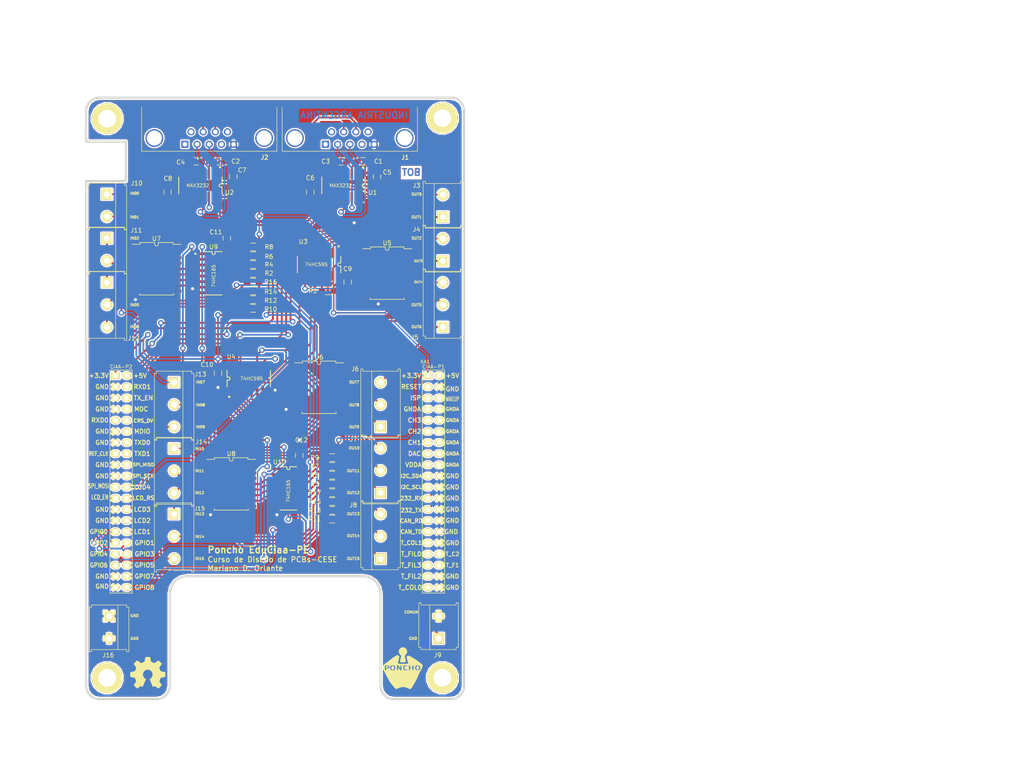
<source format=kicad_pcb>
(kicad_pcb (version 4) (host pcbnew 4.0.6)
  (title_block (title "EDU-CIAA-NXP Port's Expander - Circuito Impreso") (date 2017-07-08) (rev 1.2) (company "CESE - Trabajo final de la materia \"Diseño de Circuitos Impresos\"") (comment 1 "Revisor: Francisco Suarez         ") (comment 2 "Autor: Mariano D. Orlante          Licencia: Ver  'Docs/Licencia.txt'"))
  (layers (0 F.Cu signal) (31 B.Cu signal) (35 F.Paste user) (37 F.SilkS user) (39 F.Mask user) (44 Edge.Cuts user))
  (net 0 "")
  (net 1 "Net-(C1-Pad1)")
  (net 2 "Net-(C1-Pad2)")
  (net 3 "Net-(C2-Pad1)")
  (net 4 "Net-(C2-Pad2)")
  (net 5 "Net-(C3-Pad1)")
  (net 6 "Net-(C3-Pad2)")
  (net 7 "Net-(C4-Pad1)")
  (net 8 "Net-(C4-Pad2)")
  (net 9 GND)
  (net 10 "Net-(C5-Pad2)")
  (net 11 "Net-(C6-Pad2)")
  (net 12 "Net-(C7-Pad2)")
  (net 13 "Net-(C8-Pad2)")
  (net 14 +3V3)
  (net 15 "Net-(F1-Pad1)")
  (net 16 "Net-(F2-Pad1)")
  (net 17 "Net-(J1-Pad1)")
  (net 18 "Net-(J1-Pad2)")
  (net 19 "Net-(J1-Pad3)")
  (net 20 "Net-(J1-Pad4)")
  (net 21 "Net-(J1-Pad6)")
  (net 22 "Net-(J1-Pad7)")
  (net 23 "Net-(J1-Pad8)")
  (net 24 "Net-(J1-Pad9)")
  (net 25 "Net-(J2-Pad1)")
  (net 26 "Net-(J2-Pad2)")
  (net 27 "Net-(J2-Pad3)")
  (net 28 "Net-(J2-Pad4)")
  (net 29 "Net-(J2-Pad6)")
  (net 30 "Net-(J2-Pad7)")
  (net 31 "Net-(J2-Pad8)")
  (net 32 "Net-(J2-Pad9)")
  (net 33 /SalidasDigitales/OUT1)
  (net 34 /SalidasDigitales/OUT0)
  (net 35 /SalidasDigitales/OUT3)
  (net 36 /SalidasDigitales/OUT2)
  (net 37 /SalidasDigitales/OUT6)
  (net 38 /SalidasDigitales/OUT5)
  (net 39 /SalidasDigitales/OUT4)
  (net 40 /SalidasDigitales/OUT9)
  (net 41 /SalidasDigitales/OUT8)
  (net 42 /SalidasDigitales/OUT7)
  (net 43 /SalidasDigitales/OUT12)
  (net 44 /SalidasDigitales/OUT11)
  (net 45 /SalidasDigitales/OUT10)
  (net 46 /SalidasDigitales/OUT15)
  (net 47 /SalidasDigitales/OUT14)
  (net 48 /SalidasDigitales/OUT13)
  (net 49 /ConectoresEduCiaaNxp/LCD2)
  (net 50 /EntradasDigitales/I0)
  (net 51 /EntradasDigitales/I8)
  (net 52 /EntradasDigitales/I1)
  (net 53 /EntradasDigitales/I9)
  (net 54 /EntradasDigitales/I2)
  (net 55 /EntradasDigitales/I10)
  (net 56 /EntradasDigitales/I3)
  (net 57 /EntradasDigitales/I11)
  (net 58 /EntradasDigitales/I4)
  (net 59 /EntradasDigitales/I12)
  (net 60 /EntradasDigitales/I5)
  (net 61 /EntradasDigitales/I13)
  (net 62 /EntradasDigitales/I6)
  (net 63 /EntradasDigitales/I14)
  (net 64 /EntradasDigitales/I7)
  (net 65 /EntradasDigitales/I15)
  (net 66 /Puertos_Serie/COMA_CTS)
  (net 67 /Puertos_Serie/COMA_RTS)
  (net 68 /Puertos_Serie/COMA_TXD)
  (net 69 /Puertos_Serie/COMA_RXD)
  (net 70 /Puertos_Serie/COMB_CTS)
  (net 71 /Puertos_Serie/COMB_RTS)
  (net 72 /Puertos_Serie/COMB_TXD)
  (net 73 /Puertos_Serie/COMB_RXD)
  (net 74 /SalidasDigitales/DATA)
  (net 75 /SalidasDigitales/LATCH)
  (net 76 /ConectoresEduCiaaNxp/LCD4)
  (net 77 "Net-(U3-Pad9)")
  (net 78 "Net-(U3-Pad7)")
  (net 79 "Net-(U3-Pad6)")
  (net 80 "Net-(U3-Pad5)")
  (net 81 "Net-(U3-Pad4)")
  (net 82 "Net-(U3-Pad3)")
  (net 83 "Net-(U3-Pad2)")
  (net 84 "Net-(U3-Pad1)")
  (net 85 "Net-(U3-Pad15)")
  (net 86 "Net-(U4-Pad9)")
  (net 87 "Net-(U4-Pad7)")
  (net 88 "Net-(U4-Pad6)")
  (net 89 "Net-(U4-Pad5)")
  (net 90 "Net-(U4-Pad4)")
  (net 91 "Net-(U4-Pad3)")
  (net 92 "Net-(U4-Pad2)")
  (net 93 "Net-(U4-Pad1)")
  (net 94 "Net-(U4-Pad15)")
  (net 95 "Net-(U7-Pad10)")
  (net 96 "Net-(U8-Pad10)")
  (net 97 /ConectoresEduCiaaNxp/GPIO6)
  (net 98 /EntradasDigitales/CLK)
  (net 99 "Net-(U9-Pad7)")
  (net 100 "Net-(U10-Pad10)")
  (net 101 /EntradasDigitales/CLKINH)
  (net 102 "Net-(U10-Pad7)")
  (net 103 /EntradasDigitales/DATAIN)
  (net 104 "Net-(XA1-Pad2)")
  (net 105 "Net-(XA1-Pad11)")
  (net 106 "Net-(XA1-Pad13)")
  (net 107 "Net-(XA1-Pad6)")
  (net 108 "Net-(XA1-Pad15)")
  (net 109 "Net-(XA1-Pad8)")
  (net 110 "Net-(XA1-Pad17)")
  (net 111 "Net-(XA1-Pad10)")
  (net 112 "Net-(XA1-Pad19)")
  (net 113 "Net-(XA1-Pad12)")
  (net 114 "Net-(XA1-Pad21)")
  (net 115 "Net-(XA1-Pad14)")
  (net 116 "Net-(XA1-Pad16)")
  (net 117 "Net-(XA1-Pad18)")
  (net 118 "Net-(XA1-Pad27)")
  (net 119 "Net-(XA1-Pad29)")
  (net 120 "Net-(XA1-Pad31)")
  (net 121 "Net-(XA1-Pad33)")
  (net 122 "Net-(XA1-Pad34)")
  (net 123 "Net-(XA1-Pad36)")
  (net 124 "Net-(XA1-Pad35)")
  (net 125 "Net-(XA1-Pad37)")
  (net 126 "Net-(XA1-Pad3)")
  (net 127 "Net-(XA1-Pad5)")
  (net 128 "Net-(XA1-Pad7)")
  (net 129 "Net-(XA1-Pad9)")
  (net 130 "Net-(XA1-Pad39)")
  (net 131 "Net-(XA1-Pad42)")
  (net 132 "Net-(XA1-Pad44)")
  (net 133 "Net-(XA1-Pad46)")
  (net 134 "Net-(XA1-Pad48)")
  (net 135 "Net-(XA1-Pad49)")
  (net 136 "Net-(XA1-Pad50)")
  (net 137 "Net-(XA1-Pad52)")
  (net 138 "Net-(XA1-Pad54)")
  (net 139 "Net-(XA1-Pad55)")
  (net 140 "Net-(XA1-Pad56)")
  (net 141 "Net-(XA1-Pad58)")
  (net 142 "Net-(XA1-Pad60)")
  (net 143 "Net-(XA1-Pad61)")
  (net 144 "Net-(XA1-Pad73)")
  (net 145 /SalidasDigitales/COMUN)
  (net 146 "Net-(F3-Pad1)")
  (net 147 /EntradasDigitales/IN01)
  (net 148 /EntradasDigitales/IN00)
  (net 149 /EntradasDigitales/IN03)
  (net 150 /EntradasDigitales/IN02)
  (net 151 /EntradasDigitales/IN06)
  (net 152 /EntradasDigitales/IN05)
  (net 153 /EntradasDigitales/IN04)
  (net 154 /EntradasDigitales/IN09)
  (net 155 /EntradasDigitales/IN08)
  (net 156 /EntradasDigitales/IN07)
  (net 157 /EntradasDigitales/IN12)
  (net 158 /EntradasDigitales/IN11)
  (net 159 /EntradasDigitales/IN10)
  (net 160 /EntradasDigitales/IN15)
  (net 161 /EntradasDigitales/IN14)
  (net 162 /EntradasDigitales/IN13)
  (module Footprints:bornier3 (layer F.Cu) (at 67 115.92 270)
    (fp_text reference J14 (at -1.52 -6.2 360) (layer F.SilkS))
    (fp_text value TB_1X3 hide)
    (pad 1 thru_hole rect (at 0 0 270) (size 2.4 2.4) (drill 1.4) (layers *.Cu *.Mask F.SilkS) (net 159 /EntradasDigitales/IN10))
    (pad 2 thru_hole circle (at 5.08 0 270) (size 2.4 2.4) (drill 1.4) (layers *.Cu *.Mask F.SilkS) (net 158 /EntradasDigitales/IN11))
    (pad 3 thru_hole circle (at 10.16 0 270) (size 2.4 2.4) (drill 1.4) (layers *.Cu *.Mask F.SilkS) (net 157 /EntradasDigitales/IN12))
  )
  (module Footprints:bornier3 (layer F.Cu) (at 114 141 90)
    (fp_text reference J8 (at 12.2 -6.2 180) (layer F.SilkS))
    (fp_text value TB_1X3 hide)
    (pad 1 thru_hole rect (at 0 0 90) (size 2.4 2.4) (drill 1.4) (layers *.Cu *.Mask F.SilkS) (net 46 /SalidasDigitales/OUT15))
    (pad 2 thru_hole circle (at 5.08 0 90) (size 2.4 2.4) (drill 1.4) (layers *.Cu *.Mask F.SilkS) (net 47 /SalidasDigitales/OUT14))
    (pad 3 thru_hole circle (at 10.16 0 90) (size 2.4 2.4) (drill 1.4) (layers *.Cu *.Mask F.SilkS) (net 48 /SalidasDigitales/OUT13))
  )
  (module Footprints:SOIC-18 (layer F.Cu) (at 100 102)
    (fp_text reference U6 (at 0 -6.875) (layer F.SilkS))
    (fp_text value ULN2803A)
    (pad 1 smd rect (at -4.7 -5.08) (size 2 0.6) (layers F.Cu F.Paste F.Mask) (net 94 "Net-(U4-Pad15)"))
    (pad 2 smd rect (at -4.7 -3.81) (size 2 0.6) (layers F.Cu F.Paste F.Mask) (net 93 "Net-(U4-Pad1)"))
    (pad 3 smd rect (at -4.7 -2.54) (size 2 0.6) (layers F.Cu F.Paste F.Mask) (net 92 "Net-(U4-Pad2)"))
    (pad 4 smd rect (at -4.7 -1.27) (size 2 0.6) (layers F.Cu F.Paste F.Mask) (net 91 "Net-(U4-Pad3)"))
    (pad 5 smd rect (at -4.7 0) (size 2 0.6) (layers F.Cu F.Paste F.Mask) (net 90 "Net-(U4-Pad4)"))
    (pad 6 smd rect (at -4.7 1.27) (size 2 0.6) (layers F.Cu F.Paste F.Mask) (net 89 "Net-(U4-Pad5)"))
    (pad 7 smd rect (at -4.7 2.54) (size 2 0.6) (layers F.Cu F.Paste F.Mask) (net 88 "Net-(U4-Pad6)"))
    (pad 8 smd rect (at -4.7 3.81) (size 2 0.6) (layers F.Cu F.Paste F.Mask) (net 87 "Net-(U4-Pad7)"))
    (pad 9 smd rect (at -4.7 5.08) (size 2 0.6) (layers F.Cu F.Paste F.Mask) (net 9 GND))
    (pad 10 smd rect (at 4.7 5.08) (size 2 0.6) (layers F.Cu F.Paste F.Mask) (net 145 /SalidasDigitales/COMUN))
    (pad 11 smd rect (at 4.7 3.81) (size 2 0.6) (layers F.Cu F.Paste F.Mask) (net 46 /SalidasDigitales/OUT15))
    (pad 12 smd rect (at 4.7 2.54) (size 2 0.6) (layers F.Cu F.Paste F.Mask) (net 47 /SalidasDigitales/OUT14))
    (pad 13 smd rect (at 4.7 1.27) (size 2 0.6) (layers F.Cu F.Paste F.Mask) (net 48 /SalidasDigitales/OUT13))
    (pad 14 smd rect (at 4.7 0) (size 2 0.6) (layers F.Cu F.Paste F.Mask) (net 43 /SalidasDigitales/OUT12))
    (pad 15 smd rect (at 4.7 -1.27) (size 2 0.6) (layers F.Cu F.Paste F.Mask) (net 44 /SalidasDigitales/OUT11))
    (pad 16 smd rect (at 4.7 -2.54) (size 2 0.6) (layers F.Cu F.Paste F.Mask) (net 45 /SalidasDigitales/OUT10))
    (pad 17 smd rect (at 4.7 -3.81) (size 2 0.6) (layers F.Cu F.Paste F.Mask) (net 40 /SalidasDigitales/OUT9))
    (pad 18 smd rect (at 4.7 -5.08) (size 2 0.6) (layers F.Cu F.Paste F.Mask) (net 41 /SalidasDigitales/OUT8))
  )
  (module Footprints:bornier2 (layer F.Cu) (at 128.2 63.18 90)
    (fp_text reference J3 (at 7.18 -6 180) (layer F.SilkS))
    (fp_text value TB_1X2 hide)
    (pad 1 thru_hole rect (at 0 0 90) (size 2.5 2.5) (drill 1.4) (layers *.Cu *.Mask F.SilkS) (net 33 /SalidasDigitales/OUT1))
    (pad 2 thru_hole circle (at 5.08 0 90) (size 2.5 2.5) (drill 1.4) (layers *.Cu *.Mask F.SilkS) (net 34 /SalidasDigitales/OUT0))
  )
  (module Footprints:R_0805_HandSoldering (layer F.Cu) (at 85 82 180)
    (fp_text reference R12 (at -4 -0.2 180) (layer F.SilkS))
    (fp_text value 10K)
    (pad 1 smd rect (at -1.35 0 180) (size 1.5 1.3) (layers F.Cu F.Paste F.Mask) (net 14 +3V3))
    (pad 2 smd rect (at 1.35 0 180) (size 1.5 1.3) (layers F.Cu F.Paste F.Mask) (net 60 /EntradasDigitales/I5))
  )
  (module Footprints:SOIC-16N (layer F.Cu) (at 76 76 270)
    (fp_text reference U9 (at -6 0 360) (layer F.SilkS))
    (fp_text value 74HC165 (at 0.635 0 270) (layer F.SilkS) (effects (font (size 0.762 0.762) (thickness 0.1143))))
    (pad 1 smd rect (at -4.445 2.59842 270) (size 0.59944 2.19964) (layers F.Cu F.Paste F.Mask) (net 97 /ConectoresEduCiaaNxp/GPIO6))
    (pad 2 smd rect (at -3.175 2.59842 270) (size 0.59944 2.19964) (layers F.Cu F.Paste F.Mask) (net 98 /EntradasDigitales/CLK))
    (pad 3 smd rect (at -1.905 2.59842 270) (size 0.59944 2.19964) (layers F.Cu F.Paste F.Mask) (net 58 /EntradasDigitales/I4))
    (pad 4 smd rect (at -0.635 2.59842 270) (size 0.59944 2.19964) (layers F.Cu F.Paste F.Mask) (net 60 /EntradasDigitales/I5))
    (pad 5 smd rect (at 0.635 2.59842 270) (size 0.59944 2.19964) (layers F.Cu F.Paste F.Mask) (net 62 /EntradasDigitales/I6))
    (pad 6 smd rect (at 1.905 2.59842 270) (size 0.59944 2.19964) (layers F.Cu F.Paste F.Mask) (net 64 /EntradasDigitales/I7))
    (pad 7 smd rect (at 3.175 2.59842 270) (size 0.59944 2.19964) (layers F.Cu F.Paste F.Mask) (net 99 "Net-(U9-Pad7)"))
    (pad 8 smd rect (at 4.445 2.59842 270) (size 0.59944 2.19964) (layers F.Cu F.Paste F.Mask) (net 9 GND))
    (pad 9 smd rect (at 4.445 -2.59842 270) (size 0.59944 2.19964) (layers F.Cu F.Paste F.Mask) (net 100 "Net-(U10-Pad10)"))
    (pad 10 smd rect (at 3.175 -2.59842 270) (size 0.59944 2.19964) (layers F.Cu F.Paste F.Mask) (net 9 GND))
    (pad 11 smd rect (at 1.905 -2.59842 270) (size 0.59944 2.19964) (layers F.Cu F.Paste F.Mask) (net 50 /EntradasDigitales/I0))
    (pad 12 smd rect (at 0.635 -2.59842 270) (size 0.59944 2.19964) (layers F.Cu F.Paste F.Mask) (net 52 /EntradasDigitales/I1))
    (pad 13 smd rect (at -0.635 -2.59842 270) (size 0.59944 2.19964) (layers F.Cu F.Paste F.Mask) (net 54 /EntradasDigitales/I2))
    (pad 14 smd rect (at -1.905 -2.59842 270) (size 0.59944 2.19964) (layers F.Cu F.Paste F.Mask) (net 56 /EntradasDigitales/I3))
    (pad 15 smd rect (at -3.175 -2.59842 270) (size 0.59944 2.19964) (layers F.Cu F.Paste F.Mask) (net 101 /EntradasDigitales/CLKINH))
    (pad 16 smd rect (at -4.445 -2.59842 270) (size 0.59944 2.19964) (layers F.Cu F.Paste F.Mask) (net 14 +3V3))
  )
  (module Footprints:C_0805_HandSoldering (layer F.Cu) (at 95.5 117.5 90)
    (fp_text reference C12 (at 3.5 0.5 360) (layer F.SilkS))
    (fp_text value 100nF)
    (pad 1 smd rect (at -1.25 0 90) (size 1.5 1.25) (layers F.Cu F.Paste F.Mask) (net 14 +3V3))
    (pad 2 smd rect (at 1.25 0 90) (size 1.5 1.25) (layers F.Cu F.Paste F.Mask) (net 9 GND))
  )
  (module Footprints:SOIC-18 (layer F.Cu) (at 63 75)
    (fp_text reference U7 (at 0 -6.875) (layer F.SilkS))
    (fp_text value ULN2803A)
    (pad 1 smd rect (at -4.7 -5.08) (size 2 0.6) (layers F.Cu F.Paste F.Mask) (net 148 /EntradasDigitales/IN00))
    (pad 2 smd rect (at -4.7 -3.81) (size 2 0.6) (layers F.Cu F.Paste F.Mask) (net 147 /EntradasDigitales/IN01))
    (pad 3 smd rect (at -4.7 -2.54) (size 2 0.6) (layers F.Cu F.Paste F.Mask) (net 150 /EntradasDigitales/IN02))
    (pad 4 smd rect (at -4.7 -1.27) (size 2 0.6) (layers F.Cu F.Paste F.Mask) (net 149 /EntradasDigitales/IN03))
    (pad 5 smd rect (at -4.7 0) (size 2 0.6) (layers F.Cu F.Paste F.Mask) (net 153 /EntradasDigitales/IN04))
    (pad 6 smd rect (at -4.7 1.27) (size 2 0.6) (layers F.Cu F.Paste F.Mask) (net 152 /EntradasDigitales/IN05))
    (pad 7 smd rect (at -4.7 2.54) (size 2 0.6) (layers F.Cu F.Paste F.Mask) (net 151 /EntradasDigitales/IN06))
    (pad 8 smd rect (at -4.7 3.81) (size 2 0.6) (layers F.Cu F.Paste F.Mask) (net 156 /EntradasDigitales/IN07))
    (pad 9 smd rect (at -4.7 5.08) (size 2 0.6) (layers F.Cu F.Paste F.Mask) (net 9 GND))
    (pad 10 smd rect (at 4.7 5.08) (size 2 0.6) (layers F.Cu F.Paste F.Mask) (net 95 "Net-(U7-Pad10)"))
    (pad 11 smd rect (at 4.7 3.81) (size 2 0.6) (layers F.Cu F.Paste F.Mask) (net 64 /EntradasDigitales/I7))
    (pad 12 smd rect (at 4.7 2.54) (size 2 0.6) (layers F.Cu F.Paste F.Mask) (net 62 /EntradasDigitales/I6))
    (pad 13 smd rect (at 4.7 1.27) (size 2 0.6) (layers F.Cu F.Paste F.Mask) (net 60 /EntradasDigitales/I5))
    (pad 14 smd rect (at 4.7 0) (size 2 0.6) (layers F.Cu F.Paste F.Mask) (net 58 /EntradasDigitales/I4))
    (pad 15 smd rect (at 4.7 -1.27) (size 2 0.6) (layers F.Cu F.Paste F.Mask) (net 56 /EntradasDigitales/I3))
    (pad 16 smd rect (at 4.7 -2.54) (size 2 0.6) (layers F.Cu F.Paste F.Mask) (net 54 /EntradasDigitales/I2))
    (pad 17 smd rect (at 4.7 -3.81) (size 2 0.6) (layers F.Cu F.Paste F.Mask) (net 52 /EntradasDigitales/I1))
    (pad 18 smd rect (at 4.7 -5.08) (size 2 0.6) (layers F.Cu F.Paste F.Mask) (net 50 /EntradasDigitales/I0))
  )
  (module Footprints:bornier3 (layer F.Cu) (at 51.7 78.1 270)
    (fp_text reference J12 (at 12.7 -6.1 360) (layer F.SilkS))
    (fp_text value TB_1X3 hide)
    (pad 1 thru_hole rect (at 0 0 270) (size 2.4 2.4) (drill 1.4) (layers *.Cu *.Mask F.SilkS) (net 153 /EntradasDigitales/IN04))
    (pad 2 thru_hole circle (at 5.08 0 270) (size 2.4 2.4) (drill 1.4) (layers *.Cu *.Mask F.SilkS) (net 152 /EntradasDigitales/IN05))
    (pad 3 thru_hole circle (at 10.16 0 270) (size 2.4 2.4) (drill 1.4) (layers *.Cu *.Mask F.SilkS) (net 151 /EntradasDigitales/IN06))
  )
  (module Footprints:bornier2 (layer F.Cu) (at 51.7 68.02 270)
    (fp_text reference J11 (at -1.82 -6.7 360) (layer F.SilkS))
    (fp_text value TB_1X2 hide)
    (pad 1 thru_hole rect (at 0 0 270) (size 2.5 2.5) (drill 1.4) (layers *.Cu *.Mask F.SilkS) (net 150 /EntradasDigitales/IN02))
    (pad 2 thru_hole circle (at 5.08 0 270) (size 2.5 2.5) (drill 1.4) (layers *.Cu *.Mask F.SilkS) (net 149 /EntradasDigitales/IN03))
  )
  (module Footprints:SOIC-16N (layer F.Cu) (at 93 125 270)
    (fp_text reference U10 (at -6 2 360) (layer F.SilkS))
    (fp_text value 74HC165 (at 0.635 0 270) (layer F.SilkS) (effects (font (size 0.762 0.762) (thickness 0.1143))))
    (pad 1 smd rect (at -4.445 2.59842 270) (size 0.59944 2.19964) (layers F.Cu F.Paste F.Mask) (net 97 /ConectoresEduCiaaNxp/GPIO6))
    (pad 2 smd rect (at -3.175 2.59842 270) (size 0.59944 2.19964) (layers F.Cu F.Paste F.Mask) (net 98 /EntradasDigitales/CLK))
    (pad 3 smd rect (at -1.905 2.59842 270) (size 0.59944 2.19964) (layers F.Cu F.Paste F.Mask) (net 59 /EntradasDigitales/I12))
    (pad 4 smd rect (at -0.635 2.59842 270) (size 0.59944 2.19964) (layers F.Cu F.Paste F.Mask) (net 61 /EntradasDigitales/I13))
    (pad 5 smd rect (at 0.635 2.59842 270) (size 0.59944 2.19964) (layers F.Cu F.Paste F.Mask) (net 63 /EntradasDigitales/I14))
    (pad 6 smd rect (at 1.905 2.59842 270) (size 0.59944 2.19964) (layers F.Cu F.Paste F.Mask) (net 65 /EntradasDigitales/I15))
    (pad 7 smd rect (at 3.175 2.59842 270) (size 0.59944 2.19964) (layers F.Cu F.Paste F.Mask) (net 102 "Net-(U10-Pad7)"))
    (pad 8 smd rect (at 4.445 2.59842 270) (size 0.59944 2.19964) (layers F.Cu F.Paste F.Mask) (net 9 GND))
    (pad 9 smd rect (at 4.445 -2.59842 270) (size 0.59944 2.19964) (layers F.Cu F.Paste F.Mask) (net 103 /EntradasDigitales/DATAIN))
    (pad 10 smd rect (at 3.175 -2.59842 270) (size 0.59944 2.19964) (layers F.Cu F.Paste F.Mask) (net 100 "Net-(U10-Pad10)"))
    (pad 11 smd rect (at 1.905 -2.59842 270) (size 0.59944 2.19964) (layers F.Cu F.Paste F.Mask) (net 51 /EntradasDigitales/I8))
    (pad 12 smd rect (at 0.635 -2.59842 270) (size 0.59944 2.19964) (layers F.Cu F.Paste F.Mask) (net 53 /EntradasDigitales/I9))
    (pad 13 smd rect (at -0.635 -2.59842 270) (size 0.59944 2.19964) (layers F.Cu F.Paste F.Mask) (net 55 /EntradasDigitales/I10))
    (pad 14 smd rect (at -1.905 -2.59842 270) (size 0.59944 2.19964) (layers F.Cu F.Paste F.Mask) (net 57 /EntradasDigitales/I11))
    (pad 15 smd rect (at -3.175 -2.59842 270) (size 0.59944 2.19964) (layers F.Cu F.Paste F.Mask) (net 101 /EntradasDigitales/CLKINH))
    (pad 16 smd rect (at -4.445 -2.59842 270) (size 0.59944 2.19964) (layers F.Cu F.Paste F.Mask) (net 14 +3V3))
  )
  (module Footprints:SOIC-16N (layer F.Cu) (at 105.555 56 180)
    (fp_text reference U1 (at -6.645 -1.6 180) (layer F.SilkS))
    (fp_text value MAX3232 (at 0.635 0 180) (layer F.SilkS) (effects (font (size 0.762 0.762) (thickness 0.1143))))
    (pad 1 smd rect (at -4.445 2.59842 180) (size 0.59944 2.19964) (layers F.Cu F.Paste F.Mask) (net 1 "Net-(C1-Pad1)"))
    (pad 2 smd rect (at -3.175 2.59842 180) (size 0.59944 2.19964) (layers F.Cu F.Paste F.Mask) (net 10 "Net-(C5-Pad2)"))
    (pad 3 smd rect (at -1.905 2.59842 180) (size 0.59944 2.19964) (layers F.Cu F.Paste F.Mask) (net 2 "Net-(C1-Pad2)"))
    (pad 4 smd rect (at -0.635 2.59842 180) (size 0.59944 2.19964) (layers F.Cu F.Paste F.Mask) (net 5 "Net-(C3-Pad1)"))
    (pad 5 smd rect (at 0.635 2.59842 180) (size 0.59944 2.19964) (layers F.Cu F.Paste F.Mask) (net 6 "Net-(C3-Pad2)"))
    (pad 6 smd rect (at 1.905 2.59842 180) (size 0.59944 2.19964) (layers F.Cu F.Paste F.Mask) (net 11 "Net-(C6-Pad2)"))
    (pad 7 smd rect (at 3.175 2.59842 180) (size 0.59944 2.19964) (layers F.Cu F.Paste F.Mask) (net 23 "Net-(J1-Pad8)"))
    (pad 8 smd rect (at 4.445 2.59842 180) (size 0.59944 2.19964) (layers F.Cu F.Paste F.Mask) (net 22 "Net-(J1-Pad7)"))
    (pad 9 smd rect (at 4.445 -2.59842 180) (size 0.59944 2.19964) (layers F.Cu F.Paste F.Mask) (net 66 /Puertos_Serie/COMA_CTS))
    (pad 10 smd rect (at 3.175 -2.59842 180) (size 0.59944 2.19964) (layers F.Cu F.Paste F.Mask) (net 67 /Puertos_Serie/COMA_RTS))
    (pad 11 smd rect (at 1.905 -2.59842 180) (size 0.59944 2.19964) (layers F.Cu F.Paste F.Mask) (net 68 /Puertos_Serie/COMA_TXD))
    (pad 12 smd rect (at 0.635 -2.59842 180) (size 0.59944 2.19964) (layers F.Cu F.Paste F.Mask) (net 69 /Puertos_Serie/COMA_RXD))
    (pad 13 smd rect (at -0.635 -2.59842 180) (size 0.59944 2.19964) (layers F.Cu F.Paste F.Mask) (net 19 "Net-(J1-Pad3)"))
    (pad 14 smd rect (at -1.905 -2.59842 180) (size 0.59944 2.19964) (layers F.Cu F.Paste F.Mask) (net 18 "Net-(J1-Pad2)"))
    (pad 15 smd rect (at -3.175 -2.59842 180) (size 0.59944 2.19964) (layers F.Cu F.Paste F.Mask) (net 9 GND))
    (pad 16 smd rect (at -4.445 -2.59842 180) (size 0.59944 2.19964) (layers F.Cu F.Paste F.Mask) (net 14 +3V3))
  )
  (module Footprints:C_0805_HandSoldering (layer F.Cu) (at 110 50.5 180)
    (fp_text reference C1 (at -3.5 0 180) (layer F.SilkS))
    (fp_text value 100nF)
    (pad 1 smd rect (at -1.25 0 180) (size 1.5 1.25) (layers F.Cu F.Paste F.Mask) (net 1 "Net-(C1-Pad1)"))
    (pad 2 smd rect (at 1.25 0 180) (size 1.5 1.25) (layers F.Cu F.Paste F.Mask) (net 2 "Net-(C1-Pad2)"))
  )
  (module Footprints:C_0805_HandSoldering (layer F.Cu) (at 77.25 50.5 180)
    (fp_text reference C2 (at -3.75 0 180) (layer F.SilkS))
    (fp_text value 100nF)
    (pad 1 smd rect (at -1.25 0 180) (size 1.5 1.25) (layers F.Cu F.Paste F.Mask) (net 3 "Net-(C2-Pad1)"))
    (pad 2 smd rect (at 1.25 0 180) (size 1.5 1.25) (layers F.Cu F.Paste F.Mask) (net 4 "Net-(C2-Pad2)"))
  )
  (module Footprints:C_0805_HandSoldering (layer F.Cu) (at 105 50.5 180)
    (fp_text reference C3 (at 3.5 0 180) (layer F.SilkS))
    (fp_text value 100nF)
    (pad 1 smd rect (at -1.25 0 180) (size 1.5 1.25) (layers F.Cu F.Paste F.Mask) (net 5 "Net-(C3-Pad1)"))
    (pad 2 smd rect (at 1.25 0 180) (size 1.5 1.25) (layers F.Cu F.Paste F.Mask) (net 6 "Net-(C3-Pad2)"))
  )
  (module Footprints:C_0805_HandSoldering (layer F.Cu) (at 72 50.5 180)
    (fp_text reference C4 (at 3.5 -0.2 180) (layer F.SilkS))
    (fp_text value 100nF)
    (pad 1 smd rect (at -1.25 0 180) (size 1.5 1.25) (layers F.Cu F.Paste F.Mask) (net 7 "Net-(C4-Pad1)"))
    (pad 2 smd rect (at 1.25 0 180) (size 1.5 1.25) (layers F.Cu F.Paste F.Mask) (net 8 "Net-(C4-Pad2)"))
  )
  (module Footprints:C_0805_HandSoldering (layer F.Cu) (at 113.2 54 270)
    (fp_text reference C5 (at -1 -2.3 540) (layer F.SilkS))
    (fp_text value 100nF)
    (pad 1 smd rect (at -1.25 0 270) (size 1.5 1.25) (layers F.Cu F.Paste F.Mask) (net 9 GND))
    (pad 2 smd rect (at 1.25 0 270) (size 1.5 1.25) (layers F.Cu F.Paste F.Mask) (net 10 "Net-(C5-Pad2)"))
  )
  (module Footprints:C_0805_HandSoldering (layer F.Cu) (at 98 57.5 90)
    (fp_text reference C6 (at 3.25 0 360) (layer F.SilkS))
    (fp_text value 100nF)
    (pad 1 smd rect (at -1.25 0 90) (size 1.5 1.25) (layers F.Cu F.Paste F.Mask) (net 9 GND))
    (pad 2 smd rect (at 1.25 0 90) (size 1.5 1.25) (layers F.Cu F.Paste F.Mask) (net 11 "Net-(C6-Pad2)"))
  )
  (module Footprints:C_0805_HandSoldering (layer F.Cu) (at 80.5 54 270)
    (fp_text reference C7 (at -1.5 -2 540) (layer F.SilkS))
    (fp_text value 100nF)
    (pad 1 smd rect (at -1.25 0 270) (size 1.5 1.25) (layers F.Cu F.Paste F.Mask) (net 9 GND))
    (pad 2 smd rect (at 1.25 0 270) (size 1.5 1.25) (layers F.Cu F.Paste F.Mask) (net 12 "Net-(C7-Pad2)"))
  )
  (module Footprints:C_0805_HandSoldering (layer F.Cu) (at 65.5 57.5 90)
    (fp_text reference C8 (at 3.1 0.1 180) (layer F.SilkS))
    (fp_text value 100nF)
    (pad 1 smd rect (at -1.25 0 90) (size 1.5 1.25) (layers F.Cu F.Paste F.Mask) (net 9 GND))
    (pad 2 smd rect (at 1.25 0 90) (size 1.5 1.25) (layers F.Cu F.Paste F.Mask) (net 13 "Net-(C8-Pad2)"))
  )
  (module Footprints:C_0805_HandSoldering (layer F.Cu) (at 106.5 78 270)
    (fp_text reference C9 (at -3 0 540) (layer F.SilkS))
    (fp_text value 100nF)
    (pad 1 smd rect (at -1.25 0 270) (size 1.5 1.25) (layers F.Cu F.Paste F.Mask) (net 14 +3V3))
    (pad 2 smd rect (at 1.25 0 270) (size 1.5 1.25) (layers F.Cu F.Paste F.Mask) (net 9 GND))
  )
  (module Footprints:C_0805_HandSoldering (layer F.Cu) (at 77 98.75 90)
    (fp_text reference C10 (at 1.95 -2.5 360) (layer F.SilkS))
    (fp_text value 100nF)
    (pad 1 smd rect (at -1.25 0 90) (size 1.5 1.25) (layers F.Cu F.Paste F.Mask) (net 9 GND))
    (pad 2 smd rect (at 1.25 0 90) (size 1.5 1.25) (layers F.Cu F.Paste F.Mask) (net 14 +3V3))
  )
  (module Footprints:Fiducial_1mm (layer F.Cu) (at 62 155)
    (fp_text reference F1 hide)
    (fp_text value FIDUCIAL hide)
    (pad 1 smd circle (at 0 0) (size 1 1) (layers F.Cu F.Mask) (net 15 "Net-(F1-Pad1)"))
  )
  (module Footprints:Fiducial_1mm (layer F.Cu) (at 128.2 49.1)
    (fp_text reference F2 hide)
    (fp_text value FIDUCIAL hide)
    (pad 1 smd circle (at 0 0) (size 1 1) (layers F.Cu F.Mask) (net 16 "Net-(F2-Pad1)"))
  )
  (module Footprints:R_0805_HandSoldering (layer F.Cu) (at 102 80)
    (fp_text reference R1 (at -3.4 0 180) (layer F.SilkS))
    (fp_text value 10K)
    (pad 1 smd rect (at -1.35 0) (size 1.5 1.3) (layers F.Cu F.Paste F.Mask) (net 49 /ConectoresEduCiaaNxp/LCD2))
    (pad 2 smd rect (at 1.35 0) (size 1.5 1.3) (layers F.Cu F.Paste F.Mask) (net 14 +3V3))
  )
  (module Footprints:R_0805_HandSoldering (layer F.Cu) (at 85 76 180)
    (fp_text reference R2 (at -3.6 0 360) (layer F.SilkS))
    (fp_text value 10K)
    (pad 1 smd rect (at -1.35 0 180) (size 1.5 1.3) (layers F.Cu F.Paste F.Mask) (net 14 +3V3))
    (pad 2 smd rect (at 1.35 0 180) (size 1.5 1.3) (layers F.Cu F.Paste F.Mask) (net 50 /EntradasDigitales/I0))
  )
  (module Footprints:R_0805_HandSoldering (layer F.Cu) (at 103 124 180)
    (fp_text reference R3 (at 4 0 180) (layer F.SilkS))
    (fp_text value 10K)
    (pad 1 smd rect (at -1.35 0 180) (size 1.5 1.3) (layers F.Cu F.Paste F.Mask) (net 14 +3V3))
    (pad 2 smd rect (at 1.35 0 180) (size 1.5 1.3) (layers F.Cu F.Paste F.Mask) (net 51 /EntradasDigitales/I8))
  )
  (module Footprints:R_0805_HandSoldering (layer F.Cu) (at 85 74.016843 180)
    (fp_text reference R4 (at -3.6 0.016843 360) (layer F.SilkS))
    (fp_text value 10K)
    (pad 1 smd rect (at -1.35 0 180) (size 1.5 1.3) (layers F.Cu F.Paste F.Mask) (net 14 +3V3))
    (pad 2 smd rect (at 1.35 0 180) (size 1.5 1.3) (layers F.Cu F.Paste F.Mask) (net 52 /EntradasDigitales/I1))
  )
  (module Footprints:R_0805_HandSoldering (layer F.Cu) (at 103 122 180)
    (fp_text reference R5 (at 4 0 180) (layer F.SilkS))
    (fp_text value 10K)
    (pad 1 smd rect (at -1.35 0 180) (size 1.5 1.3) (layers F.Cu F.Paste F.Mask) (net 14 +3V3))
    (pad 2 smd rect (at 1.35 0 180) (size 1.5 1.3) (layers F.Cu F.Paste F.Mask) (net 53 /EntradasDigitales/I9))
  )
  (module Footprints:R_0805_HandSoldering (layer F.Cu) (at 85 72 180)
    (fp_text reference R6 (at -3.6 -0.2 360) (layer F.SilkS))
    (fp_text value 10K)
    (pad 1 smd rect (at -1.35 0 180) (size 1.5 1.3) (layers F.Cu F.Paste F.Mask) (net 14 +3V3))
    (pad 2 smd rect (at 1.35 0 180) (size 1.5 1.3) (layers F.Cu F.Paste F.Mask) (net 54 /EntradasDigitales/I2))
  )
  (module Footprints:R_0805_HandSoldering (layer F.Cu) (at 103 120 180)
    (fp_text reference R7 (at 4 0 180) (layer F.SilkS))
    (fp_text value 10K)
    (pad 1 smd rect (at -1.35 0 180) (size 1.5 1.3) (layers F.Cu F.Paste F.Mask) (net 14 +3V3))
    (pad 2 smd rect (at 1.35 0 180) (size 1.5 1.3) (layers F.Cu F.Paste F.Mask) (net 55 /EntradasDigitales/I10))
  )
  (module Footprints:R_0805_HandSoldering (layer F.Cu) (at 85 70 180)
    (fp_text reference R8 (at -3.6 0 180) (layer F.SilkS))
    (fp_text value 10K)
    (pad 1 smd rect (at -1.35 0 180) (size 1.5 1.3) (layers F.Cu F.Paste F.Mask) (net 14 +3V3))
    (pad 2 smd rect (at 1.35 0 180) (size 1.5 1.3) (layers F.Cu F.Paste F.Mask) (net 56 /EntradasDigitales/I3))
  )
  (module Footprints:R_0805_HandSoldering (layer F.Cu) (at 103 118 180)
    (fp_text reference R9 (at 4 0 180) (layer F.SilkS))
    (fp_text value 10K)
    (pad 1 smd rect (at -1.35 0 180) (size 1.5 1.3) (layers F.Cu F.Paste F.Mask) (net 14 +3V3))
    (pad 2 smd rect (at 1.35 0 180) (size 1.5 1.3) (layers F.Cu F.Paste F.Mask) (net 57 /EntradasDigitales/I11))
  )
  (module Footprints:R_0805_HandSoldering (layer F.Cu) (at 85 84 180)
    (fp_text reference R10 (at -4 -0.2 360) (layer F.SilkS))
    (fp_text value 10K)
    (pad 1 smd rect (at -1.35 0 180) (size 1.5 1.3) (layers F.Cu F.Paste F.Mask) (net 14 +3V3))
    (pad 2 smd rect (at 1.35 0 180) (size 1.5 1.3) (layers F.Cu F.Paste F.Mask) (net 58 /EntradasDigitales/I4))
  )
  (module Footprints:R_0805_HandSoldering (layer F.Cu) (at 103 132 180)
    (fp_text reference R11 (at 4 0 180) (layer F.SilkS))
    (fp_text value 10K)
    (pad 1 smd rect (at -1.35 0 180) (size 1.5 1.3) (layers F.Cu F.Paste F.Mask) (net 14 +3V3))
    (pad 2 smd rect (at 1.35 0 180) (size 1.5 1.3) (layers F.Cu F.Paste F.Mask) (net 59 /EntradasDigitales/I12))
  )
  (module Footprints:R_0805_HandSoldering (layer F.Cu) (at 103 130 180)
    (fp_text reference R13 (at 4 0 180) (layer F.SilkS))
    (fp_text value 10K)
    (pad 1 smd rect (at -1.35 0 180) (size 1.5 1.3) (layers F.Cu F.Paste F.Mask) (net 14 +3V3))
    (pad 2 smd rect (at 1.35 0 180) (size 1.5 1.3) (layers F.Cu F.Paste F.Mask) (net 61 /EntradasDigitales/I13))
  )
  (module Footprints:R_0805_HandSoldering (layer F.Cu) (at 85 80 180)
    (fp_text reference R14 (at -4 -0.2 360) (layer F.SilkS))
    (fp_text value 10K)
    (pad 1 smd rect (at -1.35 0 180) (size 1.5 1.3) (layers F.Cu F.Paste F.Mask) (net 14 +3V3))
    (pad 2 smd rect (at 1.35 0 180) (size 1.5 1.3) (layers F.Cu F.Paste F.Mask) (net 62 /EntradasDigitales/I6))
  )
  (module Footprints:R_0805_HandSoldering (layer F.Cu) (at 103 128 180)
    (fp_text reference R15 (at 4 0 180) (layer F.SilkS))
    (fp_text value 10K)
    (pad 1 smd rect (at -1.35 0 180) (size 1.5 1.3) (layers F.Cu F.Paste F.Mask) (net 14 +3V3))
    (pad 2 smd rect (at 1.35 0 180) (size 1.5 1.3) (layers F.Cu F.Paste F.Mask) (net 63 /EntradasDigitales/I14))
  )
  (module Footprints:R_0805_HandSoldering (layer F.Cu) (at 85 78 180)
    (fp_text reference R16 (at -4 0 360) (layer F.SilkS))
    (fp_text value 10K)
    (pad 1 smd rect (at -1.35 0 180) (size 1.5 1.3) (layers F.Cu F.Paste F.Mask) (net 14 +3V3))
    (pad 2 smd rect (at 1.35 0 180) (size 1.5 1.3) (layers F.Cu F.Paste F.Mask) (net 64 /EntradasDigitales/I7))
  )
  (module Footprints:R_0805_HandSoldering (layer F.Cu) (at 103 126 180)
    (fp_text reference R17 (at 4 0 180) (layer F.SilkS))
    (fp_text value 10K)
    (pad 1 smd rect (at -1.35 0 180) (size 1.5 1.3) (layers F.Cu F.Paste F.Mask) (net 14 +3V3))
    (pad 2 smd rect (at 1.35 0 180) (size 1.5 1.3) (layers F.Cu F.Paste F.Mask) (net 65 /EntradasDigitales/I15))
  )
  (module Footprints:DB9_F_TH (layer F.Cu) (at 107 45.2)
    (fp_text reference J1 (at 12.6 4.4) (layer F.SilkS) (effects (font (thickness 0.2))))
    (fp_text value DB9 hide)
    (pad 1 thru_hole rect (at -5.5372 1.4224) (size 1.651 1.651) (drill 1.016) (layers *.Cu *.Mask) (net 17 "Net-(J1-Pad1)"))
    (pad 2 thru_hole circle (at -2.7686 1.4224) (size 1.651 1.651) (drill 1.016) (layers *.Cu *.Mask) (net 18 "Net-(J1-Pad2)"))
    (pad 3 thru_hole circle (at 0 1.4224) (size 1.651 1.651) (drill 1.016) (layers *.Cu *.Mask) (net 19 "Net-(J1-Pad3)"))
    (pad 4 thru_hole circle (at 2.7686 1.4224) (size 1.651 1.651) (drill 1.016) (layers *.Cu *.Mask) (net 20 "Net-(J1-Pad4)"))
    (pad 5 thru_hole circle (at 5.5372 1.4224) (size 1.651 1.651) (drill 1.016) (layers *.Cu *.Mask) (net 9 GND))
    (pad 6 thru_hole circle (at -4.1529 -1.4224) (size 1.651 1.651) (drill 1.016) (layers *.Cu *.Mask) (net 21 "Net-(J1-Pad6)"))
    (pad 7 thru_hole circle (at -1.3843 -1.4224) (size 1.651 1.651) (drill 1.016) (layers *.Cu *.Mask) (net 22 "Net-(J1-Pad7)"))
    (pad 8 thru_hole circle (at 1.3843 -1.4224) (size 1.651 1.651) (drill 1.016) (layers *.Cu *.Mask) (net 23 "Net-(J1-Pad8)"))
    (pad 9 thru_hole circle (at 4.1529 -1.4224) (size 1.651 1.651) (drill 1.016) (layers *.Cu *.Mask) (net 24 "Net-(J1-Pad9)"))
    (pad 10 thru_hole circle (at -12.4968 0) (size 4.064 4.064) (drill 3.4) (layers *.Cu *.Mask))
    (pad 11 thru_hole circle (at 12.4968 0) (size 4.064 4.064) (drill 3.4) (layers *.Cu *.Mask))
  )
  (module Footprints:DB9_F_TH (layer F.Cu) (at 75 45.2)
    (fp_text reference J2 (at 12.6 4.4) (layer F.SilkS) (effects (font (thickness 0.2))))
    (fp_text value DB9 hide)
    (pad 1 thru_hole rect (at -5.5372 1.4224) (size 1.651 1.651) (drill 1.016) (layers *.Cu *.Mask) (net 25 "Net-(J2-Pad1)"))
    (pad 2 thru_hole circle (at -2.7686 1.4224) (size 1.651 1.651) (drill 1.016) (layers *.Cu *.Mask) (net 26 "Net-(J2-Pad2)"))
    (pad 3 thru_hole circle (at 0 1.4224) (size 1.651 1.651) (drill 1.016) (layers *.Cu *.Mask) (net 27 "Net-(J2-Pad3)"))
    (pad 4 thru_hole circle (at 2.7686 1.4224) (size 1.651 1.651) (drill 1.016) (layers *.Cu *.Mask) (net 28 "Net-(J2-Pad4)"))
    (pad 5 thru_hole circle (at 5.5372 1.4224) (size 1.651 1.651) (drill 1.016) (layers *.Cu *.Mask) (net 9 GND))
    (pad 6 thru_hole circle (at -4.1529 -1.4224) (size 1.651 1.651) (drill 1.016) (layers *.Cu *.Mask) (net 29 "Net-(J2-Pad6)"))
    (pad 7 thru_hole circle (at -1.3843 -1.4224) (size 1.651 1.651) (drill 1.016) (layers *.Cu *.Mask) (net 30 "Net-(J2-Pad7)"))
    (pad 8 thru_hole circle (at 1.3843 -1.4224) (size 1.651 1.651) (drill 1.016) (layers *.Cu *.Mask) (net 31 "Net-(J2-Pad8)"))
    (pad 9 thru_hole circle (at 4.1529 -1.4224) (size 1.651 1.651) (drill 1.016) (layers *.Cu *.Mask) (net 32 "Net-(J2-Pad9)"))
    (pad 10 thru_hole circle (at -12.4968 0) (size 4.064 4.064) (drill 3.4) (layers *.Cu *.Mask))
    (pad 11 thru_hole circle (at 12.4968 0) (size 4.064 4.064) (drill 3.4) (layers *.Cu *.Mask))
  )
  (module Footprints:SOIC-16N (layer F.Cu) (at 100 74 180)
    (fp_text reference U3 (at 3.6 5.2 180) (layer F.SilkS))
    (fp_text value 74HC595 (at 0.635 0 180) (layer F.SilkS) (effects (font (size 0.762 0.762) (thickness 0.1143))))
    (pad 1 smd rect (at -4.445 2.59842 180) (size 0.59944 2.19964) (layers F.Cu F.Paste F.Mask) (net 84 "Net-(U3-Pad1)"))
    (pad 2 smd rect (at -3.175 2.59842 180) (size 0.59944 2.19964) (layers F.Cu F.Paste F.Mask) (net 83 "Net-(U3-Pad2)"))
    (pad 3 smd rect (at -1.905 2.59842 180) (size 0.59944 2.19964) (layers F.Cu F.Paste F.Mask) (net 82 "Net-(U3-Pad3)"))
    (pad 4 smd rect (at -0.635 2.59842 180) (size 0.59944 2.19964) (layers F.Cu F.Paste F.Mask) (net 81 "Net-(U3-Pad4)"))
    (pad 5 smd rect (at 0.635 2.59842 180) (size 0.59944 2.19964) (layers F.Cu F.Paste F.Mask) (net 80 "Net-(U3-Pad5)"))
    (pad 6 smd rect (at 1.905 2.59842 180) (size 0.59944 2.19964) (layers F.Cu F.Paste F.Mask) (net 79 "Net-(U3-Pad6)"))
    (pad 7 smd rect (at 3.175 2.59842 180) (size 0.59944 2.19964) (layers F.Cu F.Paste F.Mask) (net 78 "Net-(U3-Pad7)"))
    (pad 8 smd rect (at 4.445 2.59842 180) (size 0.59944 2.19964) (layers F.Cu F.Paste F.Mask) (net 9 GND))
    (pad 9 smd rect (at 4.445 -2.59842 180) (size 0.59944 2.19964) (layers F.Cu F.Paste F.Mask) (net 77 "Net-(U3-Pad9)"))
    (pad 10 smd rect (at 3.175 -2.59842 180) (size 0.59944 2.19964) (layers F.Cu F.Paste F.Mask) (net 14 +3V3))
    (pad 11 smd rect (at 1.905 -2.59842 180) (size 0.59944 2.19964) (layers F.Cu F.Paste F.Mask) (net 76 /ConectoresEduCiaaNxp/LCD4))
    (pad 12 smd rect (at 0.635 -2.59842 180) (size 0.59944 2.19964) (layers F.Cu F.Paste F.Mask) (net 75 /SalidasDigitales/LATCH))
    (pad 13 smd rect (at -0.635 -2.59842 180) (size 0.59944 2.19964) (layers F.Cu F.Paste F.Mask) (net 49 /ConectoresEduCiaaNxp/LCD2))
    (pad 14 smd rect (at -1.905 -2.59842 180) (size 0.59944 2.19964) (layers F.Cu F.Paste F.Mask) (net 74 /SalidasDigitales/DATA))
    (pad 15 smd rect (at -3.175 -2.59842 180) (size 0.59944 2.19964) (layers F.Cu F.Paste F.Mask) (net 85 "Net-(U3-Pad15)"))
    (pad 16 smd rect (at -4.445 -2.59842 180) (size 0.59944 2.19964) (layers F.Cu F.Paste F.Mask) (net 14 +3V3))
  )
  (module Footprints:SOIC-16N (layer F.Cu) (at 84 100)
    (fp_text reference U4 (at -4 -5) (layer F.SilkS))
    (fp_text value 74HC595 (at 0.635 0) (layer F.SilkS) (effects (font (size 0.762 0.762) (thickness 0.1143))))
    (pad 1 smd rect (at -4.445 2.59842) (size 0.59944 2.19964) (layers F.Cu F.Paste F.Mask) (net 93 "Net-(U4-Pad1)"))
    (pad 2 smd rect (at -3.175 2.59842) (size 0.59944 2.19964) (layers F.Cu F.Paste F.Mask) (net 92 "Net-(U4-Pad2)"))
    (pad 3 smd rect (at -1.905 2.59842) (size 0.59944 2.19964) (layers F.Cu F.Paste F.Mask) (net 91 "Net-(U4-Pad3)"))
    (pad 4 smd rect (at -0.635 2.59842) (size 0.59944 2.19964) (layers F.Cu F.Paste F.Mask) (net 90 "Net-(U4-Pad4)"))
    (pad 5 smd rect (at 0.635 2.59842) (size 0.59944 2.19964) (layers F.Cu F.Paste F.Mask) (net 89 "Net-(U4-Pad5)"))
    (pad 6 smd rect (at 1.905 2.59842) (size 0.59944 2.19964) (layers F.Cu F.Paste F.Mask) (net 88 "Net-(U4-Pad6)"))
    (pad 7 smd rect (at 3.175 2.59842) (size 0.59944 2.19964) (layers F.Cu F.Paste F.Mask) (net 87 "Net-(U4-Pad7)"))
    (pad 8 smd rect (at 4.445 2.59842) (size 0.59944 2.19964) (layers F.Cu F.Paste F.Mask) (net 9 GND))
    (pad 9 smd rect (at 4.445 -2.59842) (size 0.59944 2.19964) (layers F.Cu F.Paste F.Mask) (net 86 "Net-(U4-Pad9)"))
    (pad 10 smd rect (at 3.175 -2.59842) (size 0.59944 2.19964) (layers F.Cu F.Paste F.Mask) (net 14 +3V3))
    (pad 11 smd rect (at 1.905 -2.59842) (size 0.59944 2.19964) (layers F.Cu F.Paste F.Mask) (net 76 /ConectoresEduCiaaNxp/LCD4))
    (pad 12 smd rect (at 0.635 -2.59842) (size 0.59944 2.19964) (layers F.Cu F.Paste F.Mask) (net 75 /SalidasDigitales/LATCH))
    (pad 13 smd rect (at -0.635 -2.59842) (size 0.59944 2.19964) (layers F.Cu F.Paste F.Mask) (net 49 /ConectoresEduCiaaNxp/LCD2))
    (pad 14 smd rect (at -1.905 -2.59842) (size 0.59944 2.19964) (layers F.Cu F.Paste F.Mask) (net 77 "Net-(U3-Pad9)"))
    (pad 15 smd rect (at -3.175 -2.59842) (size 0.59944 2.19964) (layers F.Cu F.Paste F.Mask) (net 94 "Net-(U4-Pad15)"))
    (pad 16 smd rect (at -4.445 -2.59842) (size 0.59944 2.19964) (layers F.Cu F.Paste F.Mask) (net 14 +3V3))
  )
  (module Footprints:SOIC-16N (layer F.Cu) (at 73 56 180)
    (fp_text reference U2 (at -6.6 -1.6 180) (layer F.SilkS))
    (fp_text value MAX3232 (at 0.635 0 180) (layer F.SilkS) (effects (font (size 0.762 0.762) (thickness 0.1143))))
    (pad 1 smd rect (at -4.445 2.59842 180) (size 0.59944 2.19964) (layers F.Cu F.Paste F.Mask) (net 3 "Net-(C2-Pad1)"))
    (pad 2 smd rect (at -3.175 2.59842 180) (size 0.59944 2.19964) (layers F.Cu F.Paste F.Mask) (net 12 "Net-(C7-Pad2)"))
    (pad 3 smd rect (at -1.905 2.59842 180) (size 0.59944 2.19964) (layers F.Cu F.Paste F.Mask) (net 4 "Net-(C2-Pad2)"))
    (pad 4 smd rect (at -0.635 2.59842 180) (size 0.59944 2.19964) (layers F.Cu F.Paste F.Mask) (net 7 "Net-(C4-Pad1)"))
    (pad 5 smd rect (at 0.635 2.59842 180) (size 0.59944 2.19964) (layers F.Cu F.Paste F.Mask) (net 8 "Net-(C4-Pad2)"))
    (pad 6 smd rect (at 1.905 2.59842 180) (size 0.59944 2.19964) (layers F.Cu F.Paste F.Mask) (net 13 "Net-(C8-Pad2)"))
    (pad 7 smd rect (at 3.175 2.59842 180) (size 0.59944 2.19964) (layers F.Cu F.Paste F.Mask) (net 31 "Net-(J2-Pad8)"))
    (pad 8 smd rect (at 4.445 2.59842 180) (size 0.59944 2.19964) (layers F.Cu F.Paste F.Mask) (net 30 "Net-(J2-Pad7)"))
    (pad 9 smd rect (at 4.445 -2.59842 180) (size 0.59944 2.19964) (layers F.Cu F.Paste F.Mask) (net 70 /Puertos_Serie/COMB_CTS))
    (pad 10 smd rect (at 3.175 -2.59842 180) (size 0.59944 2.19964) (layers F.Cu F.Paste F.Mask) (net 71 /Puertos_Serie/COMB_RTS))
    (pad 11 smd rect (at 1.905 -2.59842 180) (size 0.59944 2.19964) (layers F.Cu F.Paste F.Mask) (net 72 /Puertos_Serie/COMB_TXD))
    (pad 12 smd rect (at 0.635 -2.59842 180) (size 0.59944 2.19964) (layers F.Cu F.Paste F.Mask) (net 73 /Puertos_Serie/COMB_RXD))
    (pad 13 smd rect (at -0.635 -2.59842 180) (size 0.59944 2.19964) (layers F.Cu F.Paste F.Mask) (net 27 "Net-(J2-Pad3)"))
    (pad 14 smd rect (at -1.905 -2.59842 180) (size 0.59944 2.19964) (layers F.Cu F.Paste F.Mask) (net 26 "Net-(J2-Pad2)"))
    (pad 15 smd rect (at -3.175 -2.59842 180) (size 0.59944 2.19964) (layers F.Cu F.Paste F.Mask) (net 9 GND))
    (pad 16 smd rect (at -4.445 -2.59842 180) (size 0.59944 2.19964) (layers F.Cu F.Paste F.Mask) (net 14 +3V3))
  )
  (module Footprints:Logo_OSHWA (layer F.Cu) (at 61 167)
    (fp_text reference G2 hide)
    (fp_text value Logo_OSHWA hide)
  )
  (module Footprints:Logo_Poncho (layer F.Cu) (at 119 166)
    (fp_text reference G1 hide)
    (fp_text value LOGO hide)
  )
  (module Footprints:Fiducial_1mm (layer F.Cu) (at 118 155)
    (fp_text reference F3 hide)
    (fp_text value FIDUCIAL hide)
    (pad 1 smd circle (at 0 0) (size 1 1) (layers F.Cu F.Mask) (net 146 "Net-(F3-Pad1)"))
  )
  (module Footprints:bornier2 (layer F.Cu) (at 51.7 58 270)
    (fp_text reference J10 (at -2.5 -6.8 360) (layer F.SilkS))
    (fp_text value TB_1X2 hide)
    (pad 1 thru_hole rect (at 0 0 270) (size 2.5 2.5) (drill 1.4) (layers *.Cu *.Mask F.SilkS) (net 148 /EntradasDigitales/IN00))
    (pad 2 thru_hole circle (at 5.08 0 270) (size 2.5 2.5) (drill 1.4) (layers *.Cu *.Mask F.SilkS) (net 147 /EntradasDigitales/IN01))
  )
  (module Footprints:bornier2 (layer F.Cu) (at 52.2 154.1 270)
    (fp_text reference J16 (at 8.9 0.2 360) (layer F.SilkS))
    (fp_text value TB_1X2 hide)
    (pad 1 thru_hole rect (at 0 0 270) (size 2.5 2.5) (drill 1.4) (layers *.Cu *.Mask F.SilkS) (net 9 GND))
    (pad 2 thru_hole circle (at 5.08 0 270) (size 2.5 2.5) (drill 1.4) (layers *.Cu *.Mask F.SilkS) (net 9 GND))
  )
  (module Footprints:bornier2 (layer F.Cu) (at 127.2 159.18 90)
    (fp_text reference J9 (at -3.82 -0.2 180) (layer F.SilkS))
    (fp_text value TB_1X2 hide)
    (pad 1 thru_hole rect (at 0 0 90) (size 2.5 2.5) (drill 1.4) (layers *.Cu *.Mask F.SilkS) (net 145 /SalidasDigitales/COMUN))
    (pad 2 thru_hole circle (at 5.08 0 90) (size 2.5 2.5) (drill 1.4) (layers *.Cu *.Mask F.SilkS) (net 9 GND))
  )
  (module Footprints:bornier2 (layer F.Cu) (at 128.2 73.18 90)
    (fp_text reference J4 (at 7.18 -6 180) (layer F.SilkS))
    (fp_text value TB_1X2 hide)
    (pad 1 thru_hole rect (at 0 0 90) (size 2.5 2.5) (drill 1.4) (layers *.Cu *.Mask F.SilkS) (net 35 /SalidasDigitales/OUT3))
    (pad 2 thru_hole circle (at 5.08 0 90) (size 2.5 2.5) (drill 1.4) (layers *.Cu *.Mask F.SilkS) (net 36 /SalidasDigitales/OUT2))
  )
  (module Footprints:bornier3 (layer F.Cu) (at 128.2 88.26 90)
    (fp_text reference J5 (at -2.34 -6.4 180) (layer F.SilkS))
    (fp_text value TB_1X3 hide)
    (pad 1 thru_hole rect (at 0 0 90) (size 2.4 2.4) (drill 1.4) (layers *.Cu *.Mask F.SilkS) (net 37 /SalidasDigitales/OUT6))
    (pad 2 thru_hole circle (at 5.08 0 90) (size 2.4 2.4) (drill 1.4) (layers *.Cu *.Mask F.SilkS) (net 38 /SalidasDigitales/OUT5))
    (pad 3 thru_hole circle (at 10.16 0 90) (size 2.4 2.4) (drill 1.4) (layers *.Cu *.Mask F.SilkS) (net 39 /SalidasDigitales/OUT4))
  )
  (module Footprints:bornier3 (layer F.Cu) (at 114 111 90)
    (fp_text reference J6 (at 13.2 -5.8 180) (layer F.SilkS))
    (fp_text value TB_1X3 hide)
    (pad 1 thru_hole rect (at 0 0 90) (size 2.4 2.4) (drill 1.4) (layers *.Cu *.Mask F.SilkS) (net 40 /SalidasDigitales/OUT9))
    (pad 2 thru_hole circle (at 5.08 0 90) (size 2.4 2.4) (drill 1.4) (layers *.Cu *.Mask F.SilkS) (net 41 /SalidasDigitales/OUT8))
    (pad 3 thru_hole circle (at 10.16 0 90) (size 2.4 2.4) (drill 1.4) (layers *.Cu *.Mask F.SilkS) (net 42 /SalidasDigitales/OUT7))
  )
  (module Footprints:bornier3 (layer F.Cu) (at 114 126 90)
    (fp_text reference J7 (at 12.2 -6.2 180) (layer F.SilkS))
    (fp_text value TB_1X3 hide)
    (pad 1 thru_hole rect (at 0 0 90) (size 2.4 2.4) (drill 1.4) (layers *.Cu *.Mask F.SilkS) (net 43 /SalidasDigitales/OUT12))
    (pad 2 thru_hole circle (at 5.08 0 90) (size 2.4 2.4) (drill 1.4) (layers *.Cu *.Mask F.SilkS) (net 44 /SalidasDigitales/OUT11))
    (pad 3 thru_hole circle (at 10.16 0 90) (size 2.4 2.4) (drill 1.4) (layers *.Cu *.Mask F.SilkS) (net 45 /SalidasDigitales/OUT10))
  )
  (module Footprints:bornier3 (layer F.Cu) (at 67 130.84 270)
    (fp_text reference J15 (at -1.24 -5.8 360) (layer F.SilkS) (effects (font (size 0.9 0.9))))
    (fp_text value TB_1X3 hide)
    (pad 1 thru_hole rect (at 0 0 270) (size 2.4 2.4) (drill 1.4) (layers *.Cu *.Mask F.SilkS) (net 162 /EntradasDigitales/IN13))
    (pad 2 thru_hole circle (at 5.08 0 270) (size 2.4 2.4) (drill 1.4) (layers *.Cu *.Mask F.SilkS) (net 161 /EntradasDigitales/IN14))
    (pad 3 thru_hole circle (at 10.16 0 270) (size 2.4 2.4) (drill 1.4) (layers *.Cu *.Mask F.SilkS) (net 160 /EntradasDigitales/IN15))
  )
  (module Footprints:SOIC-18 (layer F.Cu) (at 80 124)
    (fp_text reference U8 (at 0 -6.875) (layer F.SilkS))
    (fp_text value ULN2803A)
    (pad 1 smd rect (at -4.7 -5.08) (size 2 0.6) (layers F.Cu F.Paste F.Mask) (net 155 /EntradasDigitales/IN08))
    (pad 2 smd rect (at -4.7 -3.81) (size 2 0.6) (layers F.Cu F.Paste F.Mask) (net 154 /EntradasDigitales/IN09))
    (pad 3 smd rect (at -4.7 -2.54) (size 2 0.6) (layers F.Cu F.Paste F.Mask) (net 159 /EntradasDigitales/IN10))
    (pad 4 smd rect (at -4.7 -1.27) (size 2 0.6) (layers F.Cu F.Paste F.Mask) (net 158 /EntradasDigitales/IN11))
    (pad 5 smd rect (at -4.7 0) (size 2 0.6) (layers F.Cu F.Paste F.Mask) (net 157 /EntradasDigitales/IN12))
    (pad 6 smd rect (at -4.7 1.27) (size 2 0.6) (layers F.Cu F.Paste F.Mask) (net 162 /EntradasDigitales/IN13))
    (pad 7 smd rect (at -4.7 2.54) (size 2 0.6) (layers F.Cu F.Paste F.Mask) (net 161 /EntradasDigitales/IN14))
    (pad 8 smd rect (at -4.7 3.81) (size 2 0.6) (layers F.Cu F.Paste F.Mask) (net 160 /EntradasDigitales/IN15))
    (pad 9 smd rect (at -4.7 5.08) (size 2 0.6) (layers F.Cu F.Paste F.Mask) (net 9 GND))
    (pad 10 smd rect (at 4.7 5.08) (size 2 0.6) (layers F.Cu F.Paste F.Mask) (net 96 "Net-(U8-Pad10)"))
    (pad 11 smd rect (at 4.7 3.81) (size 2 0.6) (layers F.Cu F.Paste F.Mask) (net 65 /EntradasDigitales/I15))
    (pad 12 smd rect (at 4.7 2.54) (size 2 0.6) (layers F.Cu F.Paste F.Mask) (net 63 /EntradasDigitales/I14))
    (pad 13 smd rect (at 4.7 1.27) (size 2 0.6) (layers F.Cu F.Paste F.Mask) (net 61 /EntradasDigitales/I13))
    (pad 14 smd rect (at 4.7 0) (size 2 0.6) (layers F.Cu F.Paste F.Mask) (net 59 /EntradasDigitales/I12))
    (pad 15 smd rect (at 4.7 -1.27) (size 2 0.6) (layers F.Cu F.Paste F.Mask) (net 57 /EntradasDigitales/I11))
    (pad 16 smd rect (at 4.7 -2.54) (size 2 0.6) (layers F.Cu F.Paste F.Mask) (net 55 /EntradasDigitales/I10))
    (pad 17 smd rect (at 4.7 -3.81) (size 2 0.6) (layers F.Cu F.Paste F.Mask) (net 53 /EntradasDigitales/I9))
    (pad 18 smd rect (at 4.7 -5.08) (size 2 0.6) (layers F.Cu F.Paste F.Mask) (net 51 /EntradasDigitales/I8))
  )
  (module Footprints:SOIC-18 (layer F.Cu) (at 115.5 76)
    (fp_text reference U5 (at 0 -6.875) (layer F.SilkS))
    (fp_text value ULN2803A)
    (pad 1 smd rect (at -4.7 -5.08) (size 2 0.6) (layers F.Cu F.Paste F.Mask) (net 85 "Net-(U3-Pad15)"))
    (pad 2 smd rect (at -4.7 -3.81) (size 2 0.6) (layers F.Cu F.Paste F.Mask) (net 84 "Net-(U3-Pad1)"))
    (pad 3 smd rect (at -4.7 -2.54) (size 2 0.6) (layers F.Cu F.Paste F.Mask) (net 83 "Net-(U3-Pad2)"))
    (pad 4 smd rect (at -4.7 -1.27) (size 2 0.6) (layers F.Cu F.Paste F.Mask) (net 82 "Net-(U3-Pad3)"))
    (pad 5 smd rect (at -4.7 0) (size 2 0.6) (layers F.Cu F.Paste F.Mask) (net 81 "Net-(U3-Pad4)"))
    (pad 6 smd rect (at -4.7 1.27) (size 2 0.6) (layers F.Cu F.Paste F.Mask) (net 80 "Net-(U3-Pad5)"))
    (pad 7 smd rect (at -4.7 2.54) (size 2 0.6) (layers F.Cu F.Paste F.Mask) (net 79 "Net-(U3-Pad6)"))
    (pad 8 smd rect (at -4.7 3.81) (size 2 0.6) (layers F.Cu F.Paste F.Mask) (net 78 "Net-(U3-Pad7)"))
    (pad 9 smd rect (at -4.7 5.08) (size 2 0.6) (layers F.Cu F.Paste F.Mask) (net 9 GND))
    (pad 10 smd rect (at 4.7 5.08) (size 2 0.6) (layers F.Cu F.Paste F.Mask) (net 145 /SalidasDigitales/COMUN))
    (pad 11 smd rect (at 4.7 3.81) (size 2 0.6) (layers F.Cu F.Paste F.Mask) (net 42 /SalidasDigitales/OUT7))
    (pad 12 smd rect (at 4.7 2.54) (size 2 0.6) (layers F.Cu F.Paste F.Mask) (net 37 /SalidasDigitales/OUT6))
    (pad 13 smd rect (at 4.7 1.27) (size 2 0.6) (layers F.Cu F.Paste F.Mask) (net 38 /SalidasDigitales/OUT5))
    (pad 14 smd rect (at 4.7 0) (size 2 0.6) (layers F.Cu F.Paste F.Mask) (net 39 /SalidasDigitales/OUT4))
    (pad 15 smd rect (at 4.7 -1.27) (size 2 0.6) (layers F.Cu F.Paste F.Mask) (net 35 /SalidasDigitales/OUT3))
    (pad 16 smd rect (at 4.7 -2.54) (size 2 0.6) (layers F.Cu F.Paste F.Mask) (net 36 /SalidasDigitales/OUT2))
    (pad 17 smd rect (at 4.7 -3.81) (size 2 0.6) (layers F.Cu F.Paste F.Mask) (net 33 /SalidasDigitales/OUT1))
    (pad 18 smd rect (at 4.7 -5.08) (size 2 0.6) (layers F.Cu F.Paste F.Mask) (net 34 /SalidasDigitales/OUT0))
  )
  (module Footprints:C_0805_HandSoldering (layer F.Cu) (at 79 68 90)
    (fp_text reference C11 (at 1.4 -2.5 360) (layer F.SilkS))
    (fp_text value 100nF)
    (pad 1 smd rect (at -1.25 0 90) (size 1.5 1.25) (layers F.Cu F.Paste F.Mask) (net 14 +3V3))
    (pad 2 smd rect (at 1.25 0 90) (size 1.5 1.25) (layers F.Cu F.Paste F.Mask) (net 9 GND))
  )
  (module Footprints:bornier3 (layer F.Cu) (at 67 100.84 270)
    (fp_text reference J13 (at -1.84 -6 360) (layer F.SilkS))
    (fp_text value TB_1X3 hide)
    (pad 1 thru_hole rect (at 0 0 270) (size 2.4 2.4) (drill 1.4) (layers *.Cu *.Mask F.SilkS) (net 156 /EntradasDigitales/IN07))
    (pad 2 thru_hole circle (at 5.08 0 270) (size 2.4 2.4) (drill 1.4) (layers *.Cu *.Mask F.SilkS) (net 155 /EntradasDigitales/IN08))
    (pad 3 thru_hole circle (at 10.16 0 270) (size 2.4 2.4) (drill 1.4) (layers *.Cu *.Mask F.SilkS) (net 154 /EntradasDigitales/IN09))
  )
  (module Footprints:Conn_Poncho_Completo (layer F.Cu) (at 124.78 99.32)
    (fp_text reference XA1 (at -0.635 -3.175) (layer F.SilkS) (effects (font (size 0.8 0.8) (thickness 0.12))))
    (fp_text value Conn_Poncho2P_2x_20x2 hide)
    (fp_text user GPIO8 (at -64.516 48.26) (layer F.SilkS) (effects (font (thickness 0.2))))
    (fp_text user GPIO7 (at -64.516 45.72) (layer F.SilkS) (effects (font (thickness 0.2))))
    (fp_text user GPIO5 (at -64.516 43.18) (layer F.SilkS) (effects (font (thickness 0.2))))
    (fp_text user GPIO3 (at -64.516 40.64) (layer F.SilkS) (effects (font (thickness 0.2))))
    (fp_text user GPIO1 (at -64.516 38.1) (layer F.SilkS) (effects (font (thickness 0.2))))
    (fp_text user LCD1 (at -65.024 35.56) (layer F.SilkS) (effects (font (thickness 0.2))))
    (fp_text user LCD2 (at -65.024 33.02) (layer F.SilkS) (effects (font (thickness 0.2))))
    (fp_text user LCD3 (at -65.024 30.48) (layer F.SilkS) (effects (font (thickness 0.2))))
    (fp_text user LCD_RS (at -64.78 27.88) (layer F.SilkS) (effects (font (size 0.9 0.9) (thickness 0.2))))
    (fp_text user LCD4 (at -65.024 25.4) (layer F.SilkS) (effects (font (thickness 0.2))))
    (fp_text user SPI_SCK (at -64.78 22.86) (layer F.SilkS) (effects (font (size 0.8 0.8) (thickness 0.2))))
    (fp_text user SPI_MISO (at -64.78 20.28) (layer F.SilkS) (effects (font (size 0.7 0.7) (thickness 0.175))))
    (fp_text user TXD1 (at -65.024 17.78) (layer F.SilkS) (effects (font (thickness 0.2))))
    (fp_text user TXD0 (at -65.024 15.24) (layer F.SilkS) (effects (font (thickness 0.2))))
    (fp_text user MDIO (at -65.024 12.7) (layer F.SilkS) (effects (font (thickness 0.2))))
    (fp_text user CRS_DV (at -64.78 10.28) (layer F.SilkS) (effects (font (size 0.8 0.8) (thickness 0.2))))
    (fp_text user MDC (at -65.278 7.62) (layer F.SilkS) (effects (font (thickness 0.2))))
    (fp_text user TX_EN (at -64.77 5.08) (layer F.SilkS) (effects (font (thickness 0.2))))
    (fp_text user RXD1 (at -65.024 2.54) (layer F.SilkS) (effects (font (thickness 0.2))))
    (fp_text user +5V (at -65.532 0) (layer F.SilkS) (effects (font (thickness 0.2))))
    (fp_text user GND (at -74.168 48.006) (layer F.SilkS) (effects (font (thickness 0.2))))
    (fp_text user GND (at -74.168 45.72) (layer F.SilkS) (effects (font (thickness 0.2))))
    (fp_text user GPIO6 (at -74.93 43.18) (layer F.SilkS) (effects (font (size 1 0.9) (thickness 0.2))))
    (fp_text user GPIO4 (at -74.93 40.64) (layer F.SilkS) (effects (font (size 1 0.9) (thickness 0.2))))
    (fp_text user GPIO2 (at -74.93 38.1) (layer F.SilkS) (effects (font (size 1 0.9) (thickness 0.2))))
    (fp_text user GPIO0 (at -74.93 35.56) (layer F.SilkS) (effects (font (size 1 0.9) (thickness 0.2))))
    (fp_text user GND (at -74.168 33.02) (layer F.SilkS) (effects (font (thickness 0.2))))
    (fp_text user GND (at -74.168 30.48) (layer F.SilkS) (effects (font (thickness 0.2))))
    (fp_text user LCD_EN (at -74.676 27.686) (layer F.SilkS) (effects (font (size 1 0.7) (thickness 0.17))))
    (fp_text user SPI_MOSI (at -74.93 25.146) (layer F.SilkS) (effects (font (size 1 0.7) (thickness 0.17))))
    (fp_text user GND (at -74.168 22.86) (layer F.SilkS) (effects (font (thickness 0.2))))
    (fp_text user GND (at -74.168 20.32) (layer F.SilkS) (effects (font (thickness 0.2))))
    (fp_text user REF_CLK (at -74.93 17.78) (layer F.SilkS) (effects (font (size 0.9 0.7) (thickness 0.175))))
    (fp_text user GND (at -74.168 15.24) (layer F.SilkS) (effects (font (thickness 0.2))))
    (fp_text user GND (at -74.168 12.7) (layer F.SilkS) (effects (font (thickness 0.2))))
    (fp_text user GND (at -74.168 7.62) (layer F.SilkS) (effects (font (thickness 0.2))))
    (fp_text user RXD0 (at -74.676 10.16) (layer F.SilkS) (effects (font (thickness 0.2))))
    (fp_text user GND (at -74.168 5.08) (layer F.SilkS) (effects (font (thickness 0.2))))
    (fp_text user GND (at -74.168 2.54) (layer F.SilkS) (effects (font (thickness 0.2))))
    (fp_text user +3.3V (at -74.93 0) (layer F.SilkS) (effects (font (thickness 0.2))))
    (fp_text user GND (at 5.588 48.26) (layer F.SilkS) (effects (font (thickness 0.2))))
    (fp_text user GND (at 5.588 45.72) (layer F.SilkS) (effects (font (thickness 0.2))))
    (fp_text user T_F1 (at 5.588 43.18) (layer F.SilkS) (effects (font (size 0.9 0.9) (thickness 0.18))))
    (fp_text user T_C2 (at 5.588 40.64) (layer F.SilkS) (effects (font (size 0.9 0.9) (thickness 0.18))))
    (fp_text user GND (at 5.588 38.1) (layer F.SilkS) (effects (font (thickness 0.2))))
    (fp_text user GND (at 5.334 35.56) (layer F.SilkS) (effects (font (thickness 0.2))))
    (fp_text user GND (at 5.588 33.02) (layer F.SilkS) (effects (font (thickness 0.2))))
    (fp_text user GND (at 5.588 30.48) (layer F.SilkS) (effects (font (thickness 0.2))))
    (fp_text user GND (at 5.588 27.94) (layer F.SilkS) (effects (font (thickness 0.2))))
    (fp_text user GND (at 5.588 25.4) (layer F.SilkS) (effects (font (thickness 0.2))))
    (fp_text user GND (at 5.588 22.86) (layer F.SilkS) (effects (font (thickness 0.2))))
    (fp_text user GNDA (at 5.588 20.32) (layer F.SilkS) (effects (font (size 0.76 0.76) (thickness 0.19))))
    (fp_text user GNDA (at 5.588 17.78) (layer F.SilkS) (effects (font (size 0.76 0.76) (thickness 0.19))))
    (fp_text user GNDA (at 5.588 15.24) (layer F.SilkS) (effects (font (size 0.76 0.76) (thickness 0.19))))
    (fp_text user GNDA (at 5.588 12.7) (layer F.SilkS) (effects (font (size 0.76 0.76) (thickness 0.19))))
    (fp_text user GNDA (at 5.588 10.16) (layer F.SilkS) (effects (font (size 0.76 0.76) (thickness 0.19))))
    (fp_text user GNDA (at 5.588 7.62) (layer F.SilkS) (effects (font (size 0.76 0.76) (thickness 0.19))))
    (fp_text user WAKEUP (at 5.588 5.334) (layer F.SilkS) (effects (font (size 1 0.5) (thickness 0.125))))
    (fp_text user GND (at 5.588 3.048) (layer F.SilkS) (effects (font (thickness 0.2))))
    (fp_text user +5V (at 5.588 0) (layer F.SilkS) (effects (font (thickness 0.2))))
    (fp_text user T_COL0 (at -4.064 48.26) (layer F.SilkS) (effects (font (thickness 0.2))))
    (fp_text user T_FIL2 (at -3.81 45.72) (layer F.SilkS) (effects (font (thickness 0.2))))
    (fp_text user T_FIL3 (at -3.81 43.18) (layer F.SilkS) (effects (font (thickness 0.2))))
    (fp_text user T_FIL0 (at -3.81 40.64) (layer F.SilkS) (effects (font (thickness 0.2))))
    (fp_text user T_COL1 (at -3.78 38.08) (layer F.SilkS) (effects (font (size 0.9 0.9) (thickness 0.2))))
    (fp_text user CAN_TD (at -3.78 35.56) (layer F.SilkS) (effects (font (size 0.9 0.9) (thickness 0.2))))
    (fp_text user CAN_RD (at -3.78 33.08) (layer F.SilkS) (effects (font (size 0.9 0.9) (thickness 0.2))))
    (fp_text user 232_TX (at -3.78 30.68) (layer F.SilkS) (effects (font (size 0.9 0.9) (thickness 0.2))))
    (fp_text user 232_RX (at -3.78 27.94) (layer F.SilkS) (effects (font (size 0.9 0.9) (thickness 0.2))))
    (fp_text user I2C_SCL (at -3.78 25.4) (layer F.SilkS) (effects (font (size 0.8 0.8) (thickness 0.2))))
    (fp_text user I2C_SDA (at -3.78 22.86) (layer F.SilkS) (effects (font (size 0.8 0.8) (thickness 0.2))))
    (fp_text user VDDA (at -3.302 20.32) (layer F.SilkS) (effects (font (thickness 0.2))))
    (fp_text user DAC (at -3.048 17.78) (layer F.SilkS) (effects (font (thickness 0.2))))
    (fp_text user CH1 (at -3.048 15.24) (layer F.SilkS) (effects (font (thickness 0.2))))
    (fp_text user CH2 (at -3.048 12.7) (layer F.SilkS) (effects (font (thickness 0.2))))
    (fp_text user CH3 (at -3.048 10.16) (layer F.SilkS) (effects (font (thickness 0.2))))
    (fp_text user GNDA (at -3.556 7.62) (layer F.SilkS) (effects (font (thickness 0.2))))
    (fp_text user ISP (at -2.794 5.08) (layer F.SilkS) (effects (font (thickness 0.2))))
    (fp_text user RESET (at -3.81 2.54) (layer F.SilkS) (effects (font (thickness 0.2))))
    (fp_text user CIAA-P2 (at -69.85 -2.032) (layer F.SilkS) (effects (font (size 0.8 0.8) (thickness 0.12))))
    (fp_text user CIAA-P1 (at 1.27 -2.032) (layer F.SilkS) (effects (font (size 0.8 0.8) (thickness 0.12))))
    (fp_text user +3.3V (at -3.81 0) (layer F.SilkS) (effects (font (thickness 0.2))))
    (pad 1 thru_hole rect (at 0 0 270) (size 1.524 2) (drill 1.016) (layers *.Cu *.Mask F.SilkS) (net 14 +3V3))
    (pad 2 thru_hole oval (at 2.54 0 270) (size 1.524 2) (drill 1.016) (layers *.Cu *.Mask F.SilkS) (net 104 "Net-(XA1-Pad2)"))
    (pad 11 thru_hole oval (at 0 12.7 270) (size 1.524 2) (drill 1.016) (layers *.Cu *.Mask F.SilkS) (net 105 "Net-(XA1-Pad11)"))
    (pad 4 thru_hole oval (at 2.54 2.54 270) (size 1.524 2) (drill 1.016) (layers *.Cu *.Mask F.SilkS) (net 9 GND))
    (pad 13 thru_hole oval (at 0 15.24 270) (size 1.524 2) (drill 1.016) (layers *.Cu *.Mask F.SilkS) (net 106 "Net-(XA1-Pad13)"))
    (pad 6 thru_hole oval (at 2.54 5.08 270) (size 1.524 2) (drill 1.016) (layers *.Cu *.Mask F.SilkS) (net 107 "Net-(XA1-Pad6)"))
    (pad 15 thru_hole oval (at 0 17.78 270) (size 1.524 2) (drill 1.016) (layers *.Cu *.Mask F.SilkS) (net 108 "Net-(XA1-Pad15)"))
    (pad 8 thru_hole oval (at 2.54 7.62 270) (size 1.524 2) (drill 1.016) (layers *.Cu *.Mask F.SilkS) (net 109 "Net-(XA1-Pad8)"))
    (pad 17 thru_hole oval (at 0 20.32 270) (size 1.524 2) (drill 1.016) (layers *.Cu *.Mask F.SilkS) (net 110 "Net-(XA1-Pad17)"))
    (pad 10 thru_hole oval (at 2.54 10.16 270) (size 1.524 2) (drill 1.016) (layers *.Cu *.Mask F.SilkS) (net 111 "Net-(XA1-Pad10)"))
    (pad 19 thru_hole oval (at 0 22.86 270) (size 1.524 2) (drill 1.016) (layers *.Cu *.Mask F.SilkS) (net 112 "Net-(XA1-Pad19)"))
    (pad 12 thru_hole oval (at 2.54 12.7 270) (size 1.524 2) (drill 1.016) (layers *.Cu *.Mask F.SilkS) (net 113 "Net-(XA1-Pad12)"))
    (pad 21 thru_hole oval (at 0 25.4 270) (size 1.524 2) (drill 1.016) (layers *.Cu *.Mask F.SilkS) (net 114 "Net-(XA1-Pad21)"))
    (pad 14 thru_hole oval (at 2.54 15.24 270) (size 1.524 2) (drill 1.016) (layers *.Cu *.Mask F.SilkS) (net 115 "Net-(XA1-Pad14)"))
    (pad 23 thru_hole oval (at 0 27.94 270) (size 1.524 2) (drill 1.016) (layers *.Cu *.Mask F.SilkS) (net 69 /Puertos_Serie/COMA_RXD))
    (pad 16 thru_hole oval (at 2.54 17.78 270) (size 1.524 2) (drill 1.016) (layers *.Cu *.Mask F.SilkS) (net 116 "Net-(XA1-Pad16)"))
    (pad 25 thru_hole oval (at 0 30.48 270) (size 1.524 2) (drill 1.016) (layers *.Cu *.Mask F.SilkS) (net 68 /Puertos_Serie/COMA_TXD))
    (pad 18 thru_hole oval (at 2.54 20.32 270) (size 1.524 2) (drill 1.016) (layers *.Cu *.Mask F.SilkS) (net 117 "Net-(XA1-Pad18)"))
    (pad 27 thru_hole oval (at 0 33.02 270) (size 1.524 2) (drill 1.016) (layers *.Cu *.Mask F.SilkS) (net 118 "Net-(XA1-Pad27)"))
    (pad 20 thru_hole oval (at 2.54 22.86 270) (size 1.524 2) (drill 1.016) (layers *.Cu *.Mask F.SilkS) (net 9 GND))
    (pad 29 thru_hole oval (at 0 35.56 270) (size 1.524 2) (drill 1.016) (layers *.Cu *.Mask F.SilkS) (net 119 "Net-(XA1-Pad29)"))
    (pad 22 thru_hole oval (at 2.54 25.4 270) (size 1.524 2) (drill 1.016) (layers *.Cu *.Mask F.SilkS) (net 9 GND))
    (pad 31 thru_hole oval (at 0 38.1 270) (size 1.524 2) (drill 1.016) (layers *.Cu *.Mask F.SilkS) (net 120 "Net-(XA1-Pad31)"))
    (pad 24 thru_hole oval (at 2.54 27.94 270) (size 1.524 2) (drill 1.016) (layers *.Cu *.Mask F.SilkS) (net 9 GND))
    (pad 26 thru_hole oval (at 2.54 30.48 270) (size 1.524 2) (drill 1.016) (layers *.Cu *.Mask F.SilkS) (net 9 GND))
    (pad 33 thru_hole oval (at 0 40.64 270) (size 1.524 2) (drill 1.016) (layers *.Cu *.Mask F.SilkS) (net 121 "Net-(XA1-Pad33)"))
    (pad 28 thru_hole oval (at 2.54 33.02 270) (size 1.524 2) (drill 1.016) (layers *.Cu *.Mask F.SilkS) (net 9 GND))
    (pad 32 thru_hole oval (at 2.54 38.1 270) (size 1.524 2) (drill 1.016) (layers *.Cu *.Mask F.SilkS) (net 9 GND))
    (pad 34 thru_hole oval (at 2.54 40.64 270) (size 1.524 2) (drill 1.016) (layers *.Cu *.Mask F.SilkS) (net 122 "Net-(XA1-Pad34)"))
    (pad 36 thru_hole oval (at 2.54 43.18 270) (size 1.524 2) (drill 1.016) (layers *.Cu *.Mask F.SilkS) (net 123 "Net-(XA1-Pad36)"))
    (pad 38 thru_hole oval (at 2.54 45.72 270) (size 1.524 2) (drill 1.016) (layers *.Cu *.Mask F.SilkS) (net 9 GND))
    (pad 35 thru_hole oval (at 0 43.18 270) (size 1.524 2) (drill 1.016) (layers *.Cu *.Mask F.SilkS) (net 124 "Net-(XA1-Pad35)"))
    (pad 37 thru_hole oval (at 0 45.72 270) (size 1.524 2) (drill 1.016) (layers *.Cu *.Mask F.SilkS) (net 125 "Net-(XA1-Pad37)"))
    (pad 3 thru_hole oval (at 0 2.54 270) (size 1.524 2) (drill 1.016) (layers *.Cu *.Mask F.SilkS) (net 126 "Net-(XA1-Pad3)"))
    (pad 5 thru_hole oval (at 0 5.08 270) (size 1.524 2) (drill 1.016) (layers *.Cu *.Mask F.SilkS) (net 127 "Net-(XA1-Pad5)"))
    (pad 7 thru_hole oval (at 0 7.62 270) (size 1.524 2) (drill 1.016) (layers *.Cu *.Mask F.SilkS) (net 128 "Net-(XA1-Pad7)"))
    (pad 9 thru_hole oval (at 0 10.16 270) (size 1.524 2) (drill 1.016) (layers *.Cu *.Mask F.SilkS) (net 129 "Net-(XA1-Pad9)"))
    (pad 39 thru_hole oval (at 0 48.26 270) (size 1.524 2) (drill 1.016) (layers *.Cu *.Mask F.SilkS) (net 130 "Net-(XA1-Pad39)"))
    (pad 40 thru_hole oval (at 2.54 48.26 270) (size 1.524 2) (drill 1.016) (layers *.Cu *.Mask F.SilkS) (net 9 GND))
    (pad 30 thru_hole oval (at 2.54 35.56 270) (size 1.524 2) (drill 1.016) (layers *.Cu *.Mask F.SilkS) (net 9 GND))
    (pad 41 thru_hole rect (at -71.12 0 270) (size 1.524 2) (drill 1.016) (layers *.Cu *.Mask F.SilkS) (net 14 +3V3))
    (pad 42 thru_hole oval (at -68.58 0 270) (size 1.524 2) (drill 1.016) (layers *.Cu *.Mask F.SilkS) (net 131 "Net-(XA1-Pad42)"))
    (pad 43 thru_hole oval (at -71.12 2.54 270) (size 1.524 2) (drill 1.016) (layers *.Cu *.Mask F.SilkS) (net 9 GND))
    (pad 44 thru_hole oval (at -68.58 2.54 270) (size 1.524 2) (drill 1.016) (layers *.Cu *.Mask F.SilkS) (net 132 "Net-(XA1-Pad44)"))
    (pad 45 thru_hole oval (at -71.12 5.08 270) (size 1.524 2) (drill 1.016) (layers *.Cu *.Mask F.SilkS) (net 9 GND))
    (pad 46 thru_hole oval (at -68.58 5.08 270) (size 1.524 2) (drill 1.016) (layers *.Cu *.Mask F.SilkS) (net 133 "Net-(XA1-Pad46)"))
    (pad 47 thru_hole oval (at -71.12 7.62 270) (size 1.524 2) (drill 1.016) (layers *.Cu *.Mask F.SilkS) (net 9 GND))
    (pad 48 thru_hole oval (at -68.58 7.62 270) (size 1.524 2) (drill 1.016) (layers *.Cu *.Mask F.SilkS) (net 134 "Net-(XA1-Pad48)"))
    (pad 49 thru_hole oval (at -71.12 10.16 270) (size 1.524 2) (drill 1.016) (layers *.Cu *.Mask F.SilkS) (net 135 "Net-(XA1-Pad49)"))
    (pad 50 thru_hole oval (at -68.58 10.16 270) (size 1.524 2) (drill 1.016) (layers *.Cu *.Mask F.SilkS) (net 136 "Net-(XA1-Pad50)"))
    (pad 51 thru_hole oval (at -71.12 12.7 270) (size 1.524 2) (drill 1.016) (layers *.Cu *.Mask F.SilkS) (net 9 GND))
    (pad 52 thru_hole oval (at -68.58 12.7 270) (size 1.524 2) (drill 1.016) (layers *.Cu *.Mask F.SilkS) (net 137 "Net-(XA1-Pad52)"))
    (pad 53 thru_hole oval (at -71.12 15.24 270) (size 1.524 2) (drill 1.016) (layers *.Cu *.Mask F.SilkS) (net 9 GND))
    (pad 54 thru_hole oval (at -68.58 15.24 270) (size 1.524 2) (drill 1.016) (layers *.Cu *.Mask F.SilkS) (net 138 "Net-(XA1-Pad54)"))
    (pad 55 thru_hole oval (at -71.12 17.78 270) (size 1.524 2) (drill 1.016) (layers *.Cu *.Mask F.SilkS) (net 139 "Net-(XA1-Pad55)"))
    (pad 56 thru_hole oval (at -68.58 17.78 270) (size 1.524 2) (drill 1.016) (layers *.Cu *.Mask F.SilkS) (net 140 "Net-(XA1-Pad56)"))
    (pad 57 thru_hole oval (at -71.12 20.32 270) (size 1.524 2) (drill 1.016) (layers *.Cu *.Mask F.SilkS) (net 9 GND))
    (pad 58 thru_hole oval (at -68.58 20.32 270) (size 1.524 2) (drill 1.016) (layers *.Cu *.Mask F.SilkS) (net 141 "Net-(XA1-Pad58)"))
    (pad 59 thru_hole oval (at -71.12 22.86 270) (size 1.524 2) (drill 1.016) (layers *.Cu *.Mask F.SilkS) (net 9 GND))
    (pad 60 thru_hole oval (at -68.58 22.86 270) (size 1.524 2) (drill 1.016) (layers *.Cu *.Mask F.SilkS) (net 142 "Net-(XA1-Pad60)"))
    (pad 61 thru_hole oval (at -71.12 25.4 270) (size 1.524 2) (drill 1.016) (layers *.Cu *.Mask F.SilkS) (net 143 "Net-(XA1-Pad61)"))
    (pad 62 thru_hole oval (at -68.58 25.4 270) (size 1.524 2) (drill 1.016) (layers *.Cu *.Mask F.SilkS) (net 76 /ConectoresEduCiaaNxp/LCD4))
    (pad 63 thru_hole oval (at -71.12 27.94 270) (size 1.524 2) (drill 1.016) (layers *.Cu *.Mask F.SilkS) (net 67 /Puertos_Serie/COMA_RTS))
    (pad 64 thru_hole oval (at -68.58 27.94 270) (size 1.524 2) (drill 1.016) (layers *.Cu *.Mask F.SilkS) (net 66 /Puertos_Serie/COMA_CTS))
    (pad 65 thru_hole oval (at -71.12 30.48 270) (size 1.524 2) (drill 1.016) (layers *.Cu *.Mask F.SilkS) (net 9 GND))
    (pad 66 thru_hole oval (at -68.58 30.48 270) (size 1.524 2) (drill 1.016) (layers *.Cu *.Mask F.SilkS) (net 75 /SalidasDigitales/LATCH))
    (pad 67 thru_hole oval (at -71.12 33.02 270) (size 1.524 2) (drill 1.016) (layers *.Cu *.Mask F.SilkS) (net 9 GND))
    (pad 68 thru_hole oval (at -68.58 33.02 270) (size 1.524 2) (drill 1.016) (layers *.Cu *.Mask F.SilkS) (net 49 /ConectoresEduCiaaNxp/LCD2))
    (pad 69 thru_hole oval (at -71.12 35.56 270) (size 1.524 2) (drill 1.016) (layers *.Cu *.Mask F.SilkS) (net 70 /Puertos_Serie/COMB_CTS))
    (pad 70 thru_hole oval (at -68.58 35.56 270) (size 1.524 2) (drill 1.016) (layers *.Cu *.Mask F.SilkS) (net 74 /SalidasDigitales/DATA))
    (pad 71 thru_hole oval (at -71.12 38.1 270) (size 1.524 2) (drill 1.016) (layers *.Cu *.Mask F.SilkS) (net 73 /Puertos_Serie/COMB_RXD))
    (pad 72 thru_hole oval (at -68.58 38.1 270) (size 1.524 2) (drill 1.016) (layers *.Cu *.Mask F.SilkS) (net 72 /Puertos_Serie/COMB_TXD))
    (pad 73 thru_hole oval (at -71.12 40.64 270) (size 1.524 2) (drill 1.016) (layers *.Cu *.Mask F.SilkS) (net 144 "Net-(XA1-Pad73)"))
    (pad 74 thru_hole oval (at -68.58 40.64 270) (size 1.524 2) (drill 1.016) (layers *.Cu *.Mask F.SilkS) (net 71 /Puertos_Serie/COMB_RTS))
    (pad 75 thru_hole oval (at -71.12 43.18 270) (size 1.524 2) (drill 1.016) (layers *.Cu *.Mask F.SilkS) (net 97 /ConectoresEduCiaaNxp/GPIO6))
    (pad 76 thru_hole oval (at -68.58 43.18 270) (size 1.524 2) (drill 1.016) (layers *.Cu *.Mask F.SilkS) (net 101 /EntradasDigitales/CLKINH))
    (pad 77 thru_hole oval (at -71.12 45.72 270) (size 1.524 2) (drill 1.016) (layers *.Cu *.Mask F.SilkS) (net 9 GND))
    (pad 78 thru_hole oval (at -68.58 45.72 270) (size 1.524 2) (drill 1.016) (layers *.Cu *.Mask F.SilkS) (net 98 /EntradasDigitales/CLK))
    (pad 79 thru_hole oval (at -71.12 48.26 270) (size 1.524 2) (drill 1.016) (layers *.Cu *.Mask F.SilkS) (net 9 GND))
    (pad 80 thru_hole oval (at -68.58 48.26 270) (size 1.524 2) (drill 1.016) (layers *.Cu *.Mask F.SilkS) (net 103 /EntradasDigitales/DATAIN))
    (pad ~ thru_hole circle (at -73.025 68.834) (size 7 7) (drill 4) (layers *.Cu *.Mask F.SilkS))
    (pad ~ thru_hole circle (at 3.302 68.834) (size 7 7) (drill 4) (layers *.Cu *.Mask F.SilkS))
    (pad ~ thru_hole circle (at -73.025 -58.547) (size 7 7) (drill 4) (layers *.Cu *.Mask F.SilkS))
    (pad ~ thru_hole circle (at 3.302 -58.674) (size 7 7) (drill 4) (layers *.Cu *.Mask F.SilkS))
  )
  (gr_text OUT15 (at 107.8 141) (layer F.SilkS) (effects (font (size 0.6 0.6))))
  (gr_text OUT14 (at 107.8 135.8) (layer F.SilkS) (effects (font (size 0.6 0.6))))
  (gr_text OUT13 (at 107.8 130.8) (layer F.SilkS) (effects (font (size 0.6 0.6))))
  (gr_text OUT12 (at 107.8 126) (layer F.SilkS) (effects (font (size 0.6 0.6))))
  (gr_text OUT11 (at 107.8 121) (layer F.SilkS) (effects (font (size 0.6 0.6))))
  (gr_text OU10 (at 108 115.8) (layer F.SilkS) (effects (font (size 0.6 0.6))))
  (gr_text OUT9 (at 108 111) (layer F.SilkS) (effects (font (size 0.6 0.6))))
  (gr_text OUT8 (at 108 106) (layer F.SilkS) (effects (font (size 0.6 0.6))))
  (gr_text OUT7 (at 108 100.8) (layer F.SilkS) (effects (font (size 0.6 0.6))))
  (gr_text OUT6 (at 122.2 88.2) (layer F.SilkS) (effects (font (size 0.6 0.6))))
  (gr_text OUT5 (at 122.2 83.2) (layer F.SilkS) (effects (font (size 0.6 0.6))))
  (gr_text OUT4 (at 122.6 78) (layer F.SilkS) (effects (font (size 0.5 0.5) (thickness 0.125))))
  (gr_text OUT3 (at 122.6 73.2) (layer F.SilkS) (effects (font (size 0.5 0.5) (thickness 0.125))))
  (gr_text OUT2 (at 122.2 68) (layer F.SilkS) (effects (font (size 0.6 0.6))))
  (gr_text OUT1 (at 122.2 63.2) (layer F.SilkS) (effects (font (size 0.6 0.6))))
  (gr_text OUT0 (at 122.2 58) (layer F.SilkS) (effects (font (size 0.6 0.6))))
  (gr_text IN15 (at 72.8 141) (layer F.SilkS) (effects (font (size 0.6 0.6))))
  (gr_text IN14 (at 72.8 136) (layer F.SilkS) (effects (font (size 0.6 0.6))))
  (gr_text IN13 (at 72.8 130.8) (layer F.SilkS) (effects (font (size 0.6 0.6))))
  (gr_text IN12 (at 72.8 126) (layer F.SilkS) (effects (font (size 0.6 0.6))))
  (gr_text IN11 (at 72.8 121) (layer F.SilkS) (effects (font (size 0.6 0.6))))
  (gr_text IN10 (at 72.8 116) (layer F.SilkS) (effects (font (size 0.6 0.6))))
  (gr_text IN09 (at 73 111) (layer F.SilkS) (effects (font (size 0.6 0.6))))
  (gr_text IN08 (at 73 106) (layer F.SilkS) (effects (font (size 0.6 0.6))))
  (gr_text IN07 (at 73 100.8) (layer F.SilkS) (effects (font (size 0.6 0.6))))
  (gr_text IN06 (at 58 88.2) (layer F.SilkS) (effects (font (size 0.6 0.6))))
  (gr_text IN05 (at 58 83.2) (layer F.SilkS) (effects (font (size 0.6 0.6))))
  (gr_text IN00 (at 58 57.8) (layer F.SilkS) (effects (font (size 0.6 0.6))))
  (gr_text IN02 (at 58 68) (layer F.SilkS) (effects (font (size 0.6 0.6))))
  (gr_text IN01 (at 58 63.2) (layer F.SilkS) (effects (font (size 0.6 0.6))))
  (gr_text GND (at 58 159.2) (layer F.SilkS) (effects (font (size 0.6 0.6))))
  (gr_text GND (at 58 154) (layer F.SilkS) (effects (font (size 0.6 0.6))))
  (gr_text GND (at 121.4 159.2) (layer F.SilkS) (effects (font (size 0.6 0.6))))
  (gr_text COMUN (at 121 153.2) (layer F.SilkS) (effects (font (size 0.6 0.6))))
  (gr_text "INDUSTRIA ARGENTINA" (at 108 40) (layer B.Cu) (effects (font (size 1.5 1.5) (thickness 0.3)) (justify mirror)))
  (gr_text "Mariano D. Orlante" (at 83.2 143.2) (layer F.SilkS) (effects (font (size 1.2 1.2) (thickness 0.2))))
  (gr_text "Curso de Diseño de PCBs-CESE\n" (at 89.4 141.2) (layer F.SilkS) (effects (font (size 1.2 1.2) (thickness 0.2))))
  (gr_text "Poncho EduCiaa-PE" (at 86.2 139) (layer F.SilkS) (effects (font (size 1.5 1.5) (thickness 0.3))))
  (gr_text BOT (at 121 53) (layer B.Cu) (effects (font (size 1.5 1.5) (thickness 0.3)) (justify mirror)))
  (gr_text TOP (at 121 53) (layer F.Cu) (effects (font (size 1.5 1.5) (thickness 0.3))))
  (gr_line (start 47 55) (end 47 170) (layer Edge.Cuts) (width 0.508))
  (gr_line (start 47 43) (end 47 46) (layer Edge.Cuts) (width 0.508))
  (gr_line (start 56 55) (end 47 55) (layer Edge.Cuts) (width 0.508))
  (gr_line (start 56 54) (end 56 55) (layer Edge.Cuts) (width 0.508))
  (gr_line (start 56 46) (end 56 54) (layer Edge.Cuts) (width 0.508))
  (gr_line (start 47 46) (end 56 46) (layer Edge.Cuts) (width 0.508))
  (gr_line (start 47 39) (end 47 43) (layer Edge.Cuts) (width 0.508))
  (gr_line (start 66 149) (end 66 170) (layer Edge.Cuts) (width 0.508))
  (gr_arc (start 63 170) (end 66 170) (angle 90) (layer Edge.Cuts) (width 0.508))
  (gr_line (start 114 149) (end 114 170) (layer Edge.Cuts) (width 0.508))
  (gr_line (start 117 173) (end 130 173) (layer Edge.Cuts) (width 0.508))
  (gr_arc (start 117 170) (end 117 173) (angle 90) (layer Edge.Cuts) (width 0.508))
  (gr_line (start 70 145) (end 110 145) (layer Edge.Cuts) (width 0.508))
  (gr_arc (start 70 149) (end 66 149) (angle 90) (layer Edge.Cuts) (width 0.508))
  (gr_arc (start 110 149) (end 110 145) (angle 90) (layer Edge.Cuts) (width 0.508))
  (gr_line (start 50 173) (end 63 173) (layer Edge.Cuts) (width 0.508))
  (gr_line (start 133 170) (end 133 39) (layer Edge.Cuts) (width 0.508))
  (gr_line (start 50 36) (end 130 36) (layer Edge.Cuts) (width 0.508))
  (gr_arc (start 50 39) (end 47 39) (angle 90) (layer Edge.Cuts) (width 0.508))
  (gr_arc (start 130 39) (end 130 36) (angle 90) (layer Edge.Cuts) (width 0.508))
  (gr_arc (start 130 170) (end 133 170) (angle 90) (layer Edge.Cuts) (width 0.508))
  (gr_arc (start 50 170) (end 50 173) (angle 90) (layer Edge.Cuts) (width 0.508))
  (segment (start 110.59842 53.40158) (end 111.25 52.75) (width 0.4064) (layer F.Cu) (net 1))
  (segment (start 111.25 52.75) (end 111.25 50.5) (width 0.4064) (layer F.Cu) (net 1))
  (segment (start 110 53.40158) (end 110.59842 53.40158) (width 0.4064) (layer F.Cu) (net 1))
  (segment (start 107.46 53.40158) (end 107.46 51.79) (width 0.4064) (layer F.Cu) (net 2))
  (segment (start 107.46 51.79) (end 108.75 50.5) (width 0.4064) (layer F.Cu) (net 2))
  (segment (start 77.445 53.40158) (end 77.445 51.555) (width 0.4064) (layer F.Cu) (net 3))
  (segment (start 77.445 51.555) (end 78.5 50.5) (width 0.4064) (layer F.Cu) (net 3))
  (segment (start 77.445 53.40158) (end 77.445 52.60148) (width 0.4064) (layer F.Cu) (net 3))
  (segment (start 74.905 53.40158) (end 74.905 51.595) (width 0.4064) (layer F.Cu) (net 4))
  (segment (start 74.905 51.595) (end 76 50.5) (width 0.4064) (layer F.Cu) (net 4))
  (segment (start 106.19 53.40158) (end 106.19 50.56) (width 0.4064) (layer F.Cu) (net 5))
  (segment (start 106.19 50.56) (end 106.25 50.5) (width 0.4064) (layer F.Cu) (net 5))
  (segment (start 106.19 50.06) (end 106.25 50) (width 0.4064) (layer F.Cu) (net 5))
  (segment (start 104.92 51.92) (end 103.75 50.75) (width 0.4064) (layer F.Cu) (net 6))
  (segment (start 103.75 50.75) (end 103.75 50.5) (width 0.4064) (layer F.Cu) (net 6))
  (segment (start 104.92 53.40158) (end 104.92 51.92) (width 0.4064) (layer F.Cu) (net 6))
  (segment (start 73.635 53.40158) (end 73.635 50.885) (width 0.4064) (layer F.Cu) (net 7))
  (segment (start 73.635 50.885) (end 73.25 50.5) (width 0.4064) (layer F.Cu) (net 7))
  (segment (start 73.635 50.385) (end 73.25 50) (width 0.4064) (layer F.Cu) (net 7))
  (segment (start 72.365 53.40158) (end 72.365 52.115) (width 0.4064) (layer F.Cu) (net 8))
  (segment (start 72.365 52.115) (end 70.75 50.5) (width 0.4064) (layer F.Cu) (net 8))
  (segment (start 70.875 50) (end 70.75 50) (width 0.4064) (layer F.Cu) (net 8))
  (segment (start 95.5 116.25) (end 95.5 114) (width 0.4064) (layer F.Cu) (net 9))
  (via (at 95.5 114) (size 1.27) (drill 0.7) (layers F.Cu B.Cu) (net 9))
  (segment (start 77 102) (end 77 100) (width 0.4064) (layer F.Cu) (net 9))
  (segment (start 110.8 81.08) (end 107.18 81.08) (width 0.4064) (layer F.Cu) (net 9))
  (segment (start 106.5 80.4) (end 106.5 79.25) (width 0.4064) (layer F.Cu) (net 9))
  (segment (start 107.18 81.08) (end 106.5 80.4) (width 0.4064) (layer F.Cu) (net 9))
  (via (at 77 102) (size 1.27) (drill 0.7) (layers F.Cu B.Cu) (net 9))
  (segment (start 73.40158 80.445) (end 72.145 80.445) (width 0.4064) (layer F.Cu) (net 9))
  (segment (start 72.145 80.445) (end 71.2 79.5) (width 0.4064) (layer F.Cu) (net 9))
  (via (at 71.2 79.5) (size 1.27) (drill 0.7) (layers F.Cu B.Cu) (net 9))
  (segment (start 75.3 129.08) (end 75.3 131) (width 0.4064) (layer F.Cu) (net 9))
  (via (at 75.3 131) (size 1.27) (drill 0.7) (layers F.Cu B.Cu) (net 9))
  (segment (start 90.40158 129.445) (end 90.40158 130.99842) (width 0.4064) (layer F.Cu) (net 9))
  (segment (start 90.40158 130.99842) (end 90.4 131) (width 0.4064) (layer F.Cu) (net 9))
  (via (at 90.4 131) (size 1.27) (drill 0.7) (layers F.Cu B.Cu) (net 9))
  (segment (start 88.445 102.59842) (end 89.99842 102.59842) (width 0.4064) (layer F.Cu) (net 9))
  (segment (start 89.99842 102.59842) (end 90 102.6) (width 0.4064) (layer F.Cu) (net 9))
  (via (at 90 102.6) (size 1.27) (drill 0.7) (layers F.Cu B.Cu) (net 9))
  (segment (start 95.3 107.08) (end 92.58 107.08) (width 0.4064) (layer F.Cu) (net 9))
  (segment (start 92.58 107.08) (end 92.5 107) (width 0.4064) (layer F.Cu) (net 9))
  (via (at 92.5 107) (size 1.27) (drill 0.7) (layers F.Cu B.Cu) (net 9))
  (segment (start 108 64.5) (end 108.73 63.77) (width 0.4064) (layer F.Cu) (net 9))
  (segment (start 107 65.5) (end 108 64.5) (width 0.4064) (layer F.Cu) (net 9))
  (via (at 108 64.5) (size 1.27) (drill 0.7) (layers F.Cu B.Cu) (net 9))
  (segment (start 108.73 58.59842) (end 108.73 63.77) (width 0.4064) (layer F.Cu) (net 9))
  (segment (start 112.58 81.08) (end 113.5 82) (width 0.4064) (layer F.Cu) (net 9))
  (segment (start 113.5 82) (end 113.5 83) (width 0.4064) (layer F.Cu) (net 9))
  (segment (start 110.8 81.08) (end 112.58 81.08) (width 0.4064) (layer F.Cu) (net 9))
  (segment (start 95.555 71.40158) (end 95.555 69.445) (width 0.4064) (layer F.Cu) (net 9))
  (segment (start 95.555 69.445) (end 99.5 65.5) (width 0.4064) (layer F.Cu) (net 9))
  (segment (start 99.5 65.5) (end 107 65.5) (width 0.4064) (layer F.Cu) (net 9))
  (segment (start 82.8 57) (end 93.5 57) (width 0.4064) (layer F.Cu) (net 9))
  (segment (start 93.5 57) (end 95.25 58.75) (width 0.4064) (layer F.Cu) (net 9))
  (segment (start 95.25 58.75) (end 98 58.75) (width 0.4064) (layer F.Cu) (net 9))
  (via (at 113.5 83) (size 1.27) (drill 0.7) (layers F.Cu B.Cu) (net 9))
  (segment (start 76.175 65.375) (end 77.65 66.85) (width 0.4064) (layer F.Cu) (net 9))
  (segment (start 77.65 66.85) (end 78.8 66.85) (width 0.4064) (layer F.Cu) (net 9))
  (segment (start 76.175 58.59842) (end 76.175 65.375) (width 0.4064) (layer F.Cu) (net 9))
  (segment (start 82.3 57) (end 82.8 57) (width 0.4064) (layer F.Cu) (net 9))
  (segment (start 82.4 56.6) (end 82.8 57) (width 0.4064) (layer F.Cu) (net 9))
  (segment (start 82.4 56.6) (end 82.4 56.9) (width 0.4064) (layer F.Cu) (net 9))
  (segment (start 82.4 53.2) (end 82.4 56.6) (width 0.4064) (layer F.Cu) (net 9))
  (segment (start 76.6 57) (end 82 57) (width 0.4064) (layer F.Cu) (net 9))
  (segment (start 82 57) (end 82.3 57) (width 0.4064) (layer F.Cu) (net 9))
  (segment (start 82.4 56.6) (end 82 57) (width 0.4064) (layer F.Cu) (net 9))
  (segment (start 82.3 57) (end 82.4 56.9) (width 0.4064) (layer F.Cu) (net 9))
  (segment (start 58.3 80.08) (end 58.3 81.9) (width 0.4064) (layer F.Cu) (net 9))
  (segment (start 58.3 81.9) (end 58.2 82) (width 0.4064) (layer F.Cu) (net 9))
  (via (at 58.2 82) (size 1.27) (drill 0.7) (layers F.Cu B.Cu) (net 9))
  (segment (start 76.2 57) (end 76.6 57) (width 0.4064) (layer F.Cu) (net 9))
  (segment (start 76.6 57) (end 76.475 57) (width 0.4064) (layer F.Cu) (net 9))
  (segment (start 76.475 57) (end 76.175 57.3) (width 0.4064) (layer F.Cu) (net 9))
  (segment (start 75.7 57) (end 76.2 57) (width 0.4064) (layer F.Cu) (net 9))
  (segment (start 67.9 57) (end 75.7 57) (width 0.4064) (layer F.Cu) (net 9))
  (segment (start 76.175 58.59842) (end 76.175 57.3) (width 0.4064) (layer F.Cu) (net 9))
  (segment (start 76.175 57.3) (end 76.175 57.025) (width 0.4064) (layer F.Cu) (net 9))
  (segment (start 75.7 57) (end 75.875 57) (width 0.4064) (layer F.Cu) (net 9))
  (segment (start 75.875 57) (end 76.175 57.3) (width 0.4064) (layer F.Cu) (net 9))
  (segment (start 76.175 57.025) (end 76.2 57) (width 0.4064) (layer F.Cu) (net 9))
  (segment (start 65.5 58.75) (end 66.15 58.75) (width 0.4064) (layer F.Cu) (net 9))
  (segment (start 66.15 58.75) (end 67.9 57) (width 0.4064) (layer F.Cu) (net 9))
  (segment (start 82.4 52.7) (end 82.4 53.2) (width 0.4064) (layer F.Cu) (net 9))
  (segment (start 81.8 52.75) (end 81.95 52.75) (width 0.4064) (layer F.Cu) (net 9))
  (segment (start 81.95 52.75) (end 82.4 53.2) (width 0.4064) (layer F.Cu) (net 9))
  (segment (start 81.8 52.75) (end 82.35 52.75) (width 0.4064) (layer F.Cu) (net 9))
  (segment (start 80.5 52.75) (end 81.8 52.75) (width 0.4064) (layer F.Cu) (net 9))
  (segment (start 82.4 48.5) (end 82.4 52.4) (width 0.4064) (layer F.Cu) (net 9))
  (segment (start 82.4 52.4) (end 82.4 52.7) (width 0.4064) (layer F.Cu) (net 9))
  (segment (start 81.8 52.75) (end 82.05 52.75) (width 0.4064) (layer F.Cu) (net 9))
  (segment (start 82.05 52.75) (end 82.4 52.4) (width 0.4064) (layer F.Cu) (net 9))
  (segment (start 82.35 52.75) (end 82.4 52.7) (width 0.4064) (layer F.Cu) (net 9))
  (segment (start 80.3529 46.5224) (end 80.4224 46.5224) (width 0.4064) (layer F.Cu) (net 9))
  (segment (start 80.4224 46.5224) (end 82.4 48.5) (width 0.4064) (layer F.Cu) (net 9))
  (segment (start 75.155 80.445) (end 76.425 79.175) (width 0.4064) (layer F.Cu) (net 9))
  (segment (start 76.425 79.175) (end 78.59842 79.175) (width 0.4064) (layer F.Cu) (net 9))
  (segment (start 73.40158 80.445) (end 75.155 80.445) (width 0.4064) (layer F.Cu) (net 9))
  (segment (start 80.3529 52.6029) (end 80.5 52.75) (width 0.4064) (layer F.Cu) (net 9))
  (segment (start 113.2 52.75) (end 113.2 47.0314) (width 0.4064) (layer F.Cu) (net 9))
  (segment (start 113.2 47.0314) (end 112.7686 46.6) (width 0.4064) (layer F.Cu) (net 9))
  (segment (start 108.73 54.83) (end 109.15 55.25) (width 0.4064) (layer F.Cu) (net 10))
  (segment (start 109.15 55.25) (end 113.2 55.25) (width 0.4064) (layer F.Cu) (net 10))
  (segment (start 108.73 53.40158) (end 108.73 54.83) (width 0.4064) (layer F.Cu) (net 10))
  (segment (start 103.65 53.40158) (end 103.65 54.857) (width 0.3556) (layer F.Cu) (net 11))
  (segment (start 103.65 54.857) (end 102.257 56.25) (width 0.3556) (layer F.Cu) (net 11))
  (segment (start 102.257 56.25) (end 98.9806 56.25) (width 0.3556) (layer F.Cu) (net 11))
  (segment (start 98.9806 56.25) (end 98 56.25) (width 0.3556) (layer F.Cu) (net 11))
  (segment (start 80.5 55.25) (end 76.5172 55.25) (width 0.4064) (layer F.Cu) (net 12))
  (segment (start 76.5172 55.25) (end 76.175 54.9078) (width 0.4064) (layer F.Cu) (net 12))
  (segment (start 76.175 54.9078) (end 76.175 53.40158) (width 0.4064) (layer F.Cu) (net 12))
  (segment (start 70.25 56.25) (end 71.095 55.405) (width 0.4064) (layer F.Cu) (net 13))
  (segment (start 71.095 55.405) (end 71.095 53.40158) (width 0.4064) (layer F.Cu) (net 13))
  (segment (start 65.5 56.25) (end 70.25 56.25) (width 0.4064) (layer F.Cu) (net 13))
  (segment (start 60 91) (end 61 90) (width 0.4064) (layer B.Cu) (net 14))
  (segment (start 53.66 97.34) (end 61 90) (width 0.4064) (layer F.Cu) (net 14))
  (segment (start 77 95.5) (end 61.5 95.5) (width 0.4064) (layer B.Cu) (net 14))
  (segment (start 61.5 95.5) (end 60 94) (width 0.4064) (layer B.Cu) (net 14))
  (segment (start 60 94) (end 60 91) (width 0.4064) (layer B.Cu) (net 14))
  (segment (start 53.66 99.32) (end 53.66 97.34) (width 0.4064) (layer F.Cu) (net 14))
  (via (at 61 90) (size 1.27) (drill 0.7) (layers F.Cu B.Cu) (net 14))
  (segment (start 104 116) (end 98.25 116) (width 0.4064) (layer F.Cu) (net 14))
  (segment (start 98.25 116) (end 95.5 118.75) (width 0.4064) (layer F.Cu) (net 14))
  (segment (start 95.5 118.75) (end 95.5 120.45658) (width 0.4064) (layer F.Cu) (net 14))
  (segment (start 95.5 120.45658) (end 95.59842 120.555) (width 0.4064) (layer F.Cu) (net 14))
  (segment (start 104.35 120) (end 104.35 118) (width 0.4064) (layer F.Cu) (net 14))
  (segment (start 104.35 122) (end 104.35 120) (width 0.4064) (layer F.Cu) (net 14))
  (segment (start 104.35 126) (end 104.35 124) (width 0.4064) (layer F.Cu) (net 14))
  (segment (start 104.35 128) (end 104.35 126) (width 0.4064) (layer F.Cu) (net 14))
  (segment (start 104.35 130) (end 104.35 128) (width 0.4064) (layer F.Cu) (net 14))
  (segment (start 104.35 132) (end 104.35 130) (width 0.4064) (layer F.Cu) (net 14))
  (segment (start 103.3 69.3) (end 103.3 79.2) (width 0.3048) (layer B.Cu) (net 14))
  (segment (start 103.3 79.2) (end 103.3 79.5) (width 0.3048) (layer B.Cu) (net 14))
  (segment (start 102.8 79.5) (end 103 79.5) (width 0.3048) (layer B.Cu) (net 14))
  (segment (start 103 79.5) (end 103.3 79.2) (width 0.3048) (layer B.Cu) (net 14))
  (segment (start 102.8 79.5) (end 103.3 79.5) (width 0.3048) (layer B.Cu) (net 14))
  (segment (start 96.825 79.5) (end 102.8 79.5) (width 0.3048) (layer B.Cu) (net 14))
  (segment (start 103.3 79.5) (end 103.3 79.8) (width 0.3048) (layer B.Cu) (net 14))
  (segment (start 103.3 79.8) (end 103.3 85) (width 0.3048) (layer B.Cu) (net 14))
  (segment (start 103 79.5) (end 103.3 79.8) (width 0.3048) (layer B.Cu) (net 14))
  (segment (start 96.825 76.59842) (end 96.825 79.5) (width 0.4064) (layer F.Cu) (net 14))
  (segment (start 86.35 78) (end 86.35 76) (width 0.4064) (layer F.Cu) (net 14))
  (segment (start 86.35 82) (end 86.35 80) (width 0.4064) (layer F.Cu) (net 14))
  (segment (start 86.35 84) (end 86.35 82) (width 0.4064) (layer F.Cu) (net 14))
  (segment (start 86.35 74.016843) (end 86.35 76) (width 0.4064) (layer F.Cu) (net 14))
  (segment (start 86.35 72) (end 86.35 74.016843) (width 0.4064) (layer F.Cu) (net 14))
  (segment (start 86.35 70) (end 86.35 72) (width 0.4064) (layer F.Cu) (net 14))
  (segment (start 90 95.5) (end 77 95.5) (width 0.4064) (layer B.Cu) (net 14))
  (segment (start 77 85.5) (end 77 95.5) (width 0.4064) (layer B.Cu) (net 14))
  (via (at 77 85.5) (size 1.27) (drill 0.7) (layers F.Cu B.Cu) (net 14))
  (segment (start 85.5 85.5) (end 77 85.5) (width 0.4064) (layer F.Cu) (net 14))
  (segment (start 86.35 84.65) (end 85.5 85.5) (width 0.4064) (layer F.Cu) (net 14))
  (segment (start 86.35 84) (end 86.35 84.65) (width 0.4064) (layer F.Cu) (net 14))
  (via (at 77 95.5) (size 1.27) (drill 0.7) (layers F.Cu B.Cu) (net 14))
  (segment (start 77 97.5) (end 77 95.5) (width 0.4064) (layer F.Cu) (net 14))
  (segment (start 87.175 96.325) (end 88 95.5) (width 0.4064) (layer F.Cu) (net 14))
  (segment (start 88 95.5) (end 90 95.5) (width 0.4064) (layer F.Cu) (net 14))
  (via (at 90 95.5) (size 1.27) (drill 0.7) (layers F.Cu B.Cu) (net 14))
  (segment (start 97 63) (end 103.3 69.3) (width 0.3048) (layer B.Cu) (net 14))
  (segment (start 86.4 63) (end 97 63) (width 0.3048) (layer B.Cu) (net 14))
  (segment (start 103.3 85) (end 115 85) (width 0.3048) (layer B.Cu) (net 14))
  (segment (start 115 85) (end 124.78 94.78) (width 0.3048) (layer B.Cu) (net 14))
  (segment (start 103.175 84.875) (end 103.3 85) (width 0.3048) (layer B.Cu) (net 14))
  (segment (start 103.35 80) (end 103.35 84.95) (width 0.3048) (layer F.Cu) (net 14))
  (segment (start 103.35 84.95) (end 103.3 85) (width 0.3048) (layer F.Cu) (net 14))
  (segment (start 104.5 85) (end 103.3 85) (width 0.3048) (layer F.Cu) (net 14))
  (via (at 103.3 85) (size 1.27) (drill 0.7) (layers F.Cu B.Cu) (net 14))
  (via (at 96.825 79.5) (size 1.27) (drill 0.7) (layers F.Cu B.Cu) (net 14))
  (segment (start 86.4 63) (end 86.4 67.1) (width 0.4064) (layer B.Cu) (net 14))
  (via (at 86.4 63) (size 1.27) (drill 0.7) (layers F.Cu B.Cu) (net 14))
  (segment (start 86.4 61) (end 86.4 63) (width 0.4064) (layer F.Cu) (net 14))
  (segment (start 83.99842 58.59842) (end 86.4 61) (width 0.4064) (layer F.Cu) (net 14))
  (segment (start 77.445 58.59842) (end 83.99842 58.59842) (width 0.4064) (layer F.Cu) (net 14))
  (segment (start 86.35 70) (end 86.35 67.15) (width 0.4064) (layer F.Cu) (net 14))
  (segment (start 86.35 67.15) (end 86.4 67.1) (width 0.4064) (layer F.Cu) (net 14))
  (via (at 86.4 67.1) (size 1.27) (drill 0.7) (layers F.Cu B.Cu) (net 14))
  (segment (start 124.78 99.32) (end 124.78 94.78) (width 0.4064) (layer B.Cu) (net 14))
  (segment (start 104.445 76.59842) (end 106.34842 76.59842) (width 0.4064) (layer F.Cu) (net 14))
  (segment (start 106.34842 76.59842) (end 106.5 76.75) (width 0.4064) (layer F.Cu) (net 14))
  (segment (start 110 58.59842) (end 113.29842 58.59842) (width 0.3048) (layer F.Cu) (net 14))
  (segment (start 113.29842 58.59842) (end 116.8 62.1) (width 0.3048) (layer F.Cu) (net 14))
  (segment (start 116.8 62.1) (end 116.8 83.2) (width 0.3048) (layer F.Cu) (net 14))
  (segment (start 116.8 83.2) (end 115 85) (width 0.3048) (layer F.Cu) (net 14))
  (segment (start 115 85) (end 104.5 85) (width 0.3048) (layer F.Cu) (net 14))
  (segment (start 104.35 118) (end 104.35 116.5) (width 0.4064) (layer F.Cu) (net 14))
  (segment (start 104.35 116.5) (end 104.35 116) (width 0.4064) (layer F.Cu) (net 14))
  (segment (start 104 116) (end 104 116.15) (width 0.4064) (layer F.Cu) (net 14))
  (segment (start 104 116.15) (end 104.35 116.5) (width 0.4064) (layer F.Cu) (net 14))
  (segment (start 104 116) (end 104.35 116) (width 0.4064) (layer F.Cu) (net 14))
  (segment (start 104 116) (end 104 115.85) (width 0.4064) (layer F.Cu) (net 14))
  (segment (start 104.35 116) (end 104.35 115.5) (width 0.4064) (layer F.Cu) (net 14))
  (segment (start 104.35 115.5) (end 104.35 114.15) (width 0.4064) (layer F.Cu) (net 14))
  (segment (start 104 115.85) (end 104.35 115.5) (width 0.4064) (layer F.Cu) (net 14))
  (segment (start 122 100) (end 122.68 99.32) (width 0.4064) (layer B.Cu) (net 14))
  (segment (start 122.68 99.32) (end 124.78 99.32) (width 0.4064) (layer B.Cu) (net 14))
  (segment (start 122 111.5) (end 122 100) (width 0.4064) (layer B.Cu) (net 14))
  (segment (start 120 113.5) (end 122 111.5) (width 0.4064) (layer B.Cu) (net 14))
  (segment (start 105 113.5) (end 120 113.5) (width 0.4064) (layer B.Cu) (net 14))
  (segment (start 104.5 114) (end 105 113.5) (width 0.4064) (layer B.Cu) (net 14))
  (segment (start 104.35 114.15) (end 104.5 114) (width 0.4064) (layer F.Cu) (net 14))
  (via (at 104.5 114) (size 1.27) (drill 0.7) (layers F.Cu B.Cu) (net 14))
  (segment (start 104.35 116.85) (end 104.35 118) (width 0.4064) (layer F.Cu) (net 14))
  (segment (start 87.175 97.40158) (end 87.175 96.325) (width 0.4064) (layer F.Cu) (net 14))
  (segment (start 104.35 118) (end 104.35 132) (width 0.4064) (layer F.Cu) (net 14))
  (segment (start 77 97.5) (end 79.45658 97.5) (width 0.4064) (layer F.Cu) (net 14))
  (segment (start 79.45658 97.5) (end 79.555 97.40158) (width 0.4064) (layer F.Cu) (net 14))
  (segment (start 80.3 68.9) (end 79.85 69.35) (width 0.4064) (layer F.Cu) (net 14))
  (segment (start 79.85 69.35) (end 78.8 69.35) (width 0.4064) (layer F.Cu) (net 14))
  (segment (start 80.3 65.8) (end 80.3 68.9) (width 0.4064) (layer F.Cu) (net 14))
  (segment (start 77.445 62.945) (end 80.3 65.8) (width 0.4064) (layer F.Cu) (net 14))
  (segment (start 77.445 58.59842) (end 77.445 62.945) (width 0.4064) (layer F.Cu) (net 14))
  (segment (start 104.445 77.855) (end 103.35 78.95) (width 0.4064) (layer F.Cu) (net 14))
  (segment (start 103.35 78.95) (end 103.35 80) (width 0.4064) (layer F.Cu) (net 14))
  (segment (start 104.445 76.59842) (end 104.445 77.855) (width 0.4064) (layer F.Cu) (net 14))
  (segment (start 78.8 69.35) (end 78.8 71.35342) (width 0.457) (layer F.Cu) (net 14))
  (segment (start 78.8 71.35342) (end 78.59842 71.555) (width 0.4064) (layer F.Cu) (net 14))
  (segment (start 86.35 70) (end 86.35 84) (width 0.4064) (layer F.Cu) (net 14))
  (segment (start 104.2314 46.6224) (end 104.2314 48.7314) (width 0.4064) (layer B.Cu) (net 18))
  (segment (start 104.2314 48.7314) (end 107.5 52) (width 0.4064) (layer B.Cu) (net 18))
  (segment (start 107.5 58.5) (end 107.5 61) (width 0.4064) (layer B.Cu) (net 18))
  (segment (start 107.5 52) (end 107.5 58.5) (width 0.4064) (layer B.Cu) (net 18))
  (segment (start 107.46 58.59842) (end 107.46 60.96) (width 0.4064) (layer F.Cu) (net 18))
  (segment (start 107.46 60.96) (end 107.5 61) (width 0.4064) (layer F.Cu) (net 18))
  (via (at 107.5 61) (size 1.27) (drill 0.7) (layers F.Cu B.Cu) (net 18))
  (segment (start 107 46.6224) (end 107 48.5) (width 0.4064) (layer B.Cu) (net 19))
  (segment (start 107 48.5) (end 110.5 52) (width 0.4064) (layer B.Cu) (net 19))
  (segment (start 110.5 52) (end 110.5 61.9) (width 0.4064) (layer B.Cu) (net 19))
  (segment (start 110.5 61.9) (end 109.6 62.8) (width 0.4064) (layer B.Cu) (net 19))
  (segment (start 109.6 62.8) (end 105.8 62.8) (width 0.4064) (layer B.Cu) (net 19))
  (segment (start 105.8 62.8) (end 105 62) (width 0.4064) (layer B.Cu) (net 19))
  (segment (start 106.19 58.59842) (end 106.19 60.81) (width 0.4064) (layer F.Cu) (net 19))
  (segment (start 106.19 60.81) (end 105 62) (width 0.4064) (layer F.Cu) (net 19))
  (via (at 105 62) (size 1.27) (drill 0.7) (layers F.Cu B.Cu) (net 19))
  (segment (start 104.7 41.5) (end 105.6157 42.4157) (width 0.4064) (layer F.Cu) (net 22))
  (segment (start 105.6157 42.4157) (end 105.6157 43.7776) (width 0.4064) (layer F.Cu) (net 22))
  (segment (start 100.5 41.5) (end 104.7 41.5) (width 0.4064) (layer F.Cu) (net 22))
  (segment (start 100.5 41.5) (end 99.5 42.5) (width 0.4064) (layer F.Cu) (net 22))
  (segment (start 99.5 42.5) (end 99.5 51.79158) (width 0.4064) (layer F.Cu) (net 22))
  (segment (start 99.5 51.79158) (end 101.11 53.40158) (width 0.4064) (layer F.Cu) (net 22))
  (segment (start 107.1 40.5) (end 108.3843 41.7843) (width 0.4064) (layer F.Cu) (net 23))
  (segment (start 108.3843 41.7843) (end 108.3843 43.7776) (width 0.4064) (layer F.Cu) (net 23))
  (segment (start 100 40.5) (end 107.1 40.5) (width 0.4064) (layer F.Cu) (net 23))
  (segment (start 101.5 55.5) (end 102.38 54.62) (width 0.4064) (layer F.Cu) (net 23))
  (segment (start 102.38 54.62) (end 102.38 53.40158) (width 0.4064) (layer F.Cu) (net 23))
  (segment (start 100 55.5) (end 101.5 55.5) (width 0.4064) (layer F.Cu) (net 23))
  (segment (start 98.5 54) (end 100 55.5) (width 0.4064) (layer F.Cu) (net 23))
  (segment (start 98.5 42) (end 98.5 54) (width 0.4064) (layer F.Cu) (net 23))
  (segment (start 100 40.5) (end 98.5 42) (width 0.4064) (layer F.Cu) (net 23))
  (segment (start 72.2314 46.6224) (end 72.2314 49.2314) (width 0.4064) (layer B.Cu) (net 26))
  (segment (start 72.2314 49.2314) (end 75 52) (width 0.4064) (layer B.Cu) (net 26))
  (segment (start 75 61) (end 75 52) (width 0.4064) (layer B.Cu) (net 26))
  (segment (start 74.905 60.905) (end 75 61) (width 0.4064) (layer F.Cu) (net 26))
  (via (at 75 61) (size 1.27) (drill 0.7) (layers F.Cu B.Cu) (net 26))
  (segment (start 74.905 58.59842) (end 74.905 60.905) (width 0.4064) (layer F.Cu) (net 26))
  (segment (start 75 46.6224) (end 75 47.874133) (width 0.4064) (layer B.Cu) (net 27))
  (segment (start 75 47.874133) (end 78.5 51.374133) (width 0.4064) (layer B.Cu) (net 27))
  (segment (start 77 63) (end 74 63) (width 0.4064) (layer B.Cu) (net 27))
  (segment (start 74 63) (end 73 62) (width 0.4064) (layer B.Cu) (net 27))
  (segment (start 78.5 61.5) (end 77 63) (width 0.4064) (layer B.Cu) (net 27))
  (segment (start 78.5 51.374133) (end 78.5 61.5) (width 0.4064) (layer B.Cu) (net 27))
  (segment (start 73.635 58.59842) (end 73.635 61.365) (width 0.4064) (layer F.Cu) (net 27))
  (segment (start 73.635 61.365) (end 73 62) (width 0.4064) (layer F.Cu) (net 27))
  (via (at 73 62) (size 1.27) (drill 0.7) (layers F.Cu B.Cu) (net 27))
  (segment (start 72.7 41.5) (end 73.6157 42.4157) (width 0.4064) (layer F.Cu) (net 30))
  (segment (start 73.6157 42.4157) (end 73.6157 43.7776) (width 0.4064) (layer F.Cu) (net 30))
  (segment (start 68 41.5) (end 72.7 41.5) (width 0.4064) (layer F.Cu) (net 30))
  (segment (start 67 42.5) (end 67 49.4) (width 0.4064) (layer F.Cu) (net 30))
  (segment (start 68.555 53.40158) (end 68.555 50.955) (width 0.4064) (layer F.Cu) (net 30))
  (segment (start 68.555 50.955) (end 67 49.4) (width 0.4064) (layer F.Cu) (net 30))
  (segment (start 68 41.5) (end 67 42.5) (width 0.4064) (layer F.Cu) (net 30))
  (segment (start 74.5 40.5) (end 76.3843 42.3843) (width 0.4064) (layer F.Cu) (net 31))
  (segment (start 76.3843 42.3843) (end 76.3843 43.7776) (width 0.4064) (layer F.Cu) (net 31))
  (segment (start 67.5 40.5) (end 74.5 40.5) (width 0.4064) (layer F.Cu) (net 31))
  (segment (start 67.7 51.2) (end 66 49.5) (width 0.4064) (layer F.Cu) (net 31))
  (segment (start 66 49.5) (end 66 42) (width 0.4064) (layer F.Cu) (net 31))
  (segment (start 67.7 55.1) (end 67.7 51.2) (width 0.4064) (layer F.Cu) (net 31))
  (segment (start 68.1 55.5) (end 67.7 55.1) (width 0.4064) (layer F.Cu) (net 31))
  (segment (start 69.5 55.5) (end 68.1 55.5) (width 0.4064) (layer F.Cu) (net 31))
  (segment (start 67.5 40.5) (end 66 42) (width 0.4064) (layer F.Cu) (net 31))
  (segment (start 69.5 55.5) (end 69.825 55.175) (width 0.4064) (layer F.Cu) (net 31))
  (segment (start 69.825 55.175) (end 69.825 53.40158) (width 0.4064) (layer F.Cu) (net 31))
  (segment (start 122.6 64.2) (end 123.62 63.18) (width 0.4064) (layer F.Cu) (net 33))
  (segment (start 123.62 63.18) (end 128.2 63.18) (width 0.4064) (layer F.Cu) (net 33))
  (segment (start 122.6 71.4) (end 122.6 64.2) (width 0.4064) (layer F.Cu) (net 33))
  (segment (start 121.81 72.19) (end 122.6 71.4) (width 0.4064) (layer F.Cu) (net 33))
  (segment (start 120.2 72.19) (end 121.81 72.19) (width 0.4064) (layer F.Cu) (net 33))
  (segment (start 120.2 61.8) (end 123.9 58.1) (width 0.4064) (layer F.Cu) (net 34))
  (segment (start 123.9 58.1) (end 128.2 58.1) (width 0.4064) (layer F.Cu) (net 34))
  (segment (start 120.2 70.92) (end 120.2 61.8) (width 0.4064) (layer F.Cu) (net 34))
  (segment (start 122.47 74.73) (end 124.02 73.18) (width 0.4064) (layer F.Cu) (net 35))
  (segment (start 124.02 73.18) (end 128.2 73.18) (width 0.4064) (layer F.Cu) (net 35))
  (segment (start 120.2 74.73) (end 122.47 74.73) (width 0.4064) (layer F.Cu) (net 35))
  (segment (start 123.6 69.2) (end 124.7 68.1) (width 0.4064) (layer F.Cu) (net 36))
  (segment (start 124.7 68.1) (end 128.2 68.1) (width 0.4064) (layer F.Cu) (net 36))
  (segment (start 123.6 71.8) (end 123.6 69.2) (width 0.4064) (layer F.Cu) (net 36))
  (segment (start 121.94 73.46) (end 123.6 71.8) (width 0.4064) (layer F.Cu) (net 36))
  (segment (start 120.2 73.46) (end 121.94 73.46) (width 0.4064) (layer F.Cu) (net 36))
  (segment (start 122.14 78.64) (end 124.5 81) (width 0.4064) (layer F.Cu) (net 37))
  (segment (start 124.5 81) (end 124.5 87) (width 0.4064) (layer F.Cu) (net 37))
  (segment (start 122.14 78.54) (end 122.14 78.64) (width 0.4064) (layer F.Cu) (net 37))
  (segment (start 120.2 78.54) (end 122.14 78.54) (width 0.4064) (layer F.Cu) (net 37))
  (segment (start 124.5 87) (end 125.76 88.26) (width 0.4064) (layer F.Cu) (net 37))
  (segment (start 125.76 88.26) (end 128.2 88.26) (width 0.4064) (layer F.Cu) (net 37))
  (segment (start 122.27 77.27) (end 128.18 83.18) (width 0.4064) (layer F.Cu) (net 38))
  (segment (start 128.18 83.18) (end 128.2 83.18) (width 0.4064) (layer F.Cu) (net 38))
  (segment (start 120.2 77.27) (end 122.27 77.27) (width 0.4064) (layer F.Cu) (net 38))
  (segment (start 120.2 76) (end 122.4 76) (width 0.4064) (layer F.Cu) (net 39))
  (segment (start 122.4 76) (end 124.5 78.1) (width 0.4064) (layer F.Cu) (net 39))
  (segment (start 124.5 78.1) (end 128.2 78.1) (width 0.4064) (layer F.Cu) (net 39))
  (segment (start 104.7 98.19) (end 109.59 98.19) (width 0.4064) (layer F.Cu) (net 40))
  (segment (start 109.59 98.19) (end 111.4 100) (width 0.4064) (layer F.Cu) (net 40))
  (segment (start 111.4 100) (end 111.4 108.4) (width 0.4064) (layer F.Cu) (net 40))
  (segment (start 111.4 108.4) (end 114 111) (width 0.4064) (layer F.Cu) (net 40))
  (segment (start 104.7 96.92) (end 109.32 96.92) (width 0.4064) (layer F.Cu) (net 41))
  (segment (start 109.32 96.92) (end 112.1 99.7) (width 0.4064) (layer F.Cu) (net 41))
  (segment (start 112.1 104.02) (end 114 105.92) (width 0.4064) (layer F.Cu) (net 41))
  (segment (start 112.1 99.7) (end 112.1 104.02) (width 0.4064) (layer F.Cu) (net 41))
  (segment (start 122.9 80.9) (end 122.9 91.94) (width 0.4064) (layer F.Cu) (net 42))
  (segment (start 122.9 91.94) (end 114 100.84) (width 0.4064) (layer F.Cu) (net 42))
  (segment (start 121.81 79.81) (end 122.9 80.9) (width 0.4064) (layer F.Cu) (net 42))
  (segment (start 120.2 79.81) (end 121.81 79.81) (width 0.4064) (layer F.Cu) (net 42))
  (segment (start 104.7 102) (end 108.8 102) (width 0.4064) (layer F.Cu) (net 43))
  (segment (start 108.8 102) (end 109.3 102.5) (width 0.4064) (layer F.Cu) (net 43))
  (segment (start 109.3 102.5) (end 109.3 121.3) (width 0.4064) (layer F.Cu) (net 43))
  (segment (start 109.3 121.3) (end 114 126) (width 0.4064) (layer F.Cu) (net 43))
  (segment (start 104.7 100.73) (end 109.73 100.73) (width 0.4064) (layer F.Cu) (net 44))
  (segment (start 109.73 100.73) (end 110 101) (width 0.4064) (layer F.Cu) (net 44))
  (segment (start 110 101) (end 110 116.92) (width 0.4064) (layer F.Cu) (net 44))
  (segment (start 110 116.92) (end 114 120.92) (width 0.4064) (layer F.Cu) (net 44))
  (segment (start 110.7 100.4) (end 110.7 112.54) (width 0.4064) (layer F.Cu) (net 45))
  (segment (start 110.7 112.54) (end 114 115.84) (width 0.4064) (layer F.Cu) (net 45))
  (segment (start 109.76 99.46) (end 110.7 100.4) (width 0.4064) (layer F.Cu) (net 45))
  (segment (start 104.7 99.46) (end 109.76 99.46) (width 0.4064) (layer F.Cu) (net 45))
  (segment (start 107.2 106.5) (end 107.2 134.2) (width 0.4064) (layer F.Cu) (net 46))
  (segment (start 107.2 134.2) (end 114 141) (width 0.4064) (layer F.Cu) (net 46))
  (segment (start 106.51 105.81) (end 107.2 106.5) (width 0.4064) (layer F.Cu) (net 46))
  (segment (start 104.7 105.81) (end 106.51 105.81) (width 0.4064) (layer F.Cu) (net 46))
  (segment (start 107.9 105) (end 107.9 129.82) (width 0.4064) (layer F.Cu) (net 47))
  (segment (start 107.9 129.82) (end 114 135.92) (width 0.4064) (layer F.Cu) (net 47))
  (segment (start 107.44 104.54) (end 107.9 105) (width 0.4064) (layer F.Cu) (net 47))
  (segment (start 104.7 104.54) (end 107.44 104.54) (width 0.4064) (layer F.Cu) (net 47))
  (segment (start 108.6 103.8) (end 108.6 125.44) (width 0.4064) (layer F.Cu) (net 48))
  (segment (start 108.6 125.44) (end 114 130.84) (width 0.4064) (layer F.Cu) (net 48))
  (segment (start 108.07 103.27) (end 108.6 103.8) (width 0.4064) (layer F.Cu) (net 48))
  (segment (start 104.7 103.27) (end 108.07 103.27) (width 0.4064) (layer F.Cu) (net 48))
  (segment (start 82 90) (end 93 90) (width 0.4064) (layer B.Cu) (net 49))
  (segment (start 92.5 84.5) (end 92.5 89.5) (width 0.4064) (layer F.Cu) (net 49))
  (via (at 93 90) (size 1.27) (drill 0.7) (layers F.Cu B.Cu) (net 49))
  (segment (start 92.5 89.5) (end 93 90) (width 0.4064) (layer F.Cu) (net 49))
  (segment (start 66 91) (end 81 91) (width 0.4064) (layer F.Cu) (net 49))
  (segment (start 81 91) (end 82 90) (width 0.4064) (layer F.Cu) (net 49))
  (via (at 82 90) (size 1.27) (drill 0.7) (layers F.Cu B.Cu) (net 49))
  (segment (start 59.9 97.1) (end 66 91) (width 0.4064) (layer F.Cu) (net 49))
  (segment (start 59.9 98) (end 59.9 97.1) (width 0.4064) (layer F.Cu) (net 49))
  (segment (start 59.9 130.4) (end 59.9 98) (width 0.4064) (layer F.Cu) (net 49))
  (segment (start 57.96 132.34) (end 59.9 130.4) (width 0.4064) (layer F.Cu) (net 49))
  (segment (start 56.2 132.34) (end 57.96 132.34) (width 0.4064) (layer F.Cu) (net 49))
  (segment (start 92.5 74.6) (end 92.5 84.5) (width 0.4064) (layer F.Cu) (net 49))
  (segment (start 93.4 73.7) (end 92.5 74.6) (width 0.4064) (layer F.Cu) (net 49))
  (segment (start 99.9 73.7) (end 93.4 73.7) (width 0.4064) (layer F.Cu) (net 49))
  (segment (start 100.635 74.435) (end 99.9 73.7) (width 0.4064) (layer F.Cu) (net 49))
  (segment (start 100.635 76.59842) (end 100.635 74.435) (width 0.4064) (layer F.Cu) (net 49))
  (segment (start 84 100.2) (end 83.365 99.565) (width 0.4064) (layer F.Cu) (net 49))
  (segment (start 83.365 99.565) (end 83.365 97.40158) (width 0.4064) (layer F.Cu) (net 49))
  (segment (start 89 100.2) (end 84 100.2) (width 0.4064) (layer F.Cu) (net 49))
  (segment (start 93.2 96) (end 89 100.2) (width 0.4064) (layer F.Cu) (net 49))
  (segment (start 98.5 96) (end 93.2 96) (width 0.4064) (layer F.Cu) (net 49))
  (segment (start 100.65 80) (end 100.65 93.85) (width 0.4064) (layer F.Cu) (net 49))
  (segment (start 100.65 93.85) (end 98.5 96) (width 0.4064) (layer F.Cu) (net 49))
  (segment (start 100.635 76.59842) (end 100.635 79.985) (width 0.4064) (layer F.Cu) (net 49))
  (segment (start 100.635 79.985) (end 100.65 80) (width 0.4064) (layer F.Cu) (net 49))
  (segment (start 80.395 77.905) (end 82.3 76) (width 0.4064) (layer F.Cu) (net 50))
  (segment (start 82.3 76) (end 83.65 76) (width 0.4064) (layer F.Cu) (net 50))
  (segment (start 78.59842 77.905) (end 80.395 77.905) (width 0.4064) (layer F.Cu) (net 50))
  (segment (start 74 68.8) (end 75 69.8) (width 0.3048) (layer F.Cu) (net 50))
  (segment (start 75 69.8) (end 75 76.7) (width 0.3048) (layer F.Cu) (net 50))
  (segment (start 70.5 68.8) (end 74 68.8) (width 0.3048) (layer F.Cu) (net 50))
  (segment (start 69.38 69.92) (end 70.5 68.8) (width 0.3048) (layer F.Cu) (net 50))
  (segment (start 67.7 69.92) (end 69.38 69.92) (width 0.3048) (layer F.Cu) (net 50))
  (segment (start 76.205 77.905) (end 75 76.7) (width 0.3048) (layer F.Cu) (net 50))
  (segment (start 78.59842 77.905) (end 76.205 77.905) (width 0.3048) (layer F.Cu) (net 50))
  (segment (start 97.795 126.905) (end 100.7 124) (width 0.4064) (layer F.Cu) (net 51))
  (segment (start 100.7 124) (end 101.65 124) (width 0.4064) (layer F.Cu) (net 51))
  (segment (start 95.59842 126.905) (end 97.795 126.905) (width 0.4064) (layer F.Cu) (net 51))
  (segment (start 84.7 118.92) (end 91.72 118.92) (width 0.3048) (layer F.Cu) (net 51))
  (segment (start 91.72 118.92) (end 92.2 119.4) (width 0.3048) (layer F.Cu) (net 51))
  (segment (start 92.2 119.4) (end 92.2 125.2) (width 0.3048) (layer F.Cu) (net 51))
  (segment (start 92.2 125.2) (end 93.905 126.905) (width 0.3048) (layer F.Cu) (net 51))
  (segment (start 93.905 126.905) (end 95.59842 126.905) (width 0.3048) (layer F.Cu) (net 51))
  (segment (start 79.865 76.635) (end 82.483157 74.016843) (width 0.4064) (layer F.Cu) (net 52))
  (segment (start 82.483157 74.016843) (end 83.65 74.016843) (width 0.4064) (layer F.Cu) (net 52))
  (segment (start 78.59842 76.635) (end 79.865 76.635) (width 0.4064) (layer F.Cu) (net 52))
  (segment (start 75.6 75.9) (end 76.335 76.635) (width 0.3048) (layer F.Cu) (net 52))
  (segment (start 76.335 76.635) (end 78.59842 76.635) (width 0.3048) (layer F.Cu) (net 52))
  (segment (start 75.6 69.6) (end 75.6 75.9) (width 0.3048) (layer F.Cu) (net 52))
  (segment (start 74.2 68.2) (end 75.6 69.6) (width 0.3048) (layer F.Cu) (net 52))
  (segment (start 66.8 68.2) (end 74.2 68.2) (width 0.3048) (layer F.Cu) (net 52))
  (segment (start 66 69) (end 66.8 68.2) (width 0.3048) (layer F.Cu) (net 52))
  (segment (start 66 70.7) (end 66 69) (width 0.3048) (layer F.Cu) (net 52))
  (segment (start 66.49 71.19) (end 66 70.7) (width 0.3048) (layer F.Cu) (net 52))
  (segment (start 67.7 71.19) (end 66.49 71.19) (width 0.3048) (layer F.Cu) (net 52))
  (segment (start 97.565 125.635) (end 101.2 122) (width 0.4064) (layer F.Cu) (net 53))
  (segment (start 101.2 122) (end 101.65 122) (width 0.4064) (layer F.Cu) (net 53))
  (segment (start 95.59842 125.635) (end 97.565 125.635) (width 0.4064) (layer F.Cu) (net 53))
  (segment (start 84.7 120.19) (end 83.49 120.19) (width 0.3048) (layer F.Cu) (net 53))
  (segment (start 92.8 124.5) (end 93.935 125.635) (width 0.3048) (layer F.Cu) (net 53))
  (segment (start 83.49 120.19) (end 83.2 119.9) (width 0.3048) (layer F.Cu) (net 53))
  (segment (start 83.2 119.9) (end 83.2 118.4) (width 0.3048) (layer F.Cu) (net 53))
  (segment (start 83.2 118.4) (end 83.5 118.1) (width 0.3048) (layer F.Cu) (net 53))
  (segment (start 83.5 118.1) (end 92.2 118.1) (width 0.3048) (layer F.Cu) (net 53))
  (segment (start 92.2 118.1) (end 92.8 118.7) (width 0.3048) (layer F.Cu) (net 53))
  (segment (start 92.8 118.7) (end 92.8 124.5) (width 0.3048) (layer F.Cu) (net 53))
  (segment (start 93.935 125.635) (end 95.59842 125.635) (width 0.3048) (layer F.Cu) (net 53))
  (segment (start 83.3 72) (end 79.935 75.365) (width 0.4064) (layer F.Cu) (net 54))
  (segment (start 79.935 75.365) (end 78.59842 75.365) (width 0.4064) (layer F.Cu) (net 54))
  (segment (start 83.65 72) (end 83.3 72) (width 0.4064) (layer F.Cu) (net 54))
  (segment (start 76.2 74.9) (end 76.665 75.365) (width 0.3048) (layer F.Cu) (net 54))
  (segment (start 76.665 75.365) (end 78.59842 75.365) (width 0.3048) (layer F.Cu) (net 54))
  (segment (start 76.2 69.4) (end 76.2 74.9) (width 0.3048) (layer F.Cu) (net 54))
  (segment (start 74.4 67.6) (end 76.2 69.4) (width 0.3048) (layer F.Cu) (net 54))
  (segment (start 66.5 67.6) (end 74.4 67.6) (width 0.3048) (layer F.Cu) (net 54))
  (segment (start 65.4 68.7) (end 66.5 67.6) (width 0.3048) (layer F.Cu) (net 54))
  (segment (start 65.4 71.3) (end 65.4 68.7) (width 0.3048) (layer F.Cu) (net 54))
  (segment (start 66.56 72.46) (end 65.4 71.3) (width 0.3048) (layer F.Cu) (net 54))
  (segment (start 67.7 72.46) (end 66.56 72.46) (width 0.3048) (layer F.Cu) (net 54))
  (segment (start 96.735 124.365) (end 101.1 120) (width 0.4064) (layer F.Cu) (net 55))
  (segment (start 101.1 120) (end 101.65 120) (width 0.4064) (layer F.Cu) (net 55))
  (segment (start 95.59842 124.365) (end 96.735 124.365) (width 0.4064) (layer F.Cu) (net 55))
  (segment (start 84.7 121.46) (end 83.16 121.46) (width 0.3048) (layer F.Cu) (net 55))
  (segment (start 83.16 121.46) (end 82.6 120.9) (width 0.3048) (layer F.Cu) (net 55))
  (segment (start 82.6 120.9) (end 82.6 118.2) (width 0.3048) (layer F.Cu) (net 55))
  (segment (start 82.6 118.2) (end 83.3 117.5) (width 0.3048) (layer F.Cu) (net 55))
  (segment (start 83.3 117.5) (end 92.6 117.5) (width 0.3048) (layer F.Cu) (net 55))
  (segment (start 92.6 117.5) (end 93.4 118.3) (width 0.3048) (layer F.Cu) (net 55))
  (segment (start 93.4 118.3) (end 93.4 123.7) (width 0.3048) (layer F.Cu) (net 55))
  (segment (start 93.4 123.7) (end 94.065 124.365) (width 0.3048) (layer F.Cu) (net 55))
  (segment (start 94.065 124.365) (end 95.59842 124.365) (width 0.3048) (layer F.Cu) (net 55))
  (segment (start 82.1 70.5) (end 82.6 70) (width 0.4064) (layer F.Cu) (net 56))
  (segment (start 82.6 70) (end 83.65 70) (width 0.4064) (layer F.Cu) (net 56))
  (segment (start 82.1 71.9) (end 82.1 70.5) (width 0.4064) (layer F.Cu) (net 56))
  (segment (start 79.905 74.095) (end 82.1 71.9) (width 0.4064) (layer F.Cu) (net 56))
  (segment (start 78.59842 74.095) (end 79.905 74.095) (width 0.4064) (layer F.Cu) (net 56))
  (segment (start 76.8 73.6) (end 77.295 74.095) (width 0.3048) (layer F.Cu) (net 56))
  (segment (start 77.295 74.095) (end 78.59842 74.095) (width 0.3048) (layer F.Cu) (net 56))
  (segment (start 76.8 69.2) (end 76.8 73.6) (width 0.3048) (layer F.Cu) (net 56))
  (segment (start 74.6 67) (end 76.8 69.2) (width 0.3048) (layer F.Cu) (net 56))
  (segment (start 66.2 67) (end 74.6 67) (width 0.3048) (layer F.Cu) (net 56))
  (segment (start 64.8 68.4) (end 66.2 67) (width 0.3048) (layer F.Cu) (net 56))
  (segment (start 64.8 71.7) (end 64.8 68.4) (width 0.3048) (layer F.Cu) (net 56))
  (segment (start 66.83 73.73) (end 64.8 71.7) (width 0.3048) (layer F.Cu) (net 56))
  (segment (start 67.7 73.73) (end 66.83 73.73) (width 0.3048) (layer F.Cu) (net 56))
  (segment (start 100 118.5) (end 100.5 118) (width 0.4064) (layer F.Cu) (net 57))
  (segment (start 100.5 118) (end 101.65 118) (width 0.4064) (layer F.Cu) (net 57))
  (segment (start 100 119.8) (end 100 118.5) (width 0.4064) (layer F.Cu) (net 57))
  (segment (start 96.705 123.095) (end 100 119.8) (width 0.4064) (layer F.Cu) (net 57))
  (segment (start 95.59842 123.095) (end 96.705 123.095) (width 0.4064) (layer F.Cu) (net 57))
  (segment (start 84.7 122.73) (end 82.93 122.73) (width 0.3048) (layer F.Cu) (net 57))
  (segment (start 82 118) (end 83.1 116.9) (width 0.3048) (layer F.Cu) (net 57))
  (segment (start 82.93 122.73) (end 82 121.8) (width 0.3048) (layer F.Cu) (net 57))
  (segment (start 82 121.8) (end 82 118) (width 0.3048) (layer F.Cu) (net 57))
  (segment (start 83.1 116.9) (end 92.9 116.9) (width 0.3048) (layer F.Cu) (net 57))
  (segment (start 92.9 116.9) (end 94 118) (width 0.3048) (layer F.Cu) (net 57))
  (segment (start 94 118) (end 94 122.8) (width 0.3048) (layer F.Cu) (net 57))
  (segment (start 94 122.8) (end 94.295 123.095) (width 0.3048) (layer F.Cu) (net 57))
  (segment (start 94.295 123.095) (end 95.59842 123.095) (width 0.3048) (layer F.Cu) (net 57))
  (segment (start 81.7 83.6) (end 82.1 84) (width 0.4064) (layer F.Cu) (net 58))
  (segment (start 82.1 84) (end 83.65 84) (width 0.4064) (layer F.Cu) (net 58))
  (segment (start 66.4 83.6) (end 81.7 83.6) (width 0.4064) (layer F.Cu) (net 58))
  (segment (start 64.6 81.8) (end 66.4 83.6) (width 0.4064) (layer F.Cu) (net 58))
  (segment (start 64.6 76.8) (end 64.6 81.8) (width 0.4064) (layer F.Cu) (net 58))
  (segment (start 66.4 75) (end 64.6 76.8) (width 0.4064) (layer F.Cu) (net 58))
  (segment (start 67.7 75) (end 66.4 75) (width 0.4064) (layer F.Cu) (net 58))
  (segment (start 69.6 75) (end 70.505 74.095) (width 0.4064) (layer F.Cu) (net 58))
  (segment (start 70.505 74.095) (end 73.40158 74.095) (width 0.4064) (layer F.Cu) (net 58))
  (segment (start 67.7 75) (end 69.6 75) (width 0.4064) (layer F.Cu) (net 58))
  (segment (start 86.7 124) (end 87.605 123.095) (width 0.4064) (layer F.Cu) (net 59))
  (segment (start 87.605 123.095) (end 90.40158 123.095) (width 0.4064) (layer F.Cu) (net 59))
  (segment (start 84.7 124) (end 86.7 124) (width 0.4064) (layer F.Cu) (net 59))
  (segment (start 100.2 132.5) (end 100.7 132) (width 0.4064) (layer F.Cu) (net 59))
  (segment (start 100.7 132) (end 101.65 132) (width 0.4064) (layer F.Cu) (net 59))
  (segment (start 100.2 134.8) (end 100.2 132.5) (width 0.4064) (layer F.Cu) (net 59))
  (segment (start 96.6 138.4) (end 100.2 134.8) (width 0.4064) (layer F.Cu) (net 59))
  (segment (start 82.7 138.4) (end 96.6 138.4) (width 0.4064) (layer F.Cu) (net 59))
  (segment (start 79.4 135.1) (end 82.7 138.4) (width 0.4064) (layer F.Cu) (net 59))
  (segment (start 79.4 127.7) (end 79.4 135.1) (width 0.4064) (layer F.Cu) (net 59))
  (segment (start 83.1 124) (end 79.4 127.7) (width 0.4064) (layer F.Cu) (net 59))
  (segment (start 84.7 124) (end 83.1 124) (width 0.4064) (layer F.Cu) (net 59))
  (segment (start 81.9 82) (end 81 82.9) (width 0.4064) (layer F.Cu) (net 60))
  (segment (start 81 82.9) (end 66.8 82.9) (width 0.4064) (layer F.Cu) (net 60))
  (segment (start 83.65 82) (end 81.9 82) (width 0.4064) (layer F.Cu) (net 60))
  (segment (start 65.3 81.4) (end 66.8 82.9) (width 0.4064) (layer F.Cu) (net 60))
  (segment (start 65.3 77.2) (end 65.3 81.4) (width 0.4064) (layer F.Cu) (net 60))
  (segment (start 66.23 76.27) (end 65.3 77.2) (width 0.4064) (layer F.Cu) (net 60))
  (segment (start 67.7 76.27) (end 66.23 76.27) (width 0.4064) (layer F.Cu) (net 60))
  (segment (start 69.53 76.27) (end 70.435 75.365) (width 0.4064) (layer F.Cu) (net 60))
  (segment (start 70.435 75.365) (end 73.40158 75.365) (width 0.4064) (layer F.Cu) (net 60))
  (segment (start 67.7 76.27) (end 69.53 76.27) (width 0.4064) (layer F.Cu) (net 60))
  (segment (start 86.53 125.27) (end 87.435 124.365) (width 0.4064) (layer F.Cu) (net 61))
  (segment (start 87.435 124.365) (end 90.40158 124.365) (width 0.4064) (layer F.Cu) (net 61))
  (segment (start 84.7 125.27) (end 86.53 125.27) (width 0.4064) (layer F.Cu) (net 61))
  (segment (start 99.4 131.1) (end 100.5 130) (width 0.4064) (layer F.Cu) (net 61))
  (segment (start 100.5 130) (end 101.65 130) (width 0.4064) (layer F.Cu) (net 61))
  (segment (start 99.4 134.6) (end 99.4 131.1) (width 0.4064) (layer F.Cu) (net 61))
  (segment (start 96.4 137.6) (end 99.4 134.6) (width 0.4064) (layer F.Cu) (net 61))
  (segment (start 83.1 137.6) (end 96.4 137.6) (width 0.4064) (layer F.Cu) (net 61))
  (segment (start 80.3 134.8) (end 83.1 137.6) (width 0.4064) (layer F.Cu) (net 61))
  (segment (start 80.3 128) (end 80.3 134.8) (width 0.4064) (layer F.Cu) (net 61))
  (segment (start 83.03 125.27) (end 80.3 128) (width 0.4064) (layer F.Cu) (net 61))
  (segment (start 84.7 125.27) (end 83.03 125.27) (width 0.4064) (layer F.Cu) (net 61))
  (segment (start 80.5 82.2) (end 82.7 80) (width 0.4064) (layer F.Cu) (net 62))
  (segment (start 82.7 80) (end 83.65 80) (width 0.4064) (layer F.Cu) (net 62))
  (segment (start 67.1 82.2) (end 80.5 82.2) (width 0.4064) (layer F.Cu) (net 62))
  (segment (start 67.7 77.54) (end 66.36 77.54) (width 0.4064) (layer F.Cu) (net 62))
  (segment (start 66.36 77.54) (end 66 77.9) (width 0.4064) (layer F.Cu) (net 62))
  (segment (start 66 77.9) (end 66 81.1) (width 0.4064) (layer F.Cu) (net 62))
  (segment (start 66 81.1) (end 67.1 82.2) (width 0.4064) (layer F.Cu) (net 62))
  (segment (start 69.66 77.54) (end 70.565 76.635) (width 0.4064) (layer F.Cu) (net 62))
  (segment (start 70.565 76.635) (end 73.40158 76.635) (width 0.4064) (layer F.Cu) (net 62))
  (segment (start 67.7 77.54) (end 69.66 77.54) (width 0.4064) (layer F.Cu) (net 62))
  (segment (start 86.56 126.54) (end 87.465 125.635) (width 0.4064) (layer F.Cu) (net 63))
  (segment (start 87.465 125.635) (end 90.40158 125.635) (width 0.4064) (layer F.Cu) (net 63))
  (segment (start 84.7 126.54) (end 86.56 126.54) (width 0.4064) (layer F.Cu) (net 63))
  (segment (start 98.7 128.8) (end 99.5 128) (width 0.4064) (layer F.Cu) (net 63))
  (segment (start 99.5 128) (end 101.65 128) (width 0.4064) (layer F.Cu) (net 63))
  (segment (start 98.7 134.3) (end 98.7 128.8) (width 0.4064) (layer F.Cu) (net 63))
  (segment (start 96.2 136.8) (end 98.7 134.3) (width 0.4064) (layer F.Cu) (net 63))
  (segment (start 83.5 136.8) (end 96.2 136.8) (width 0.4064) (layer F.Cu) (net 63))
  (segment (start 81.2 134.5) (end 83.5 136.8) (width 0.4064) (layer F.Cu) (net 63))
  (segment (start 81.2 128.4) (end 81.2 134.5) (width 0.4064) (layer F.Cu) (net 63))
  (segment (start 83.06 126.54) (end 81.2 128.4) (width 0.4064) (layer F.Cu) (net 63))
  (segment (start 84.7 126.54) (end 83.06 126.54) (width 0.4064) (layer F.Cu) (net 63))
  (segment (start 70.1 79.2) (end 70.1 78.9) (width 0.4064) (layer F.Cu) (net 64))
  (segment (start 70.1 81) (end 70.1 79.2) (width 0.4064) (layer F.Cu) (net 64))
  (segment (start 69.1 78.8) (end 69.7 78.8) (width 0.4064) (layer F.Cu) (net 64))
  (segment (start 69.7 78.8) (end 70 78.8) (width 0.4064) (layer F.Cu) (net 64))
  (segment (start 70.1 79.2) (end 69.7 78.8) (width 0.4064) (layer F.Cu) (net 64))
  (segment (start 83.65 78) (end 83.5 78) (width 0.4064) (layer F.Cu) (net 64))
  (segment (start 83.5 78) (end 80 81.5) (width 0.4064) (layer F.Cu) (net 64))
  (segment (start 80 81.5) (end 70.6 81.5) (width 0.4064) (layer F.Cu) (net 64))
  (segment (start 70.6 81.5) (end 70.1 81) (width 0.4064) (layer F.Cu) (net 64))
  (segment (start 70.1 78.9) (end 70 78.8) (width 0.4064) (layer F.Cu) (net 64))
  (segment (start 70 78.8) (end 70.895 77.905) (width 0.4064) (layer F.Cu) (net 64))
  (segment (start 70.895 77.905) (end 73.40158 77.905) (width 0.4064) (layer F.Cu) (net 64))
  (segment (start 69.09 78.81) (end 69.1 78.8) (width 0.4064) (layer F.Cu) (net 64))
  (segment (start 67.7 78.81) (end 69.09 78.81) (width 0.4064) (layer F.Cu) (net 64))
  (segment (start 67.7 78.81) (end 69 78.81) (width 0.4064) (layer F.Cu) (net 64))
  (segment (start 86.69 127.81) (end 87.595 126.905) (width 0.4064) (layer F.Cu) (net 65))
  (segment (start 87.595 126.905) (end 90.40158 126.905) (width 0.4064) (layer F.Cu) (net 65))
  (segment (start 84.7 127.81) (end 86.69 127.81) (width 0.4064) (layer F.Cu) (net 65))
  (segment (start 98 128) (end 100 126) (width 0.4064) (layer F.Cu) (net 65))
  (segment (start 100 126) (end 101.65 126) (width 0.4064) (layer F.Cu) (net 65))
  (segment (start 98 134) (end 98 128) (width 0.4064) (layer F.Cu) (net 65))
  (segment (start 96 136) (end 98 134) (width 0.4064) (layer F.Cu) (net 65))
  (segment (start 84 136) (end 96 136) (width 0.4064) (layer F.Cu) (net 65))
  (segment (start 82.1 134.1) (end 84 136) (width 0.4064) (layer F.Cu) (net 65))
  (segment (start 82.1 128.9) (end 82.1 134.1) (width 0.4064) (layer F.Cu) (net 65))
  (segment (start 83.19 127.81) (end 82.1 128.9) (width 0.4064) (layer F.Cu) (net 65))
  (segment (start 84.7 127.81) (end 83.19 127.81) (width 0.4064) (layer F.Cu) (net 65))
  (segment (start 56.2 127.26) (end 57.74 127.26) (width 0.4064) (layer F.Cu) (net 66))
  (segment (start 57.74 127.26) (end 58.1 126.9) (width 0.4064) (layer F.Cu) (net 66))
  (segment (start 58.1 126.9) (end 58.1 95.9) (width 0.4064) (layer F.Cu) (net 66))
  (segment (start 58.1 95.9) (end 62 92) (width 0.4064) (layer F.Cu) (net 66))
  (segment (start 64 87.3) (end 64 90) (width 0.4064) (layer B.Cu) (net 66))
  (segment (start 64 90) (end 62 92) (width 0.4064) (layer B.Cu) (net 66))
  (via (at 62 92) (size 1.27) (drill 0.7) (layers F.Cu B.Cu) (net 66))
  (segment (start 89.5 86.4) (end 88.6 87.3) (width 0.4064) (layer F.Cu) (net 66))
  (segment (start 88.6 87.3) (end 64 87.3) (width 0.4064) (layer F.Cu) (net 66))
  (via (at 64 87.3) (size 1.27) (drill 0.7) (layers F.Cu B.Cu) (net 66))
  (segment (start 89.5 84.5) (end 89.5 86.4) (width 0.4064) (layer F.Cu) (net 66))
  (segment (start 89.5 72) (end 89.5 84.5) (width 0.4064) (layer F.Cu) (net 66))
  (segment (start 90.5 71) (end 89.5 72) (width 0.4064) (layer F.Cu) (net 66))
  (segment (start 101.11 60.39) (end 90.5 71) (width 0.4064) (layer F.Cu) (net 66))
  (segment (start 101.11 58.59842) (end 101.11 60.39) (width 0.4064) (layer F.Cu) (net 66))
  (segment (start 102.38 58.59842) (end 102.38 60.62) (width 0.4064) (layer F.Cu) (net 67))
  (segment (start 90.5 72.5) (end 90.5 87.5) (width 0.4064) (layer F.Cu) (net 67))
  (segment (start 60.7 88.5) (end 51.6 97.6) (width 0.4064) (layer F.Cu) (net 67))
  (segment (start 102.38 60.62) (end 90.5 72.5) (width 0.4064) (layer F.Cu) (net 67))
  (segment (start 89.5 88.5) (end 60.7 88.5) (width 0.4064) (layer F.Cu) (net 67))
  (segment (start 90.5 87.5) (end 89.5 88.5) (width 0.4064) (layer F.Cu) (net 67))
  (segment (start 51.6 97.6) (end 51.6 126.4) (width 0.4064) (layer F.Cu) (net 67))
  (segment (start 51.6 126.4) (end 52.46 127.26) (width 0.4064) (layer F.Cu) (net 67))
  (segment (start 52.46 127.26) (end 53.66 127.26) (width 0.4064) (layer F.Cu) (net 67))
  (segment (start 130 55.2) (end 126.9 55.2) (width 0.4064) (layer F.Cu) (net 68))
  (segment (start 126.9 55.2) (end 125.5 56.6) (width 0.4064) (layer F.Cu) (net 68))
  (segment (start 130.9 56.1) (end 130 55.2) (width 0.4064) (layer F.Cu) (net 68))
  (segment (start 130.9 91.5) (end 130.9 56.1) (width 0.4064) (layer F.Cu) (net 68))
  (segment (start 103.65 58.59842) (end 103.65 57.05) (width 0.4064) (layer F.Cu) (net 68))
  (segment (start 103.65 57.05) (end 104.5 56.2) (width 0.4064) (layer F.Cu) (net 68))
  (segment (start 130.9 91.5) (end 129.7 92.7) (width 0.4064) (layer F.Cu) (net 68))
  (segment (start 104.5 56.2) (end 111.2 56.2) (width 0.4064) (layer F.Cu) (net 68))
  (segment (start 111.2 56.2) (end 111.6 56.6) (width 0.4064) (layer F.Cu) (net 68))
  (segment (start 129.7 127.9) (end 129.1 128.5) (width 0.4064) (layer F.Cu) (net 68))
  (segment (start 129.1 128.5) (end 126.1 128.5) (width 0.4064) (layer F.Cu) (net 68))
  (segment (start 124.8 129.8) (end 124.78 129.8) (width 0.4064) (layer F.Cu) (net 68))
  (segment (start 111.6 56.6) (end 125.5 56.6) (width 0.4064) (layer F.Cu) (net 68))
  (segment (start 129.7 92.7) (end 129.7 127.9) (width 0.4064) (layer F.Cu) (net 68))
  (segment (start 126.1 128.5) (end 124.8 129.8) (width 0.4064) (layer F.Cu) (net 68))
  (segment (start 124.78 129.8) (end 124.78 129.22) (width 0.4064) (layer F.Cu) (net 68))
  (segment (start 127.3 55.9) (end 129.7 55.9) (width 0.4064) (layer F.Cu) (net 69))
  (segment (start 129.7 55.9) (end 130.2 56.4) (width 0.4064) (layer F.Cu) (net 69))
  (segment (start 125.9 57.3) (end 127.3 55.9) (width 0.4064) (layer F.Cu) (net 69))
  (segment (start 111.1 57.3) (end 125.9 57.3) (width 0.4064) (layer F.Cu) (net 69))
  (segment (start 110.7 56.9) (end 111.1 57.3) (width 0.4064) (layer F.Cu) (net 69))
  (segment (start 105.2 56.9) (end 110.7 56.9) (width 0.4064) (layer F.Cu) (net 69))
  (segment (start 104.92 57.18) (end 105.2 56.9) (width 0.4064) (layer F.Cu) (net 69))
  (segment (start 104.92 58.59842) (end 104.92 57.18) (width 0.4064) (layer F.Cu) (net 69))
  (segment (start 130.2 91.2) (end 130.2 56.4) (width 0.4064) (layer F.Cu) (net 69))
  (segment (start 129 92.4) (end 130.2 91.2) (width 0.4064) (layer F.Cu) (net 69))
  (segment (start 129 125.4) (end 129 92.4) (width 0.4064) (layer F.Cu) (net 69))
  (segment (start 128.4 126) (end 129 125.4) (width 0.4064) (layer F.Cu) (net 69))
  (segment (start 126 126) (end 128.4 126) (width 0.4064) (layer F.Cu) (net 69))
  (segment (start 124.78 127.22) (end 126 126) (width 0.4064) (layer F.Cu) (net 69))
  (segment (start 124.78 127.26) (end 124.78 127.22) (width 0.4064) (layer F.Cu) (net 69))
  (segment (start 48.75 137.4) (end 48.75 96.35) (width 0.4064) (layer F.Cu) (net 70))
  (segment (start 48.75 96.35) (end 60.8 84.3) (width 0.4064) (layer F.Cu) (net 70))
  (segment (start 60.8 84.3) (end 60.8 68) (width 0.4064) (layer F.Cu) (net 70))
  (segment (start 60.8 68) (end 68.555 60.245) (width 0.4064) (layer F.Cu) (net 70))
  (segment (start 68.555 60.245) (end 68.555 58.59842) (width 0.4064) (layer F.Cu) (net 70))
  (segment (start 53.66 134.88) (end 51.27 134.88) (width 0.4064) (layer B.Cu) (net 70))
  (segment (start 51.27 134.88) (end 48.75 137.4) (width 0.4064) (layer B.Cu) (net 70))
  (via (at 48.75 137.4) (size 1.27) (drill 0.7) (layers F.Cu B.Cu) (net 70))
  (segment (start 50 138.7) (end 50 136.6) (width 0.4064) (layer F.Cu) (net 71))
  (segment (start 50 136.6) (end 49.5 136.1) (width 0.4064) (layer F.Cu) (net 71))
  (segment (start 49.5 136.1) (end 49.5 96.7) (width 0.4064) (layer F.Cu) (net 71))
  (segment (start 49.5 96.7) (end 61.6 84.6) (width 0.4064) (layer F.Cu) (net 71))
  (segment (start 61.6 84.6) (end 61.6 68.4) (width 0.4064) (layer F.Cu) (net 71))
  (segment (start 69.825 60.175) (end 69.825 59.975) (width 0.4064) (layer F.Cu) (net 71))
  (segment (start 61.6 68.4) (end 69.825 60.175) (width 0.4064) (layer F.Cu) (net 71))
  (segment (start 69.825 59.975) (end 69.825 58.59842) (width 0.4064) (layer F.Cu) (net 71))
  (segment (start 56.2 139.8) (end 55.1 138.7) (width 0.4064) (layer B.Cu) (net 71))
  (segment (start 55.1 138.7) (end 50 138.7) (width 0.4064) (layer B.Cu) (net 71))
  (via (at 50 138.7) (size 1.27) (drill 0.7) (layers F.Cu B.Cu) (net 71))
  (segment (start 56.2 139.96) (end 56.2 139.8) (width 0.4064) (layer B.Cu) (net 71))
  (segment (start 56.2 139.96) (end 56.135 139.96) (width 0.4064) (layer B.Cu) (net 71))
  (segment (start 56.2 139.96) (end 56.16 139.96) (width 0.4064) (layer F.Cu) (net 71))
  (segment (start 56.2 139.96) (end 56.2 139.6) (width 0.3048) (layer F.Cu) (net 71))
  (segment (start 56.2 137.42) (end 56.18 137.42) (width 0.4064) (layer F.Cu) (net 72))
  (segment (start 50.2 135.7) (end 50.2 97) (width 0.4064) (layer F.Cu) (net 72))
  (segment (start 56.18 137.42) (end 54.9 138.7) (width 0.4064) (layer F.Cu) (net 72))
  (segment (start 54.9 138.7) (end 52.5 138.7) (width 0.4064) (layer F.Cu) (net 72))
  (segment (start 52.5 138.7) (end 50.7 136.9) (width 0.4064) (layer F.Cu) (net 72))
  (segment (start 50.7 136.9) (end 50.7 136.2) (width 0.4064) (layer F.Cu) (net 72))
  (segment (start 50.7 136.2) (end 50.2 135.7) (width 0.4064) (layer F.Cu) (net 72))
  (segment (start 50.2 97) (end 62.4 84.8) (width 0.4064) (layer F.Cu) (net 72))
  (segment (start 62.4 68.8) (end 71.095 60.105) (width 0.4064) (layer F.Cu) (net 72))
  (segment (start 62.4 84.8) (end 62.4 68.8) (width 0.4064) (layer F.Cu) (net 72))
  (segment (start 71.095 60.105) (end 71.095 58.59842) (width 0.4064) (layer F.Cu) (net 72))
  (segment (start 56.2 137.42) (end 56.2 137.4) (width 0.4064) (layer F.Cu) (net 72))
  (segment (start 53.66 137.42) (end 52.92 137.42) (width 0.4064) (layer F.Cu) (net 73))
  (segment (start 52.92 137.42) (end 50.9 135.4) (width 0.4064) (layer F.Cu) (net 73))
  (segment (start 50.9 135.4) (end 50.9 97.3) (width 0.4064) (layer F.Cu) (net 73))
  (segment (start 50.9 97.3) (end 63.2 85) (width 0.4064) (layer F.Cu) (net 73))
  (segment (start 63.2 85) (end 63.2 69) (width 0.4064) (layer F.Cu) (net 73))
  (segment (start 63.2 69) (end 72.365 59.835) (width 0.4064) (layer F.Cu) (net 73))
  (segment (start 72.365 59.835) (end 72.365 58.59842) (width 0.4064) (layer F.Cu) (net 73))
  (segment (start 56.2 134.88) (end 58.52 134.88) (width 0.4064) (layer F.Cu) (net 74))
  (segment (start 58.52 134.88) (end 60.8 132.6) (width 0.4064) (layer F.Cu) (net 74))
  (segment (start 101.905 74.105) (end 101.905 76.59842) (width 0.4064) (layer F.Cu) (net 74))
  (segment (start 60.8 132.6) (end 60.8 97.2) (width 0.4064) (layer F.Cu) (net 74))
  (segment (start 92.6 73) (end 100.8 73) (width 0.4064) (layer F.Cu) (net 74))
  (segment (start 60.8 97.2) (end 66 92) (width 0.4064) (layer F.Cu) (net 74))
  (segment (start 66 92) (end 82 92) (width 0.4064) (layer F.Cu) (net 74))
  (segment (start 82 92) (end 83 91) (width 0.4064) (layer F.Cu) (net 74))
  (segment (start 91.5 74.1) (end 92.6 73) (width 0.4064) (layer F.Cu) (net 74))
  (segment (start 83 91) (end 90.5 91) (width 0.4064) (layer F.Cu) (net 74))
  (segment (start 90.5 91) (end 91.5 90) (width 0.4064) (layer F.Cu) (net 74))
  (segment (start 91.5 90) (end 91.5 74.1) (width 0.4064) (layer F.Cu) (net 74))
  (segment (start 100.8 73) (end 101.905 74.105) (width 0.4064) (layer F.Cu) (net 74))
  (segment (start 56.2 134.88) (end 56.2 134.4) (width 0.4064) (layer F.Cu) (net 74))
  (segment (start 79 88) (end 80 87) (width 0.4064) (layer B.Cu) (net 75))
  (segment (start 80 87) (end 94 87) (width 0.4064) (layer B.Cu) (net 75))
  (segment (start 79 89.9) (end 79 88) (width 0.4064) (layer B.Cu) (net 75))
  (via (at 79 89.9) (size 1.27) (drill 0.7) (layers F.Cu B.Cu) (net 75))
  (segment (start 66 89.9) (end 79 89.9) (width 0.4064) (layer F.Cu) (net 75))
  (segment (start 59 96.9) (end 66 89.9) (width 0.4064) (layer F.Cu) (net 75))
  (segment (start 59 98) (end 59 96.9) (width 0.4064) (layer F.Cu) (net 75))
  (segment (start 93.5 84.6) (end 93.5 86.5) (width 0.4064) (layer F.Cu) (net 75))
  (segment (start 93.5 86.5) (end 94 87) (width 0.4064) (layer F.Cu) (net 75))
  (via (at 94 87) (size 1.27) (drill 0.7) (layers F.Cu B.Cu) (net 75))
  (segment (start 59 127.7) (end 59 98) (width 0.4064) (layer F.Cu) (net 75))
  (segment (start 56.9 129.8) (end 59 127.7) (width 0.4064) (layer F.Cu) (net 75))
  (segment (start 56.2 129.8) (end 56.9 129.8) (width 0.4064) (layer F.Cu) (net 75))
  (segment (start 93.5 75.1) (end 93.5 84.6) (width 0.4064) (layer F.Cu) (net 75))
  (segment (start 94.2 74.4) (end 93.5 75.1) (width 0.4064) (layer F.Cu) (net 75))
  (segment (start 98.7 74.4) (end 94.2 74.4) (width 0.4064) (layer F.Cu) (net 75))
  (segment (start 99.365 75.065) (end 98.7 74.4) (width 0.4064) (layer F.Cu) (net 75))
  (segment (start 99.365 76.59842) (end 99.365 75.065) (width 0.4064) (layer F.Cu) (net 75))
  (segment (start 85.1 99.5) (end 84.635 99.035) (width 0.4064) (layer F.Cu) (net 75))
  (segment (start 84.635 99.035) (end 84.635 97.40158) (width 0.4064) (layer F.Cu) (net 75))
  (segment (start 88.7 99.5) (end 85.1 99.5) (width 0.4064) (layer F.Cu) (net 75))
  (segment (start 92.9 95.3) (end 88.7 99.5) (width 0.4064) (layer F.Cu) (net 75))
  (segment (start 97.3 95.3) (end 92.9 95.3) (width 0.4064) (layer F.Cu) (net 75))
  (segment (start 99 93.6) (end 97.3 95.3) (width 0.4064) (layer F.Cu) (net 75))
  (segment (start 99 79.2) (end 99 93.6) (width 0.4064) (layer F.Cu) (net 75))
  (segment (start 99.365 78.835) (end 99 79.2) (width 0.4064) (layer F.Cu) (net 75))
  (segment (start 99.365 76.59842) (end 99.365 78.835) (width 0.4064) (layer F.Cu) (net 75))
  (segment (start 56.2 124.72) (end 58.78 124.72) (width 0.4064) (layer B.Cu) (net 76))
  (segment (start 58.78 124.72) (end 65 118.5) (width 0.4064) (layer B.Cu) (net 76))
  (segment (start 65 118.5) (end 70.5 118.5) (width 0.4064) (layer B.Cu) (net 76))
  (segment (start 70.5 118.5) (end 92.5 96.5) (width 0.4064) (layer B.Cu) (net 76))
  (segment (start 92.5 96.5) (end 92.5 94) (width 0.4064) (layer B.Cu) (net 76))
  (segment (start 92.5 94) (end 92 93.5) (width 0.4064) (layer B.Cu) (net 76))
  (segment (start 92 93.5) (end 90.5 93.5) (width 0.4064) (layer B.Cu) (net 76))
  (segment (start 90.5 93.5) (end 87 93.5) (width 0.4064) (layer B.Cu) (net 76))
  (via (at 87 93.5) (size 1.27) (drill 0.7) (layers F.Cu B.Cu) (net 76))
  (segment (start 98.095 76.59842) (end 98.095 91.905) (width 0.4064) (layer F.Cu) (net 76))
  (segment (start 96.5 93.5) (end 87 93.5) (width 0.4064) (layer F.Cu) (net 76))
  (segment (start 98.095 91.905) (end 96.5 93.5) (width 0.4064) (layer F.Cu) (net 76))
  (segment (start 85.905 95.095) (end 85.905 97.40158) (width 0.4064) (layer F.Cu) (net 76))
  (segment (start 87 93.5) (end 85.905 94.595) (width 0.4064) (layer F.Cu) (net 76))
  (segment (start 85.905 94.595) (end 85.905 95.095) (width 0.4064) (layer F.Cu) (net 76))
  (segment (start 95.555 76.59842) (end 95.555 90.445) (width 0.4064) (layer F.Cu) (net 77))
  (segment (start 83.1 92) (end 82.095 93.005) (width 0.4064) (layer F.Cu) (net 77))
  (segment (start 95.555 90.445) (end 94 92) (width 0.4064) (layer F.Cu) (net 77))
  (segment (start 94 92) (end 83.1 92) (width 0.4064) (layer F.Cu) (net 77))
  (segment (start 82.095 93.005) (end 82.095 97.40158) (width 0.4064) (layer F.Cu) (net 77))
  (segment (start 116.2 76.8) (end 113.19 79.81) (width 0.3048) (layer F.Cu) (net 78))
  (segment (start 113.19 79.81) (end 110.8 79.81) (width 0.3048) (layer F.Cu) (net 78))
  (segment (start 116.2 69.2) (end 116.2 76.8) (width 0.3048) (layer F.Cu) (net 78))
  (segment (start 113.4 66.4) (end 116.2 69.2) (width 0.3048) (layer F.Cu) (net 78))
  (segment (start 100 66.4) (end 113.4 66.4) (width 0.3048) (layer F.Cu) (net 78))
  (segment (start 96.825 69.575) (end 100 66.4) (width 0.3048) (layer F.Cu) (net 78))
  (segment (start 96.825 71.40158) (end 96.825 69.575) (width 0.3048) (layer F.Cu) (net 78))
  (segment (start 110.8 78.54) (end 113.06 78.54) (width 0.3048) (layer F.Cu) (net 79))
  (segment (start 113.06 78.54) (end 115.6 76) (width 0.3048) (layer F.Cu) (net 79))
  (segment (start 98.095 69.705) (end 98.095 71.40158) (width 0.3048) (layer F.Cu) (net 79))
  (segment (start 115.6 76) (end 115.6 69.4) (width 0.3048) (layer F.Cu) (net 79))
  (segment (start 115.6 69.4) (end 113.2 67) (width 0.3048) (layer F.Cu) (net 79))
  (segment (start 113.2 67) (end 100.8 67) (width 0.3048) (layer F.Cu) (net 79))
  (segment (start 100.8 67) (end 98.095 69.705) (width 0.3048) (layer F.Cu) (net 79))
  (segment (start 115 75.4) (end 113.13 77.27) (width 0.3048) (layer F.Cu) (net 80))
  (segment (start 113.13 77.27) (end 110.8 77.27) (width 0.3048) (layer F.Cu) (net 80))
  (segment (start 115 69.6) (end 115 75.4) (width 0.3048) (layer F.Cu) (net 80))
  (segment (start 113 67.6) (end 115 69.6) (width 0.3048) (layer F.Cu) (net 80))
  (segment (start 101.6 67.6) (end 113 67.6) (width 0.3048) (layer F.Cu) (net 80))
  (segment (start 99.365 69.835) (end 101.6 67.6) (width 0.3048) (layer F.Cu) (net 80))
  (segment (start 99.365 71.40158) (end 99.365 69.835) (width 0.3048) (layer F.Cu) (net 80))
  (segment (start 114.4 74.6) (end 113 76) (width 0.3048) (layer F.Cu) (net 81))
  (segment (start 113 76) (end 110.8 76) (width 0.3048) (layer F.Cu) (net 81))
  (segment (start 114.4 69.8) (end 114.4 74.6) (width 0.3048) (layer F.Cu) (net 81))
  (segment (start 112.8 68.2) (end 114.4 69.8) (width 0.3048) (layer F.Cu) (net 81))
  (segment (start 102.4 68.2) (end 112.8 68.2) (width 0.3048) (layer F.Cu) (net 81))
  (segment (start 100.635 69.965) (end 102.4 68.2) (width 0.3048) (layer F.Cu) (net 81))
  (segment (start 100.635 71.40158) (end 100.635 69.965) (width 0.3048) (layer F.Cu) (net 81))
  (segment (start 100.635 71.40158) (end 100.635 72.135) (width 0.3048) (layer F.Cu) (net 81))
  (segment (start 113.8 74) (end 113.07 74.73) (width 0.3048) (layer F.Cu) (net 82))
  (segment (start 113.07 74.73) (end 110.8 74.73) (width 0.3048) (layer F.Cu) (net 82))
  (segment (start 113.8 70) (end 113.8 74) (width 0.3048) (layer F.Cu) (net 82))
  (segment (start 112.6 68.8) (end 113.8 70) (width 0.3048) (layer F.Cu) (net 82))
  (segment (start 103 68.8) (end 112.6 68.8) (width 0.3048) (layer F.Cu) (net 82))
  (segment (start 101.905 69.895) (end 103 68.8) (width 0.3048) (layer F.Cu) (net 82))
  (segment (start 101.905 71.40158) (end 101.905 69.895) (width 0.3048) (layer F.Cu) (net 82))
  (segment (start 109.93 74.73) (end 110.8 74.73) (width 0.3048) (layer F.Cu) (net 82))
  (segment (start 113.2 73) (end 112.74 73.46) (width 0.3048) (layer F.Cu) (net 83))
  (segment (start 112.74 73.46) (end 110.8 73.46) (width 0.3048) (layer F.Cu) (net 83))
  (segment (start 113.2 70.2) (end 113.2 73) (width 0.3048) (layer F.Cu) (net 83))
  (segment (start 112.4 69.4) (end 113.2 70.2) (width 0.3048) (layer F.Cu) (net 83))
  (segment (start 103.8 69.4) (end 112.4 69.4) (width 0.3048) (layer F.Cu) (net 83))
  (segment (start 103.175 70.025) (end 103.8 69.4) (width 0.3048) (layer F.Cu) (net 83))
  (segment (start 103.175 71.40158) (end 103.175 70.025) (width 0.3048) (layer F.Cu) (net 83))
  (segment (start 112.6 71.8) (end 112.21 72.19) (width 0.3048) (layer F.Cu) (net 84))
  (segment (start 112.21 72.19) (end 110.8 72.19) (width 0.3048) (layer F.Cu) (net 84))
  (segment (start 112.6 70.4) (end 112.6 71.8) (width 0.3048) (layer F.Cu) (net 84))
  (segment (start 112.2 70) (end 112.6 70.4) (width 0.3048) (layer F.Cu) (net 84))
  (segment (start 108.4 70) (end 112.2 70) (width 0.3048) (layer F.Cu) (net 84))
  (segment (start 106.99842 71.40158) (end 108.4 70) (width 0.3048) (layer F.Cu) (net 84))
  (segment (start 104.445 71.40158) (end 106.99842 71.40158) (width 0.3048) (layer F.Cu) (net 84))
  (segment (start 104 74) (end 103.175 74.825) (width 0.4064) (layer F.Cu) (net 85))
  (segment (start 103.175 74.825) (end 103.175 76.59842) (width 0.4064) (layer F.Cu) (net 85))
  (segment (start 106.5 74) (end 104 74) (width 0.4064) (layer F.Cu) (net 85))
  (segment (start 109.58 70.92) (end 106.5 74) (width 0.4064) (layer F.Cu) (net 85))
  (segment (start 110.8 70.92) (end 109.58 70.92) (width 0.4064) (layer F.Cu) (net 85))
  (segment (start 87.175 102.59842) (end 87.175 104.675) (width 0.4064) (layer F.Cu) (net 87))
  (segment (start 87.175 104.675) (end 88.31 105.81) (width 0.4064) (layer F.Cu) (net 87))
  (segment (start 88.31 105.81) (end 95.3 105.81) (width 0.4064) (layer F.Cu) (net 87))
  (segment (start 90.4 109) (end 85.905 104.505) (width 0.4064) (layer F.Cu) (net 88))
  (segment (start 85.905 104.505) (end 85.905 102.59842) (width 0.4064) (layer F.Cu) (net 88))
  (segment (start 96.1 109) (end 90.4 109) (width 0.4064) (layer F.Cu) (net 88))
  (segment (start 97 108.1) (end 96.1 109) (width 0.4064) (layer F.Cu) (net 88))
  (segment (start 97 105) (end 97 108.1) (width 0.4064) (layer F.Cu) (net 88))
  (segment (start 96.54 104.54) (end 97 105) (width 0.4064) (layer F.Cu) (net 88))
  (segment (start 95.3 104.54) (end 96.54 104.54) (width 0.4064) (layer F.Cu) (net 88))
  (segment (start 97.7 104.2) (end 96.77 103.27) (width 0.4064) (layer F.Cu) (net 89))
  (segment (start 96.77 103.27) (end 95.3 103.27) (width 0.4064) (layer F.Cu) (net 89))
  (segment (start 97.7 108.4) (end 97.7 104.2) (width 0.4064) (layer F.Cu) (net 89))
  (segment (start 96.4 109.7) (end 97.7 108.4) (width 0.4064) (layer F.Cu) (net 89))
  (segment (start 89.8 109.7) (end 96.4 109.7) (width 0.4064) (layer F.Cu) (net 89))
  (segment (start 84.635 104.535) (end 89.8 109.7) (width 0.4064) (layer F.Cu) (net 89))
  (segment (start 84.635 102.59842) (end 84.635 104.535) (width 0.4064) (layer F.Cu) (net 89))
  (segment (start 98.4 103.4) (end 97 102) (width 0.4064) (layer F.Cu) (net 90))
  (segment (start 97 102) (end 95.3 102) (width 0.4064) (layer F.Cu) (net 90))
  (segment (start 98.4 108.7) (end 98.4 103.4) (width 0.4064) (layer F.Cu) (net 90))
  (segment (start 96.7 110.4) (end 98.4 108.7) (width 0.4064) (layer F.Cu) (net 90))
  (segment (start 89.2 110.4) (end 96.7 110.4) (width 0.4064) (layer F.Cu) (net 90))
  (segment (start 83.365 104.565) (end 89.2 110.4) (width 0.4064) (layer F.Cu) (net 90))
  (segment (start 83.365 102.59842) (end 83.365 104.565) (width 0.4064) (layer F.Cu) (net 90))
  (segment (start 99.1 102.5) (end 97.33 100.73) (width 0.4064) (layer F.Cu) (net 91))
  (segment (start 97.33 100.73) (end 95.3 100.73) (width 0.4064) (layer F.Cu) (net 91))
  (segment (start 99.1 109) (end 99.1 102.5) (width 0.4064) (layer F.Cu) (net 91))
  (segment (start 97 111.1) (end 99.1 109) (width 0.4064) (layer F.Cu) (net 91))
  (segment (start 88.8 111.1) (end 97 111.1) (width 0.4064) (layer F.Cu) (net 91))
  (segment (start 82.095 104.395) (end 88.8 111.1) (width 0.4064) (layer F.Cu) (net 91))
  (segment (start 82.095 102.59842) (end 82.095 104.395) (width 0.4064) (layer F.Cu) (net 91))
  (segment (start 99.8 101.8) (end 97.46 99.46) (width 0.4064) (layer F.Cu) (net 92))
  (segment (start 97.46 99.46) (end 95.3 99.46) (width 0.4064) (layer F.Cu) (net 92))
  (segment (start 99.8 109.3) (end 99.8 101.8) (width 0.4064) (layer F.Cu) (net 92))
  (segment (start 97.3 111.8) (end 99.8 109.3) (width 0.4064) (layer F.Cu) (net 92))
  (segment (start 88.4 111.8) (end 97.3 111.8) (width 0.4064) (layer F.Cu) (net 92))
  (segment (start 80.825 104.225) (end 88.4 111.8) (width 0.4064) (layer F.Cu) (net 92))
  (segment (start 80.825 102.59842) (end 80.825 104.225) (width 0.4064) (layer F.Cu) (net 92))
  (segment (start 100.5 101.5) (end 97.19 98.19) (width 0.4064) (layer F.Cu) (net 93))
  (segment (start 97.19 98.19) (end 95.3 98.19) (width 0.4064) (layer F.Cu) (net 93))
  (segment (start 100.5 109.7) (end 100.5 101.5) (width 0.4064) (layer F.Cu) (net 93))
  (segment (start 97.7 112.5) (end 100.5 109.7) (width 0.4064) (layer F.Cu) (net 93))
  (segment (start 88 112.5) (end 97.7 112.5) (width 0.4064) (layer F.Cu) (net 93))
  (segment (start 79.555 104.055) (end 88 112.5) (width 0.4064) (layer F.Cu) (net 93))
  (segment (start 79.555 102.59842) (end 79.555 104.055) (width 0.4064) (layer F.Cu) (net 93))
  (segment (start 95.3 96.92) (end 93.28 96.92) (width 0.4064) (layer F.Cu) (net 94))
  (segment (start 93.28 96.92) (end 89.3 100.9) (width 0.4064) (layer F.Cu) (net 94))
  (segment (start 89.3 100.9) (end 81.5 100.9) (width 0.4064) (layer F.Cu) (net 94))
  (segment (start 81.5 100.9) (end 80.825 100.225) (width 0.4064) (layer F.Cu) (net 94))
  (segment (start 80.825 100.225) (end 80.825 97.40158) (width 0.4064) (layer F.Cu) (net 94))
  (segment (start 73.4 93.1) (end 73.4 70) (width 0.4064) (layer B.Cu) (net 97))
  (segment (start 73.4 100.1) (end 73.4 93.1) (width 0.4064) (layer F.Cu) (net 97))
  (via (at 73.4 93.1) (size 1.27) (drill 0.7) (layers F.Cu B.Cu) (net 97))
  (segment (start 87.3 114) (end 73.4 100.1) (width 0.4064) (layer F.Cu) (net 97))
  (segment (start 88.2 114) (end 87.3 114) (width 0.4064) (layer F.Cu) (net 97))
  (segment (start 88.2 120) (end 88.2 114) (width 0.4064) (layer B.Cu) (net 97))
  (via (at 88.2 114) (size 1.27) (drill 0.7) (layers F.Cu B.Cu) (net 97))
  (segment (start 53.66 142.5) (end 53.8 142.5) (width 0.3048) (layer B.Cu) (net 97))
  (segment (start 86 137) (end 86 121.1) (width 0.3048) (layer B.Cu) (net 97))
  (segment (start 87.1 120) (end 88.2 120) (width 0.3048) (layer B.Cu) (net 97))
  (segment (start 53.8 142.5) (end 55.1 141.2) (width 0.3048) (layer B.Cu) (net 97))
  (segment (start 55.1 141.2) (end 62.3 141.2) (width 0.3048) (layer B.Cu) (net 97))
  (segment (start 62.3 141.2) (end 65.6 137.9) (width 0.3048) (layer B.Cu) (net 97))
  (segment (start 65.6 137.9) (end 85.1 137.9) (width 0.3048) (layer B.Cu) (net 97))
  (segment (start 85.1 137.9) (end 86 137) (width 0.3048) (layer B.Cu) (net 97))
  (segment (start 86 121.1) (end 87.1 120) (width 0.3048) (layer B.Cu) (net 97))
  (segment (start 90.40158 120.555) (end 88.755 120.555) (width 0.4064) (layer F.Cu) (net 97))
  (segment (start 88.755 120.555) (end 88.2 120) (width 0.4064) (layer F.Cu) (net 97))
  (via (at 88.2 120) (size 1.27) (drill 0.7) (layers F.Cu B.Cu) (net 97))
  (segment (start 73.4 70) (end 73.4 71.55342) (width 0.4064) (layer F.Cu) (net 97))
  (segment (start 73.4 71.55342) (end 73.40158 71.555) (width 0.4064) (layer F.Cu) (net 97))
  (segment (start 73.40158 70.00158) (end 73.4 70) (width 0.3048) (layer F.Cu) (net 97))
  (via (at 73.4 70) (size 1.27) (drill 0.7) (layers F.Cu B.Cu) (net 97))
  (segment (start 69 93.1) (end 69 71.9) (width 0.4064) (layer B.Cu) (net 98))
  (segment (start 69 71.9) (end 71 69.9) (width 0.4064) (layer B.Cu) (net 98))
  (segment (start 92 115.6) (end 87.3 115.6) (width 0.4064) (layer F.Cu) (net 98))
  (segment (start 87.3 115.6) (end 69 97.3) (width 0.4064) (layer F.Cu) (net 98))
  (segment (start 69 97.3) (end 69 93.1) (width 0.4064) (layer F.Cu) (net 98))
  (via (at 69 93.1) (size 1.27) (drill 0.7) (layers F.Cu B.Cu) (net 98))
  (segment (start 89.1 121.8) (end 92 118.9) (width 0.4064) (layer B.Cu) (net 98))
  (segment (start 92 118.9) (end 92 115.6) (width 0.4064) (layer B.Cu) (net 98))
  (segment (start 87.5 121.8) (end 89.1 121.8) (width 0.4064) (layer B.Cu) (net 98))
  (via (at 92 115.6) (size 1.27) (drill 0.7) (layers F.Cu B.Cu) (net 98))
  (segment (start 56.2 145.04) (end 65.06 145.04) (width 0.4064) (layer F.Cu) (net 98))
  (segment (start 65.06 145.04) (end 66.7 143.4) (width 0.4064) (layer F.Cu) (net 98))
  (segment (start 85.1 143.4) (end 85.3 143.2) (width 0.4064) (layer F.Cu) (net 98))
  (segment (start 66.7 143.4) (end 85.1 143.4) (width 0.4064) (layer F.Cu) (net 98))
  (segment (start 85.3 143.2) (end 87.5 141) (width 0.4064) (layer F.Cu) (net 98))
  (segment (start 87.5 121.8) (end 87.5 141) (width 0.4064) (layer B.Cu) (net 98))
  (segment (start 90.40158 121.825) (end 87.525 121.825) (width 0.4064) (layer F.Cu) (net 98))
  (segment (start 87.525 121.825) (end 87.5 121.8) (width 0.4064) (layer F.Cu) (net 98))
  (via (at 87.5 121.8) (size 1.27) (drill 0.7) (layers F.Cu B.Cu) (net 98))
  (via (at 87.5 141) (size 1.27) (drill 0.7) (layers F.Cu B.Cu) (net 98))
  (segment (start 91.37658 121.8) (end 91.40158 121.825) (width 0.4064) (layer F.Cu) (net 98))
  (segment (start 71.925 72.825) (end 71 71.9) (width 0.4064) (layer F.Cu) (net 98))
  (segment (start 71 71.9) (end 71 69.9) (width 0.4064) (layer F.Cu) (net 98))
  (segment (start 73.40158 72.825) (end 71.925 72.825) (width 0.4064) (layer F.Cu) (net 98))
  (via (at 71 69.9) (size 1.27) (drill 0.7) (layers F.Cu B.Cu) (net 98))
  (segment (start 81.2 78.7) (end 90.2 78.7) (width 0.4064) (layer B.Cu) (net 100))
  (segment (start 90.2 78.7) (end 99.5 88) (width 0.4064) (layer B.Cu) (net 100))
  (segment (start 97 132.5) (end 95.9 131.4) (width 0.4064) (layer B.Cu) (net 100))
  (segment (start 99.5 88) (end 99.5 140.5) (width 0.4064) (layer B.Cu) (net 100))
  (segment (start 99.5 140.5) (end 99 141) (width 0.4064) (layer B.Cu) (net 100))
  (segment (start 99 141) (end 97.5 141) (width 0.4064) (layer B.Cu) (net 100))
  (segment (start 95.9 131.4) (end 93.6 131.4) (width 0.4064) (layer B.Cu) (net 100))
  (segment (start 97.5 141) (end 97 140.5) (width 0.4064) (layer B.Cu) (net 100))
  (segment (start 97 140.5) (end 97 132.5) (width 0.4064) (layer B.Cu) (net 100))
  (segment (start 93.6 131.4) (end 93 132) (width 0.4064) (layer B.Cu) (net 100))
  (segment (start 79.855 80.445) (end 81.2 79.1) (width 0.4064) (layer F.Cu) (net 100))
  (via (at 81.2 78.7) (size 1.27) (drill 0.7) (layers F.Cu B.Cu) (net 100))
  (segment (start 81.2 79.1) (end 81.2 78.7) (width 0.4064) (layer F.Cu) (net 100))
  (segment (start 78.59842 80.445) (end 79.855 80.445) (width 0.4064) (layer F.Cu) (net 100))
  (via (at 93 132) (size 1.27) (drill 0.7) (layers F.Cu B.Cu) (net 100))
  (segment (start 93 129) (end 93 132) (width 0.4064) (layer F.Cu) (net 100))
  (segment (start 93.825 128.175) (end 93 129) (width 0.4064) (layer F.Cu) (net 100))
  (segment (start 95.59842 128.175) (end 93.825 128.175) (width 0.4064) (layer F.Cu) (net 100))
  (segment (start 88 85.5) (end 94.5 85.5) (width 0.4064) (layer B.Cu) (net 101))
  (segment (start 94.5 85.5) (end 98 89) (width 0.4064) (layer B.Cu) (net 101))
  (segment (start 98 89) (end 98 119) (width 0.4064) (layer B.Cu) (net 101))
  (segment (start 88.5 84.5) (end 88.5 85) (width 0.4064) (layer F.Cu) (net 101))
  (segment (start 88.5 85) (end 88 85.5) (width 0.4064) (layer F.Cu) (net 101))
  (via (at 88 85.5) (size 1.27) (drill 0.7) (layers F.Cu B.Cu) (net 101))
  (segment (start 78.59842 72.825) (end 79.675 72.825) (width 0.4064) (layer F.Cu) (net 101))
  (segment (start 79.675 72.825) (end 81 71.5) (width 0.4064) (layer F.Cu) (net 101))
  (segment (start 81 71.5) (end 81 66) (width 0.4064) (layer F.Cu) (net 101))
  (segment (start 81 66) (end 82 65) (width 0.4064) (layer F.Cu) (net 101))
  (segment (start 82 65) (end 87.5 65) (width 0.4064) (layer F.Cu) (net 101))
  (segment (start 87.5 65) (end 88.5 66) (width 0.4064) (layer F.Cu) (net 101))
  (segment (start 88.5 66) (end 88.5 68.5) (width 0.4064) (layer F.Cu) (net 101))
  (segment (start 88.5 68.5) (end 88.5 84.5) (width 0.4064) (layer F.Cu) (net 101))
  (segment (start 98 119) (end 98 139.3) (width 0.4064) (layer B.Cu) (net 101))
  (segment (start 98 139.3) (end 98.1 139.4) (width 0.4064) (layer B.Cu) (net 101))
  (via (at 98.1 139.4) (size 1.27) (drill 0.7) (layers F.Cu B.Cu) (net 101))
  (segment (start 86.6 139.4) (end 98.1 139.4) (width 0.4064) (layer F.Cu) (net 101))
  (segment (start 83.3 142.7) (end 86.6 139.4) (width 0.4064) (layer F.Cu) (net 101))
  (segment (start 63.8 142.7) (end 83.3 142.7) (width 0.4064) (layer F.Cu) (net 101))
  (segment (start 63.6 142.5) (end 63.8 142.7) (width 0.4064) (layer F.Cu) (net 101))
  (segment (start 56.2 142.5) (end 63.6 142.5) (width 0.4064) (layer F.Cu) (net 101))
  (segment (start 98 120.7) (end 98 119) (width 0.4064) (layer F.Cu) (net 101))
  (via (at 98 119) (size 1.27) (drill 0.7) (layers F.Cu B.Cu) (net 101))
  (segment (start 96.875 121.825) (end 98 120.7) (width 0.4064) (layer F.Cu) (net 101))
  (segment (start 95.59842 121.825) (end 96.875 121.825) (width 0.4064) (layer F.Cu) (net 101))
  (segment (start 87.8 143.2) (end 89.5 141.5) (width 0.4064) (layer B.Cu) (net 103))
  (segment (start 89.5 141.5) (end 89.5 134.5) (width 0.4064) (layer B.Cu) (net 103))
  (segment (start 65.3 143.2) (end 87.8 143.2) (width 0.4064) (layer B.Cu) (net 103))
  (segment (start 95.59842 129.445) (end 95.6 129.44658) (width 0.4064) (layer F.Cu) (net 103))
  (segment (start 95.6 133.4) (end 94.5 134.5) (width 0.4064) (layer F.Cu) (net 103))
  (segment (start 95.6 129.44658) (end 95.6 133.4) (width 0.4064) (layer F.Cu) (net 103))
  (segment (start 94.5 134.5) (end 89.5 134.5) (width 0.4064) (layer F.Cu) (net 103))
  (via (at 89.5 134.5) (size 1.27) (drill 0.7) (layers F.Cu B.Cu) (net 103))
  (segment (start 60.92 147.58) (end 65.3 143.2) (width 0.4064) (layer B.Cu) (net 103))
  (segment (start 56.2 147.58) (end 60.92 147.58) (width 0.4064) (layer B.Cu) (net 103))
  (segment (start 127.2 158.2) (end 106.4 137.4) (width 0.4064) (layer F.Cu) (net 145))
  (segment (start 106.4 137.4) (end 106.4 107.6) (width 0.4064) (layer F.Cu) (net 145))
  (segment (start 127.2 159.18) (end 127.2 158.2) (width 0.4064) (layer F.Cu) (net 145))
  (segment (start 104.7 107.08) (end 105.88 107.08) (width 0.4064) (layer F.Cu) (net 145))
  (segment (start 105.88 107.08) (end 106.4 107.6) (width 0.4064) (layer F.Cu) (net 145))
  (segment (start 127.18 159.18) (end 127.2 159.18) (width 0.4064) (layer F.Cu) (net 145))
  (segment (start 104.7 107.08) (end 103.28 107.08) (width 0.4064) (layer F.Cu) (net 145))
  (segment (start 103.28 107.08) (end 103 106.8) (width 0.4064) (layer F.Cu) (net 145))
  (segment (start 103 106.8) (end 103 95) (width 0.4064) (layer F.Cu) (net 145))
  (segment (start 111.1 86.9) (end 118.1 86.9) (width 0.4064) (layer F.Cu) (net 145))
  (segment (start 103 95) (end 111.1 86.9) (width 0.4064) (layer F.Cu) (net 145))
  (segment (start 120.2 84.8) (end 120.2 81.08) (width 0.4064) (layer F.Cu) (net 145))
  (segment (start 118.1 86.9) (end 120.2 84.8) (width 0.4064) (layer F.Cu) (net 145))
  (segment (start 54.8 70.4) (end 55.59 71.19) (width 0.4064) (layer F.Cu) (net 147))
  (segment (start 55.59 71.19) (end 58.3 71.19) (width 0.4064) (layer F.Cu) (net 147))
  (segment (start 54.8 64.2) (end 54.8 70.4) (width 0.4064) (layer F.Cu) (net 147))
  (segment (start 53.68 63.08) (end 54.8 64.2) (width 0.4064) (layer F.Cu) (net 147))
  (segment (start 51.7 63.08) (end 53.68 63.08) (width 0.4064) (layer F.Cu) (net 147))
  (segment (start 51.7 63.08) (end 52.58 63.08) (width 0.4064) (layer F.Cu) (net 147))
  (segment (start 58.3 69.92) (end 58.3 59.1) (width 0.4064) (layer F.Cu) (net 148))
  (segment (start 58.3 59.1) (end 57.2 58) (width 0.4064) (layer F.Cu) (net 148))
  (segment (start 57.2 58) (end 51.7 58) (width 0.4064) (layer F.Cu) (net 148))
  (segment (start 55.07 73.73) (end 58.3 73.73) (width 0.4064) (layer F.Cu) (net 149))
  (segment (start 55.07 73.73) (end 52.33 73.73) (width 0.4064) (layer F.Cu) (net 149))
  (segment (start 52.33 73.73) (end 51.7 73.1) (width 0.4064) (layer F.Cu) (net 149))
  (segment (start 54.46 72.46) (end 51.7 69.7) (width 0.4064) (layer F.Cu) (net 150))
  (segment (start 51.7 69.7) (end 51.7 68.02) (width 0.4064) (layer F.Cu) (net 150))
  (segment (start 58.3 72.46) (end 54.46 72.46) (width 0.4064) (layer F.Cu) (net 150))
  (segment (start 58.3 77.54) (end 55.86 77.54) (width 0.4064) (layer F.Cu) (net 151))
  (segment (start 55.86 77.54) (end 54.4 79) (width 0.4064) (layer F.Cu) (net 151))
  (segment (start 54.4 79) (end 54.4 83.2) (width 0.4064) (layer F.Cu) (net 151))
  (segment (start 54.4 83.2) (end 51.7 85.9) (width 0.4064) (layer F.Cu) (net 151))
  (segment (start 51.7 85.9) (end 51.7 86.1) (width 0.4064) (layer F.Cu) (net 151))
  (segment (start 51.7 86.1) (end 51.7 88.26) (width 0.4064) (layer F.Cu) (net 151))
  (segment (start 58.3 76.27) (end 54.73 76.27) (width 0.4064) (layer F.Cu) (net 152))
  (segment (start 54.73 76.27) (end 53.6 77.4) (width 0.4064) (layer F.Cu) (net 152))
  (segment (start 53.6 77.4) (end 53.6 81.28) (width 0.4064) (layer F.Cu) (net 152))
  (segment (start 53.6 81.28) (end 51.7 83.18) (width 0.4064) (layer F.Cu) (net 152))
  (segment (start 53 75) (end 51.7 76.3) (width 0.4064) (layer F.Cu) (net 153))
  (segment (start 51.7 76.3) (end 51.7 78.1) (width 0.4064) (layer F.Cu) (net 153))
  (segment (start 58.3 75) (end 53 75) (width 0.4064) (layer F.Cu) (net 153))
  (segment (start 75.3 120.19) (end 76.41 120.19) (width 0.4064) (layer F.Cu) (net 154))
  (segment (start 76.41 120.19) (end 77 119.6) (width 0.4064) (layer F.Cu) (net 154))
  (segment (start 65.4 103.4) (end 63.8 105) (width 0.4064) (layer F.Cu) (net 154))
  (segment (start 65 111) (end 67 111) (width 0.4064) (layer F.Cu) (net 154))
  (segment (start 77 119.6) (end 77 118.2) (width 0.4064) (layer F.Cu) (net 154))
  (segment (start 77 118.2) (end 76.2 117.4) (width 0.4064) (layer F.Cu) (net 154))
  (segment (start 76.2 117.4) (end 76.2 107.8) (width 0.4064) (layer F.Cu) (net 154))
  (segment (start 76.2 107.8) (end 71.8 103.4) (width 0.4064) (layer F.Cu) (net 154))
  (segment (start 71.8 103.4) (end 65.4 103.4) (width 0.4064) (layer F.Cu) (net 154))
  (segment (start 63.8 105) (end 63.8 109.8) (width 0.4064) (layer F.Cu) (net 154))
  (segment (start 63.8 109.8) (end 65 111) (width 0.4064) (layer F.Cu) (net 154))
  (segment (start 73.22 105.92) (end 75.3 108) (width 0.4064) (layer F.Cu) (net 155))
  (segment (start 75.3 108) (end 75.3 118.92) (width 0.4064) (layer F.Cu) (net 155))
  (segment (start 67 105.92) (end 73.22 105.92) (width 0.4064) (layer F.Cu) (net 155))
  (segment (start 67.8 106.72) (end 67 105.92) (width 0.4064) (layer F.Cu) (net 155))
  (segment (start 58.4 94.8) (end 64.44 100.84) (width 0.4064) (layer B.Cu) (net 156))
  (segment (start 64.44 100.84) (end 67 100.84) (width 0.4064) (layer B.Cu) (net 156))
  (segment (start 58.4 86) (end 58.4 94.8) (width 0.4064) (layer B.Cu) (net 156))
  (segment (start 57.4 85) (end 58.4 86) (width 0.4064) (layer B.Cu) (net 156))
  (segment (start 55 85) (end 57.4 85) (width 0.4064) (layer B.Cu) (net 156))
  (segment (start 56 82.6) (end 55 83.6) (width 0.4064) (layer F.Cu) (net 156))
  (segment (start 55 83.6) (end 55 85) (width 0.4064) (layer F.Cu) (net 156))
  (segment (start 56 79.6) (end 56 82.6) (width 0.4064) (layer F.Cu) (net 156))
  (segment (start 56.79 78.81) (end 56 79.6) (width 0.4064) (layer F.Cu) (net 156))
  (segment (start 58.3 78.81) (end 56.79 78.81) (width 0.4064) (layer F.Cu) (net 156))
  (via (at 55 85) (size 1.27) (drill 0.7) (layers F.Cu B.Cu) (net 156))
  (segment (start 75.3 124) (end 69.08 124) (width 0.4064) (layer F.Cu) (net 157))
  (segment (start 69.08 124) (end 67 126.08) (width 0.4064) (layer F.Cu) (net 157))
  (segment (start 75.3 122.73) (end 68.73 122.73) (width 0.4064) (layer F.Cu) (net 158))
  (segment (start 68.73 122.73) (end 67 121) (width 0.4064) (layer F.Cu) (net 158))
  (segment (start 71.2 120) (end 72.66 121.46) (width 0.4064) (layer F.Cu) (net 159))
  (segment (start 72.66 121.46) (end 75.3 121.46) (width 0.4064) (layer F.Cu) (net 159))
  (segment (start 71.2 117.2) (end 71.2 120) (width 0.4064) (layer F.Cu) (net 159))
  (segment (start 69.92 115.92) (end 71.2 117.2) (width 0.4064) (layer F.Cu) (net 159))
  (segment (start 67 115.92) (end 69.92 115.92) (width 0.4064) (layer F.Cu) (net 159))
  (segment (start 67 141) (end 65 141) (width 0.4064) (layer F.Cu) (net 160))
  (segment (start 65 141) (end 64 140) (width 0.4064) (layer F.Cu) (net 160))
  (segment (start 64 140) (end 64 135) (width 0.4064) (layer F.Cu) (net 160))
  (segment (start 64 135) (end 65.4 133.6) (width 0.4064) (layer F.Cu) (net 160))
  (segment (start 65.4 133.6) (end 71.4 133.6) (width 0.4064) (layer F.Cu) (net 160))
  (segment (start 71.4 133.6) (end 73 132) (width 0.4064) (layer F.Cu) (net 160))
  (segment (start 73 132) (end 73 128.6) (width 0.4064) (layer F.Cu) (net 160))
  (segment (start 73 128.6) (end 73.79 127.81) (width 0.4064) (layer F.Cu) (net 160))
  (segment (start 73.79 127.81) (end 75.3 127.81) (width 0.4064) (layer F.Cu) (net 160))
  (segment (start 77.4 133.6) (end 75.08 135.92) (width 0.4064) (layer F.Cu) (net 161))
  (segment (start 75.08 135.92) (end 67 135.92) (width 0.4064) (layer F.Cu) (net 161))
  (segment (start 77.4 127.2) (end 77.4 133.6) (width 0.4064) (layer F.Cu) (net 161))
  (segment (start 76.74 126.54) (end 77.4 127.2) (width 0.4064) (layer F.Cu) (net 161))
  (segment (start 75.3 126.54) (end 76.74 126.54) (width 0.4064) (layer F.Cu) (net 161))
  (segment (start 70.93 125.27) (end 67 129.2) (width 0.4064) (layer F.Cu) (net 162))
  (segment (start 67 129.2) (end 67 130.84) (width 0.4064) (layer F.Cu) (net 162))
  (segment (start 75.3 125.27) (end 70.93 125.27) (width 0.4064) (layer F.Cu) (net 162))
  (zone (net 9) (net_name GND) (layer B.Cu) (connect_pads (clearance 0.3)) (min_thickness 0.254) (fill yes (arc_segments 16) (thermal_gap 0.3) (thermal_bridge_width 0.508))
    (polygon (pts (xy 44 28) (xy 136 28) (xy 136 176) (xy 44 176)))
  )
  (zone (net 9) (net_name GND) (layer F.Cu) (connect_pads (clearance 0.3)) (min_thickness 0.3) (fill yes (arc_segments 16) (thermal_gap 0.3) (thermal_bridge_width 0.508))
    (polygon (pts (xy 41 25) (xy 139 25) (xy 139 179) (xy 114 179) (xy 41 179)))
  )
)
</source>
